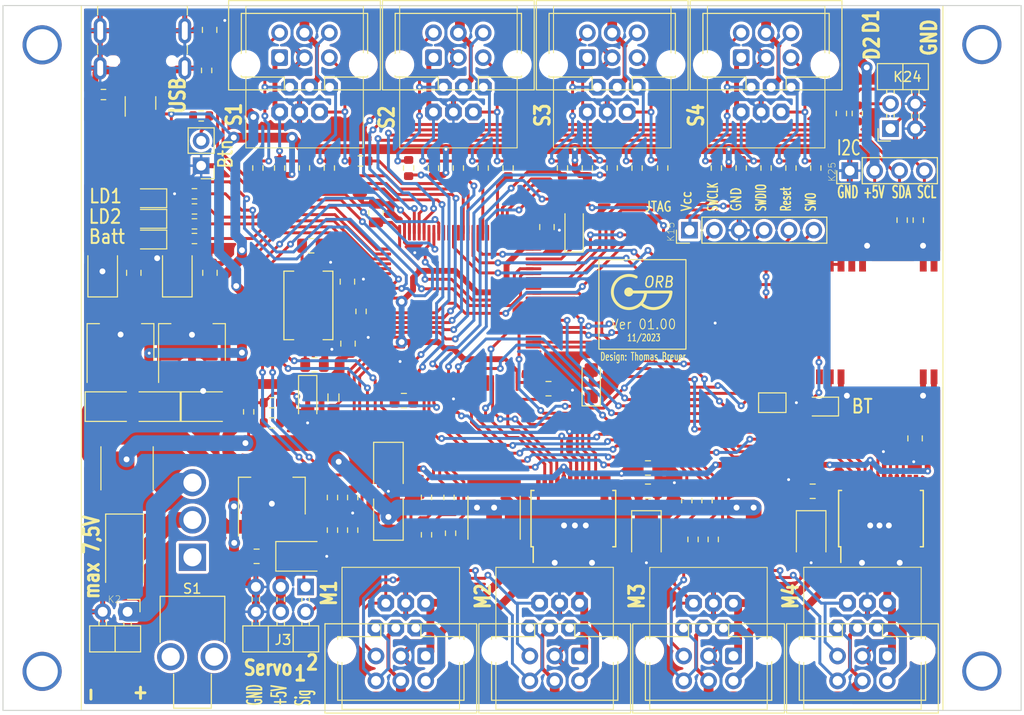
<source format=kicad_pcb>
(kicad_pcb (version 20211014) (generator pcbnew)
  (title_block (title "Open Robotic Board (ORB)") (date "2023-11-10") (rev "01.00-99") (company "Thomas Breuer (Hochschule Bonn-Rhein-Sieg)") (comment 1 "Layout"))
  (layers (0 "F.Cu" signal) (31 "B.Cu" signal) (34 "B.Paste" user) (35 "F.Paste" user) (36 "B.SilkS" user "B.Silkscreen") (37 "F.SilkS" user "F.Silkscreen") (38 "B.Mask" user) (39 "F.Mask" user) (44 "Edge.Cuts" user))
  (net 0 "")
  (net 1 "GND")
  (net 2 "+5V_Sensor")
  (net 3 "+5V_Servo")
  (net 4 "Net-(D3-Pad1)")
  (net 5 "Net-(D4-Pad1)")
  (net 6 "Net-(C22-Pad1)")
  (net 7 "Net-(C23-Pad1)")
  (net 8 "Net-(FILTER2-Pad1)")
  (net 9 "/Motor-Ports/MOTORP-1")
  (net 10 "/Motor-Ports/MOTORM-1")
  (net 11 "ENCA-1-IO")
  (net 12 "ENCB-1-IO")
  (net 13 "ENCA-2-IO")
  (net 14 "ENCB-2-IO")
  (net 15 "ENCA-3-IO")
  (net 16 "ENCB-3-IO")
  (net 17 "PWM-M-1")
  (net 18 "PWM-M-2")
  (net 19 "PWM-M-3")
  (net 20 "/Motor-Ports/MOTORP-2")
  (net 21 "/Motor-Ports/MOTORM-2")
  (net 22 "ANALOG-1-IO")
  (net 23 "DIGITAL-A-1-IO")
  (net 24 "DIGITAL-B-1-IO")
  (net 25 "DETECT-1-IO")
  (net 26 "DIGITAL-B-2-IO")
  (net 27 "DIGITAL-A-2-IO")
  (net 28 "DIGITAL-B-3-IO")
  (net 29 "DIGITAL-A-3-IO")
  (net 30 "DIGITAL-B-4-IO")
  (net 31 "DIGITAL-A-4-IO")
  (net 32 "ANALOG-2-IO")
  (net 33 "ANALOG-3-IO")
  (net 34 "ANALOG-4-IO")
  (net 35 "/Motor-Ports/MOTORP-3")
  (net 36 "/Motor-Ports/MOTORM-3")
  (net 37 "/Motor-Ports/MOTORP-4")
  (net 38 "/Motor-Ports/MOTORM-4")
  (net 39 "Net-(J1-Pad1)")
  (net 40 "Net-(K7-Pad5)")
  (net 41 "DETECT-4-IO")
  (net 42 "DETECT-3-IO")
  (net 43 "DETECT-2-IO")
  (net 44 "POWER_MESS")
  (net 45 "Net-(K7-Pad6)")
  (net 46 "Net-(D2-Pad1)")
  (net 47 "Net-(D5-Pad1)")
  (net 48 "Net-(D5-Pad2)")
  (net 49 "Net-(K11-Pad6)")
  (net 50 "ENCA-4-IO")
  (net 51 "ENCB-4-IO")
  (net 52 "PWM-M-4")
  (net 53 "Net-(K16-Pad5)")
  (net 54 "Net-(K16-Pad6)")
  (net 55 "USBDM")
  (net 56 "USBDP")
  (net 57 "M_ENABLE")
  (net 58 "M1-IN1")
  (net 59 "M1-IN2")
  (net 60 "M2-IN1")
  (net 61 "M2-IN2")
  (net 62 "M3-IN1")
  (net 63 "M3-IN2")
  (net 64 "M4-IN1")
  (net 65 "M4-IN2")
  (net 66 "I2C_SCL")
  (net 67 "I2C_SDA")
  (net 68 "Net-(K10-Pad1)")
  (net 69 "/Controller, Bluetooth/JTAG_TCLK_SWCLK")
  (net 70 "/Controller, Bluetooth/JTAG_TMS_SWDIO")
  (net 71 "/Controller, Bluetooth/RESET")
  (net 72 "/Controller, Bluetooth/JTAG_TDO_SWO")
  (net 73 "Net-(K20-Pad5)")
  (net 74 "BUTTON_EXT_1")
  (net 75 "BUTTON_EXT_2")
  (net 76 "SERVO_PWM_EXT_1")
  (net 77 "SERVO_PWM_EXT_2")
  (net 78 "Net-(K20-Pad6)")
  (net 79 "LED3")
  (net 80 "BUTTON1")
  (net 81 "Net-(K10-Pad2)")
  (net 82 "Net-(K10-Pad5)")
  (net 83 "Net-(K10-Pad6)")
  (net 84 "Net-(K2-Pad1)")
  (net 85 "BUTTON2")
  (net 87 "/Controller, Bluetooth/BT_WAKEUP")
  (net 90 "/Controller, Bluetooth/BT_STATUS")
  (net 93 "/Controller, Bluetooth/UART1_RTS")
  (net 95 "/Controller, Bluetooth/UART1_CTS")
  (net 98 "/Controller, Bluetooth/BT_RST_N")
  (net 99 "/Controller, Bluetooth/UART1_TX")
  (net 100 "/Controller, Bluetooth/UART1_RX")
  (net 125 "+Vin")
  (net 126 "+3V3")
  (net 127 "Net-(R38-Pad2)")
  (net 128 "/Power, LED,Tasten, IO/Vfuse")
  (net 129 "Net-(C24-Pad1)")
  (net 130 "Net-(C27-Pad1)")
  (net 131 "Net-(D1-Pad2)")
  (net 132 "Net-(K11-Pad5)")
  (net 133 "Net-(K4-Pad1)")
  (net 134 "Net-(K4-Pad2)")
  (net 135 "Net-(K4-Pad5)")
  (net 136 "Net-(K4-Pad6)")
  (net 137 "Net-(K13-Pad1)")
  (net 138 "Net-(K13-Pad2)")
  (net 139 "Net-(K13-Pad5)")
  (net 140 "Net-(K13-Pad6)")
  (net 141 "Net-(K18-Pad1)")
  (net 142 "Net-(K18-Pad2)")
  (net 143 "Net-(K18-Pad5)")
  (net 144 "Net-(K18-Pad6)")
  (net 145 "Net-(C10-Pad2)")
  (net 146 "Net-(C11-Pad2)")
  (net 147 "Net-(C7-Pad2)")
  (net 148 "Net-(J2-PadA5)")
  (net 150 "Net-(J2-PadB5)")
  (net 153 "Net-(K26-Pad2)")
  (net 154 "Net-(J3-Pad1)")
  (net 155 "Net-(J3-Pad2)")
  (net 156 "Net-(K24-Pad1)")
  (net 157 "Net-(K24-Pad2)")
  (net 158 "LED1")
  (net 159 "LED2")
  (footprint "Resistor_SMD:R_0603_1608Metric" (layer "F.Cu") (at 161.76625 67.313175 90)
    (fp_text reference "R45")
    (fp_text value "330" hide)
  )
  (footprint "MountingHole:MountingHole_4mm" (layer "F.Cu") (at 178.7276 54.70155)
    (fp_text reference "REF**" hide)
    (fp_text value "MountingHole_4mm" hide)
  )
  (footprint "Resistor_SMD:R_0603_1608Metric" (layer "F.Cu") (at 98.298 69.94155 180)
    (fp_text reference "R5")
    (fp_text value "10k" hide)
  )
  (footprint "MountingHole:MountingHole_4mm" (layer "F.Cu") (at 178.7276 118.70155)
    (fp_text reference "REF**" hide)
    (fp_text value "MountingHole_4mm" hide)
  )
  (footprint "Capacitor_SMD:C_0805_2012Metric" (layer "F.Cu") (at 134.3025 73.3425 90)
    (fp_text reference "C20")
    (fp_text value "100nF" hide)
  )
  (footprint "Resistor_SMD:R_0603_1608Metric" (layer "F.Cu") (at 138.43 67.31 90)
    (fp_text reference "R31")
    (fp_text value "6,8K" hide)
  )
  (footprint "Resistor_SMD:R_0603_1608Metric" (layer "F.Cu") (at 115.2525 66.595625 180)
    (fp_text reference "R20")
    (fp_text value "330" hide)
  )
  (footprint "MountingHole:MountingHole_4mm" (layer "F.Cu") (at 178.7276 86.70155)
    (fp_text reference "REF**" hide)
    (fp_text value "MountingHole_4mm" hide)
  )
  (footprint "Resistor_SMD:R_0603_1608Metric" (layer "F.Cu") (at 124.46 104.61625 -90)
    (fp_text reference "R26")
    (fp_text value "330" hide)
  )
  (footprint "ORB:Logo" (layer "F.Cu") (at 149.657245 80.711038)
    (fp_text reference "REF**" hide)
    (fp_text value "Logo" hide)
  )
  (footprint "ORB:PinHeader_2x03_P2.54mm_Horizontal" (layer "F.Cu") (at 109.6518 110.09895 -90)
    (fp_text reference "J3")
    (fp_text value "Conn_02x03_Odd_Even" hide)
  )
  (footprint "ORB:IDC-Header_2x03_P2.54mm_Vertical" (layer "F.Cu") (at 122.71375 56.03875 90)
    (fp_text reference "K9" hide)
    (fp_text value "Wannenstecker" hide)
  )
  (footprint "MountingHole:MountingHole_4mm" (layer "F.Cu") (at 82.74 102.72695)
    (fp_text reference "REF**" hide)
    (fp_text value "MountingHole_4mm" hide)
  )
  (footprint "Capacitor_Tantalum_SMD:CP_EIA-3528-12_Kemet-T" (layer "F.Cu") (at 118.11 97.79 -90)
    (fp_text reference "C17")
    (fp_text value "10uF" hide)
  )
  (footprint "Resistor_SMD:R_0603_1608Metric" (layer "F.Cu") (at 151.28875 105.25125 -90)
    (fp_text reference "R40")
    (fp_text value "330" hide)
  )
  (footprint "Resistor_SMD:R_0603_1608Metric" (layer "F.Cu") (at 104.775002 67.310004 90)
    (fp_text reference "R9")
    (fp_text value "330" hide)
  )
  (footprint "Resistor_SMD:R_0603_1608Metric" (layer "F.Cu") (at 106.997502 67.310004 90)
    (fp_text reference "R12")
    (fp_text value "6,8K" hide)
  )
  (footprint "Resistor_SMD:R_0603_1608Metric" (layer "F.Cu") (at 166.005 61.73735 -90)
    (fp_text reference "R48")
    (fp_text value "330" hide)
  )
  (footprint "ORB:IDC-Header_2x03_P2.54mm_Vertical" (layer "F.Cu") (at 153.3525 117.1575 -90)
    (fp_text reference "K17" hide)
    (fp_text value "Wannenstecker" hide)
  )
  (footprint "Resistor_SMD:R_0603_1608Metric" (layer "F.Cu") (at 112.395 100.965 90)
    (fp_text reference "R15")
    (fp_text value "330" hide)
  )
  (footprint "Resistor_SMD:R_0603_1608Metric" (layer "F.Cu") (at 103.8352 92.21735 90)
    (fp_text reference "R8")
    (fp_text value "10K" hide)
  )
  (footprint "MountingHole:MountingHole_4mm" (layer "F.Cu") (at 178.7276 94.70155)
    (fp_text reference "REF**" hide)
    (fp_text value "MountingHole_4mm" hide)
  )
  (footprint "ORB:IDC-Header_2x03_P2.54mm_Vertical" (layer "F.Cu") (at 137.63625 117.1575 -90)
    (fp_text reference "K12" hide)
    (fp_text value "Wannenstecker" hide)
  )
  (footprint "ORB:NXT-SOCKET" (layer "F.Cu") (at 109.539968 56.828292)
    (fp_text reference "K6" hide)
    (fp_text value "NXT-Socket" hide)
  )
  (footprint "Capacitor_SMD:C_0805_2012Metric" (layer "F.Cu") (at 110.561472 87.411696 180)
    (fp_text reference "C10")
    (fp_text value "27pF" hide)
  )
  (footprint "ORB:NXT-SOCKET" (layer "F.Cu") (at 156.684732 56.828292)
    (fp_text reference "K19" hide)
    (fp_text value "NXT-Socket" hide)
  )
  (footprint "Resistor_SMD:R_0603_1608Metric" (layer "F.Cu") (at 99.5426 57.34315 90)
    (fp_text reference "R1")
    (fp_text value "5K1" hide)
  )
  (footprint "Resistor_SMD:R_0603_1608Metric" (layer "F.Cu") (at 140.97 67.31 90)
    (fp_text reference "R32")
    (fp_text value "330" hide)
  )
  (footprint "MountingHole:MountingHole_4mm" (layer "F.Cu") (at 178.7276 78.70155)
    (fp_text reference "REF**" hide)
    (fp_text value "MountingHole_4mm" hide)
  )
  (footprint "Capacitor_Tantalum_SMD:CP_EIA-3528-12_Kemet-T" (layer "F.Cu") (at 94.3864 91.68395 180)
    (fp_text reference "C4")
    (fp_text value "10uF" hide)
  )
  (footprint "Resistor_SMD:R_0603_1608Metric" (layer "F.Cu") (at 98.9838 61.99135 180)
    (fp_text reference "R7")
    (fp_text value "330" hide)
  )
  (footprint "Resistor_SMD:R_0603_1608Metric" (layer "F.Cu") (at 154.14625 67.31 90)
    (fp_text reference "R42")
    (fp_text value "6,8K" hide)
  )
  (footprint "Capacitor_Tantalum_SMD:CP_EIA-3528-12_Kemet-T" (layer "F.Cu") (at 109.0676 106.97475)
    (fp_text reference "C12")
    (fp_text value "10uF" hide)
  )
  (footprint "MountingHole:MountingHole_4mm" (layer "F.Cu") (at 82.74 70.72695)
    (fp_text reference "REF**" hide)
    (fp_text value "MountingHole_4mm" hide)
  )
  (footprint "Resistor_SMD:R_0603_1608Metric" (layer "F.Cu") (at 124.30125 100.965 -90)
    (fp_text reference "R25")
    (fp_text value "330" hide)
  )
  (footprint "Package_TO_SOT_SMD:SOT-223-3_TabPin2" (layer "F.Cu") (at 106.20375 100.80625 90)
    (fp_text reference "IC3")
    (fp_text value "LM340-5.0" hide)
  )
  (footprint "Capacitor_SMD:C_0805_2012Metric" (layer "F.Cu") (at 161.44875 100.33)
    (fp_text reference "C28")
    (fp_text value "100nF" hide)
  )
  (footprint "Resistor_SMD:R_0603_1608Metric" (layer "F.Cu") (at 170.5864 72.63395 90)
    (fp_text reference "R47")
    (fp_text value "10K" hide)
  )
  (footprint "MountingHole:MountingHole_4mm" (layer "F.Cu") (at 82.74 94.72695)
    (fp_text reference "REF**" hide)
    (fp_text value "MountingHole_4mm" hide)
  )
  (footprint "Resistor_SMD:R_0603_1608Metric" (layer "F.Cu") (at 114.45875 104.29875 90)
    (fp_text reference "R19")
    (fp_text value "10K" hide)
  )
  (footprint "Capacitor_SMD:C_0805_2012Metric" (layer "F.Cu") (at 113.9825 85.24875 -90)
    (fp_text reference "C15")
    (fp_text value "100nF" hide)
  )
  (footprint "Package_QFP:LQFP-100_14x14mm_P0.5mm" (layer "F.Cu") (at 125.25375 81.5975)
    (fp_text reference "X1")
    (fp_text value "STM32F405VGT" hide)
  )
  (footprint "ORB:IDC-Header_2x03_P2.54mm_Vertical" (layer "F.Cu") (at 154.14625 56.03875 90)
    (fp_text reference "K18" hide)
    (fp_text value "Wannenstecker" hide)
  )
  (footprint "LED_SMD:LED_0805_2012Metric" (layer "F.Cu") (at 162.401252 91.678129 180)
    (fp_text reference "D5")
    (fp_text value "LED RED" hide)
  )
  (footprint "MountingHole:MountingHole_4mm" (layer "F.Cu") (at 82.74 54.72695)
    (fp_text reference "REF**" hide)
    (fp_text value "MountingHole_4mm" hide)
  )
  (footprint "Resistor_SMD:R_0603_1608Metric" (layer "F.Cu") (at 172.2374 72.63395 90)
    (fp_text reference "R49")
    (fp_text value "10K" hide)
  )
  (footprint "Capacitor_Tantalum_SMD:CP_EIA-3216-10_Kemet-I" (layer "F.Cu") (at 138.826875 89.296875 90)
    (fp_text reference "C23")
    (fp_text value "2,2uF" hide)
  )
  (footprint "Resistor_SMD:R_0603_1608Metric" (layer "F.Cu") (at 130.33375 67.313175 90)
    (fp_text reference "R29")
    (fp_text value "330" hide)
  )
  (footprint "ORB:IDC-Header_2x03_P2.54mm_Vertical" (layer "F.Cu") (at 106.9975 56.03875 90)
    (fp_text reference "K4" hide)
    (fp_text value "Wannenstecker" hide)
  )
  (footprint "Resistor_SMD:R_0603_1608Metric" (layer "F.Cu") (at 150.65375 101.2825 -90)
    (fp_text reference "R39")
    (fp_text value "330" hide)
  )
  (footprint "Capacitor_Tantalum_SMD:CP_EIA-3528-12_Kemet-T" (layer "F.Cu") (at 166.37 72.86255)
    (fp_text reference "C29")
    (fp_text value "10uF" hide)
  )
  (footprint "Capacitor_SMD:C_0805_2012Metric" (layer "F.Cu") (at 113.922964 78.920864 -90)
    (fp_text reference "C14")
    (fp_text value "100nF" hide)
  )
  (footprint "ORB:MODULE_RN4678-V_RM100" (layer "F.Cu") (at 163.6417 82.88685 -90)
    (fp_text reference "U1")
    (fp_text value "RN4678" hide)
  )
  (footprint "Resistor_SMD:R_0603_1608Metric" (layer "F.Cu") (at 135.89 67.31 90)
    (fp_text reference "R30")
    (fp_text value "330" hide)
  )
  (footprint "Fuse:Fuse_2920_7451Metric" (layer "F.Cu") (at 128.905 103.02875 90)
    (fp_text reference "F2")
    (fp_text value "2920L125" hide)
  )
  (footprint "MountingHole:MountingHole_4mm" (layer "F.Cu") (at 178.7276 62.70155)
    (fp_text reference "REF**" hide)
    (fp_text value "MountingHole_4mm" hide)
  )
  (footprint "ORB:NXT-SOCKET" (layer "F.Cu") (at 140.963296 56.834744)
    (fp_text reference "K14" hide)
    (fp_text value "NXT-Socket" hide)
  )
  (footprint "Fuse:Fuse_2920_7451Metric" (layer "F.Cu") (at 155.41625 102.71125 90)
    (fp_text reference "F3")
    (fp_text value "2920L125" hide)
  )
  (footprint "Resistor_SMD:R_0603_1608Metric" (layer "F.Cu") (at 146.129375 67.31 90)
    (fp_text reference "R35")
    (fp_text value "330" hide)
  )
  (footprint "Capacitor_Tantalum_SMD:CP_EIA-3528-12_Kemet-T" (layer "F.Cu") (at 144.4625 104.775 -90)
    (fp_text reference "C24")
    (fp_text value "10uF" hide)
  )
  (footprint "Resistor_SMD:R_0603_1608Metric" (layer "F.Cu") (at 156.68625 67.31 90)
    (fp_text reference "R43")
    (fp_text value "330" hide)
  )
  (footprint "MountingHole:MountingHole_4mm" (layer "F.Cu") (at 178.7276 70.70155)
    (fp_text reference "REF**" hide)
    (fp_text value "MountingHole_4mm" hide)
  )
  (footprint "ORB:IDC-Header_2x03_P2.54mm_Vertical" (layer "F.Cu") (at 138.43 56.03875 90)
    (fp_text reference "K13" hide)
    (fp_text value "Wannenstecker" hide)
  )
  (footprint "Jumper:SolderJumper-2_P1.3mm_Open_Pad1.0x1.5mm" (layer "F.Cu") (at 157.32125 91.28125)
    (fp_text reference "J1")
    (fp_text value "LOETJUMPER" hide)
  )
  (footprint "MountingHole:MountingHole_4mm" (layer "F.Cu") (at 82.74 78.72695)
    (fp_text reference "REF**" hide)
    (fp_text value "MountingHole_4mm" hide)
  )
  (footprint "Connector_PinHeader_2.54mm:PinHeader_1x06_P2.54mm_Vertical" (layer "F.Cu") (at 148.8629 73.66 90)
    (fp_text reference "K15")
    (fp_text value "Stiftleiste_1x06" hide)
  )
  (footprint "Package_TO_SOT_SMD:SOT-143" (layer "F.Cu") (at 92.7862 60.67055 90)
    (fp_text reference "FILTER1")
    (fp_text value "CD143A-SR05" hide)
  )
  (footprint "Capacitor_Tantalum_SMD:CP_EIA-3528-12_Kemet-T" (layer "F.Cu") (at 96.5454 78.01875 90)
    (fp_text reference "C5")
    (fp_text value "10uF" hide)
  )
  (footprint "Resistor_SMD:R_0603_1608Metric" (layer "F.Cu") (at 106.20375 93.345 180)
    (fp_text reference "R11")
    (fp_text value "6,8K" hide)
  )
  (footprint "Package_SO:SSOP-24_5.3x8.2mm_P0.65mm" (layer "F.Cu") (at 168.420898 103.122146 90)
    (fp_text reference "IC5")
    (fp_text value "TB6612FNG" hide)
  )
  (footprint "LED_SMD:LED_0805_2012Metric" (layer "F.Cu") (at 93.7768 70.39875 180)
    (fp_text reference "D2")
    (fp_text value "LED GREEN" hide)
  )
  (footprint "LED_SMD:LED_0805_2012Metric" (layer "F.Cu") (at 93.7791 74.61515 180)
    (fp_text reference "D4")
    (fp_text value "LED RED" hide)
  )
  (footprint "Capacitor_Tantalum_SMD:CP_EIA-3216-10_Kemet-I" (layer "F.Cu") (at 137.080625 73.580625 90)
    (fp_text reference "C22")
    (fp_text value "2,2uF" hide)
  )
  (footprint "Capacitor_SMD:C_0805_2012Metric" (layer "F.Cu") (at 171.907088 94.928276 90)
    (fp_text reference "C30")
    (fp_text value "100nF" hide)
  )
  (footprint "Capacitor_SMD:C_0805_2012Metric" (layer "F.Cu") (at 104.648 106.97475)
    (fp_text reference "C9")
    (fp_text value "100nF" hide)
  )
  (footprint "ORB:XTAL_ECS-80-20-20A-TR" (layer "F.Cu") (at 109.935628 81.346816 -90)
    (fp_text reference "Y1")
    (fp_text value "Crystal" hide)
  )
  (footprint "Resistor_SMD:R_0603_1608Metric" (layer "F.Cu") (at 149.225 105.25125 -90)
    (fp_text reference "R37")
    (fp_text value "330" hide)
  )
  (footprint "Capacitor_SMD:C_0805_2012Metric" (layer "F.Cu") (at 134.46125 89.8525 180)
    (fp_text reference "C21")
    (fp_text value "100nF" hide)
  )
  (footprint "ORB:NXT-SOCKET" (layer "F.Cu") (at 150.812888 116.527808 180)
    (fp_text reference "K16" hide)
    (fp_text value "NXT-Socket" hide)
  )
  (footprint "Button_Switch_SMD:SW_Push_1P1T_NO_6x6mm_H9.5mm" (layer "F.Cu") (at 91.948 65.72515)
    (fp_text reference "BUTTON1")
    (fp_text value "Taster_SMD" hide)
  )
  (footprint "Capacitor_SMD:C_0805_2012Metric" (layer "F.Cu") (at 144.62125 97.94875 180)
    (fp_text reference "C25")
    (fp_text value "100nF" hide)
  )
  (footprint "MountingHole:MountingHole_4mm" (layer "F.Cu") (at 178.7276 110.70155)
    (fp_text reference "REF**" hide)
    (fp_text value "MountingHole_4mm" hide)
  )
  (footprint "Connector_USB:USB_C_Receptacle_JAE_DX07S016JA1R1500" (layer "F.Cu") (at 92.9894 54.43415 180)
    (fp_text reference "J2")
    (fp_text value "USB_C_Receptacle_USB2.0" hide)
  )
  (footprint "Package_TO_SOT_SMD:SOT-223-3_TabPin2" (layer "F.Cu") (at 98.044 85.119295 90)
    (fp_text reference "IC2")
    (fp_text value "LM340-5.0" hide)
  )
  (footprint "ORB:PinHeader_1x02_P2.54mm_Horizontal" (layer "F.Cu") (at 91.4654 112.63895 -90)
    (fp_text reference "K2")
    (fp_text value "Anschlussklemme" hide)
  )
  (footprint "Diode_SMD:D_2512_6332Metric" (layer "F.Cu") (at 91.1606 106.49215 -90)
    (fp_text reference "D1")
    (fp_text value "SK54" hide)
  )
  (footprint "Resistor_SMD:R_0603_1608Metric" (layer "F.Cu") (at 127.79375 67.313175 90)
    (fp_text reference "R28")
    (fp_text value "330" hide)
  )
  (footprint "Capacitor_SMD:C_0805_2012Metric" (layer "F.Cu") (at 144.62125 100.33 180)
    (fp_text reference "C26")
    (fp_text value "100nF" hide)
  )
  (footprint "Resistor_SMD:R_0603_1608Metric" (layer "F.Cu") (at 109.5375 67.31 90)
    (fp_text reference "R13")
    (fp_text value "330" hide)
  )
  (footprint "Capacitor_SMD:C_0805_2012Metric" (layer "F.Cu") (at 110.238872 75.249676 180)
    (fp_text reference "C11")
    (fp_text value "27pF" hide)
  )
  (footprint "Resistor_SMD:R_0603_1608Metric" (layer "F.Cu") (at 148.59 101.2825 -90)
    (fp_text reference "R36")
    (fp_text value "330" hide)
  )
  (footprint "Resistor_SMD:R_0603_1608Metric" (layer "F.Cu") (at 120.17375 67.313175 90)
    (fp_text reference "R21")
    (fp_text value "330" hide)
  )
  (footprint "Resistor_SMD:R_0603_1608Metric" (layer "F.Cu") (at 115.316 81.95575 -90)
    (fp_text reference "R17")
    (fp_text value "1M" hide)
  )
  (footprint "Resistor_SMD:R_0603_1608Metric" (layer "F.Cu") (at 125.25375 67.313175 90)
    (fp_text reference "R27")
    (fp_text value "330" hide)
  )
  (footprint "MountingHole:MountingHole_4mm" (layer "F.Cu") (at 82.74 110.72695)
    (fp_text reference "REF**" hide)
    (fp_text value "MountingHole_4mm" hide)
  )
  (footprint "Resistor_SMD:R_0603_1608Metric" (layer "F.Cu") (at 112.395 104.29875 -90)
    (fp_text reference "R16")
    (fp_text value "330" hide)
  )
  (footprint "Capacitor_Tantalum_SMD:CP_EIA-3528-12_Kemet-T" (layer "F.Cu") (at 88.9254 78.01875 90)
    (fp_text reference "C2")
    (fp_text value "10uF" hide)
  )
  (footprint "MountingHole:MountingHole_4mm" (layer "F.Cu") (at 82.74 62.72695)
    (fp_text reference "REF**" hide)
    (fp_text value "MountingHole_4mm" hide)
  )
  (footprint "ORB:SW_500SSP1S1M7QEA" (layer "F.Cu") (at 98.0948 110.27675 90)
    (fp_text reference "S1")
    (fp_text value "SCHALTER" hide)
  )
  (footprint "Resistor_SMD:R_0603_1608Metric" (layer "F.Cu") (at 112.0775 67.31 90)
    (fp_text reference "R14")
    (fp_text value "330" hide)
  )
  (footprint "Resistor_SMD:R_0603_1608Metric" (layer "F.Cu") (at 143.51 67.313175 90)
    (fp_text reference "R33")
    (fp_text value "330" hide)
  )
  (footprint "LED_SMD:LED_0805_2012Metric" (layer "F.Cu") (at 93.7768 72.50695 180)
    (fp_text reference "D3")
    (fp_text value "LED YELLOW" hide)
  )
  (footprint "Resistor_SMD:R_0603_1608Metric" (layer "F.Cu") (at 114.45875 100.965 -90)
    (fp_text reference "R18")
    (fp_text value "10K" hide)
  )
  (footprint "Capacitor_SMD:C_0805_2012Metric" (layer "F.Cu") (at 99.87915 78.01875 -90)
    (fp_text reference "C8")
    (fp_text value "100nF" hide)
  )
  (footprint "Package_TO_SOT_SMD:SOT-223-3_TabPin2" (layer "F.Cu") (at 90.7415 85.119295 90)
    (fp_text reference "IC1")
    (fp_text value "LM3940-3.3" hide)
  )
  (footprint "Resistor_SMD:R_0603_1608Metric" (layer "F.Cu") (at 159.22625 67.313175 90)
    (fp_text reference "R44")
    (fp_text value "330" hide)
  )
  (footprint "Resistor_SMD:R_0603_1608Metric" (layer "F.Cu") (at 106.20375 91.28125 180)
    (fp_text reference "R10")
    (fp_text value "6,8K" hide)
  )
  (footprint "ORB:NXT-SOCKET" (layer "F.Cu") (at 125.250588 56.828292)
    (fp_text reference "K10" hide)
    (fp_text value "NXT-Socket" hide)
  )
  (footprint "Capacitor_Tantalum_SMD:CP_EIA-3528-12_Kemet-T" (layer "F.Cu") (at 161.29 104.775 -90)
    (fp_text reference "C27")
    (fp_text value "10uF" hide)
  )
  (footprint "Connector_PinHeader_2.54mm:PinHeader_1x02_P2.54mm_Vertical" (layer "F.Cu") (at 98.9838 67.07635 180)
    (fp_text reference "K26" hide)
    (fp_text value "Stiftleiste_1x02_G_2,54" hide)
  )
  (footprint "Capacitor_SMD:C_0805_2012Metric" (layer "F.Cu") (at 99.8474 53.20295 -90)
    (fp_text reference "C7")
    (fp_text value "100nF" hide)
  )
  (footprint "Capacitor_SMD:C_0805_2012Metric" (layer "F.Cu") (at 92.1004 78.01875 -90)
    (fp_text reference "C3")
    (fp_text value "100nF" hide)
  )
  (footprint "Capacitor_Tantalum_SMD:CP_EIA-3528-12_Kemet-T" (layer "F.Cu") (at 99.4021 91.68395)
    (fp_text reference "C6")
    (fp_text value "10uF" hide)
  )
  (footprint "Connector_PinHeader_2.54mm:PinHeader_1x04_P2.54mm_Vertical" (layer "F.Cu") (at 165.237 67.57935 90)
    (fp_text reference "K25")
    (fp_text value "Stiftleiste_1x04" hide)
  )
  (footprint "Capacitor_SMD:C_0805_2012Metric" (layer "F.Cu") (at 119.691052 91.06998)
    (fp_text reference "C19")
    (fp_text value "100nF" hide)
  )
  (footprint "ORB:NXT-SOCKET" (layer "F.Cu") (at 135.09625 116.5225 180)
    (fp_text reference "K11" hide)
    (fp_text value "NXT-Socket" hide)
  )
  (footprint "MountingHole:MountingHole_4mm" (layer "F.Cu") (at 82.74 86.72695)
    (fp_text reference "REF**" hide)
    (fp_text value "MountingHole_4mm" hide)
  )
  (footprint "ORB:NXT-SOCKET" (layer "F.Cu") (at 166.543448 116.517592 180)
    (fp_text reference "K20" hide)
    (fp_text value "NXT-Socket" hide)
  )
  (footprint "Capacitor_Tantalum_SMD:CP_EIA-3528-12_Kemet-T" (layer "F.Cu") (at 89.598368 91.68395)
    (fp_text reference "C1")
    (fp_text value "10uF" hide)
  )
  (footprint "Package_SO:SSOP-24_5.3x8.2mm_P0.65mm" (layer "F.Cu") (at 137.00125 103.12215 90)
    (fp_text reference "IC4")
    (fp_text value "TB6612FNG" hide)
  )
  (footprint "Capacitor_SMD:C_0805_2012Metric" (layer "F.Cu") (at 116.84 71.91375 -90)
    (fp_text reference "C16")
    (fp_text value "100nF" hide)
  )
  (footprint "Inductor_SMD:L_0805_2012Metric" (layer "F.Cu") (at 112.497072 90.77964 90)
    (fp_text reference "FILTER2")
    (fp_text value "BLM21AF121SN1D" hide)
  )
  (footprint "Capacitor_Tantalum_SMD:CP_EIA-3528-12_Kemet-T" (layer "F.Cu") (at 118.11 102.87 90)
    (fp_text reference "C18")
    (fp_text value "10uF" hide)
  )
  (footprint "MountingHole:MountingHole_4mm" (layer "F.Cu") (at 178.7276 102.70155)
    (fp_text reference "REF**" hide)
    (fp_text value "MountingHole_4mm" hide)
  )
  (footprint "Resistor_SMD:R_0603_1608Metric" (layer "F.Cu") (at 121.999375 100.965 -90)
    (fp_text reference "R22")
    (fp_text value "330" hide)
  )
  (footprint "ORB:NXT-SOCKET" (layer "F.Cu") (at 119.38 116.5225 180)
    (fp_text reference "K7" hide)
    (fp_text value "NXT-Socket" hide)
  )
  (footprint "Resistor_SMD:R_0603_1608Metric" (layer "F.Cu") (at 122.71375 67.313175 90)
    (fp_text reference "R24")
    (fp_text value "6,8K" hide)
  )
  (footprint "ORB:IDC-Header_2x03_P2.54mm_Vertical" (layer "F.Cu") (at 121.92 117.1575 -90)
    (fp_text reference "K8" hide)
    (fp_text value "Wannenstecker" hide)
  )
  (footprint "MountingHole:MountingHole_4mm" (layer "F.Cu") (at 82.74 118.72695)
    (fp_text reference "REF**" hide)
    (fp_text value "MountingHole_4mm" hide)
  )
  (footprint "ORB:PinHeader_2x02_P2.54mm_Horizontal" (layer "F.Cu") (at 169.3926 63.28675 90)
    (fp_text reference "K24")
    (fp_text value "Stiftleiste_2x02" hide)
  )
  (footprint "Fuse:Fuse_2920_7451Metric" (layer "F.Cu") (at 91.4146 97.98315 90)
    (fp_text reference "F1")
    (fp_text value "2920L125" hide)
  )
  (footprint "Resistor_SMD:R_0603_1608Metric" (layer "F.Cu") (at 98.298 73.01495)
    (fp_text reference "R6")
    (fp_text value "75" hide)
  )
  (footprint "Resistor_SMD:R_0603_1608Metric" (layer "F.Cu") (at 150.2918 84.29255 -90)
    (fp_text reference "R38")
    (fp_text value "6,8K" hide)
  )
  (footprint "ORB:IDC-Header_2x03_P2.54mm_Vertical" (layer "F.Cu") (at 169.06875 117.1575 -90)
    (fp_text reference "K21" hide)
    (fp_text value "Wannenstecker" hide)
  )
  (footprint "Resistor_SMD:R_0603_1608Metric" (layer "F.Cu") (at 121.999375 104.775 -90)
    (fp_text reference "R23")
    (fp_text value "330" hide)
  )
  (footprint "Capacitor_Tantalum_SMD:CP_EIA-3216-10_Kemet-I" (layer "F.Cu") (at 109.864656 90.8119 -90)
    (fp_text reference "C13")
    (fp_text value "2,2uF" hide)
  )
  (footprint "Resistor_SMD:R_0603_1608Metric" (layer "F.Cu") (at 98.298 74.51355)
    (fp_text reference "R2")
    (fp_text value "75" hide)
  )
  (footprint "Resistor_SMD:R_0603_1608Metric" (layer "F.Cu") (at 151.60625 67.313175 90)
    (fp_text reference "R41")
    (fp_text value "330" hide)
  )
  (footprint "Resistor_SMD:R_0603_1608Metric" (layer "F.Cu") (at 164.3794 61.73735 -90)
    (fp_text reference "R46")
    (fp_text value "330" hide)
  )
  (footprint "Resistor_SMD:R_0603_1608Metric" (layer "F.Cu") (at 98.298 71.49095)
    (fp_text reference "R4")
    (fp_text value "75" hide)
  )
  (footprint "Resistor_SMD:R_0603_1608Metric" (layer "F.Cu") (at 89.0016 59.80695 180)
    (fp_text reference "R3")
    (fp_text value "5K1" hide)
  )
  (gr_line (start 86.74 122.72275) (end 86.74 50.71375) (layer "F.SilkS") (width 0.11))
  (gr_line (start 174.753 50.71375) (end 174.753 122.71375) (layer "F.SilkS") (width 0.11))
  (gr_line (start 78.74 122.71375) (end 182.74 122.71375) (layer "Edge.Cuts") (width 0.11))
  (gr_line (start 78.74 50.71375) (end 78.74 122.71375) (layer "Edge.Cuts") (width 0.11))
  (gr_line (start 182.74 122.71375) (end 182.74 50.71375) (layer "Edge.Cuts") (width 0.11))
  (gr_line (start 78.74 50.71375) (end 182.74 50.71375) (layer "Edge.Cuts") (width 0.11))
  (gr_text "JTAG" (at 144.2212 71.84655) (layer "F.SilkS") (effects (font (size 1 0.8)) (justify left bottom)))
  (gr_text "-" (at 88.4936 122.03817 90) (layer "F.SilkS") (effects (font (size 1.5 1.2) (thickness 0.5)) (justify left bottom)))
  (gr_text "GND" (at 174.2186 51.959574 90) (layer "F.SilkS") (effects (font (size 1.5 1.2) (thickness 0.3)) (justify right bottom)))
  (gr_text "GND" (at 166.2176 70.47617) (layer "F.SilkS") (effects (font (size 1.2 0.7) (thickness 1)) (justify right bottom)))
  (gr_text "I2C\n" (at 163.8046 66.132774) (layer "F.SilkS") (effects (font (size 1.5 1) (thickness 0.175)) (justify left bottom)))
  (gr_text "Vcc" (at 149.13798 71.823664 90) (layer "F.SilkS") (effects (font (size 1 0.8)) (justify left bottom)))
  (gr_text "SWCLK" (at 151.83673 71.823664 90) (layer "F.SilkS") (effects (font (size 1 0.6)) (justify left bottom)))
  (gr_text "M3" (at 144.35455 112.513174 90) (layer "F.SilkS") (effects (font (size 1.5 1.2) (thickness 0.5)) (justify left bottom)))
  (gr_text "BT" (at 167.6908 92.47135) (layer "F.SilkS") (effects (font (size 1.4 1.2) (thickness 0.2)) (justify right bottom)))
  (gr_text "GND" (at 154.21798 71.823664 90) (layer "F.SilkS") (effects (font (size 1 0.8)) (justify left bottom)))
  (gr_text "SWO" (at 161.83798 71.823664 90) (layer "F.SilkS") (effects (font (size 1 0.6)) (justify left bottom)))
  (gr_text "LD1" (at 91.0082 71.00835) (layer "F.SilkS") (effects (font (size 1.4 1.2) (thickness 0.2)) (justify right bottom)))
  (gr_text "Design: Thomas Breuer" (at 144.1196 86.57855) (layer "F.SilkS") (effects (font (size 0.8 0.5) (thickness 0.1))))
  (gr_text "M1" (at 112.92205 112.195674 90) (layer "F.SilkS") (effects (font (size 1.5 1.2) (thickness 0.5)) (justify left bottom)))
  (gr_text "1" (at 109.8804 119.82837) (layer "F.SilkS") (effects (font (size 1.5 1.2) (thickness 0.5)) (justify right bottom)))
  (gr_text "D2" (at 168.3766 53.712174 90) (layer "F.SilkS") (effects (font (size 1.5 1.2) (thickness 0.5)) (justify right bottom)))
  (gr_text "S4" (at 150.4188 63.26135 90) (layer "F.SilkS") (effects (font (size 1.5 1.2) (thickness 0.5)) (justify left bottom)))
  (gr_text "LD2" (at 90.9574 73.09115) (layer "F.SilkS") (effects (font (size 1.4 1.2) (thickness 0.2)) (justify right bottom)))
  (gr_text "+5V" (at 166.5224 70.47617) (layer "F.SilkS") (effects (font (size 1.2 0.7) (thickness 1)) (justify left bottom)))
  (gr_text "Servo" (at 103.1748 119.24417) (layer "F.SilkS") (effects (font (size 1.5 1.2) (thickness 0.5)) (justify left bottom)))
  (gr_text "USB" (at 97.4598 57.903174 90) (layer "F.SilkS") (effects (font (size 1.5 1.2) (thickness 0.5)) (justify right bottom)))
  (gr_text "M2" (at 128.6383 112.513174 90) (layer "F.SilkS") (effects (font (size 1.5 1.2) (thickness 0.5)) (justify left bottom)))
  (gr_text "SWDIO" (at 156.75798 71.823664 90) (layer "F.SilkS") (effects (font (size 1 0.6)) (justify left bottom)))
  (gr_text "2" (at 111.0996 118.71077) (layer "F.SilkS") (effects (font (size 1.5 1.2) (thickness 0.5)) (justify right bottom)))
  (gr_text "Sig" (at 110.2614 120.488774 90) (layer "F.SilkS") (effects (font (size 1.5 0.7) (thickness 0.7)) (justify right bottom)))
  (gr_text "SCL" (at 172.0088 70.47617) (layer "F.SilkS") (effects (font (size 1.2 0.7) (thickness 1)) (justify left bottom)))
  (gr_text "+" (at 93.726 121.68257) (layer "F.SilkS") (effects (font (size 1.5 1.2) (thickness 0.5)) (justify right bottom)))
  (gr_text "S1" (at 103.209516 63.183926 90) (layer "F.SilkS") (effects (font (size 1.5 1.2) (thickness 0.5)) (justify left bottom)))
  (gr_text "S3" (at 134.727536 63.26135 90) (layer "F.SilkS") (effects (font (size 1.5 1.2) (thickness 0.5)) (justify left bottom)))
  (gr_text "Reset" (at 159.29798 71.823664 90) (layer "F.SilkS") (effects (font (size 1 0.6)) (justify left bottom)))
  (gr_text "max 7,5V" (at 88.6714 102.632574 90) (layer "F.SilkS") (effects (font (size 1.5 1.2) (thickness 0.3)) (justify right bottom)))
  (gr_text "+5V" (at 107.823 120.031574 90) (layer "F.SilkS") (effects (font (size 1.5 0.7) (thickness 0.7)) (justify right bottom)))
  (gr_text "M4" (at 160.0708 112.513174 90) (layer "F.SilkS") (effects (font (size 1.5 1.2) (thickness 0.5)) (justify left bottom)))
  (gr_text "SDA" (at 169.418 70.47617) (layer "F.SilkS") (effects (font (size 1.2 0.7) (thickness 1)) (justify left bottom)))
  (gr_text "Batt" (at 91.313 75.14855) (layer "F.SilkS") (effects (font (size 1.4 1.2) (thickness 0.2)) (justify right bottom)))
  (gr_text "GND" (at 105.3338 122.317574 90) (layer "F.SilkS") (effects (font (size 1.5 0.7) (thickness 0.7)) (justify left bottom)))
  (gr_text "D1" (at 168.3004 50.994374 90) (layer "F.SilkS") (effects (font (size 1.5 1.2) (thickness 0.5)) (justify right bottom)))
  (gr_text "Btn" (at 102.2858 64.25195 90) (layer "F.SilkS") (effects (font (size 1.4 1.2) (thickness 0.2)) (justify right bottom)))
  (gr_text "S2" (at 118.816904 63.480718 90) (layer "F.SilkS") (effects (font (size 1.5 1.2) (thickness 0.5)) (justify left bottom)))
  (segment (start 137.16 103.8225) (end 136.04875 103.8225) (width 0.8) (layer "F.Cu") (net 1))
  (segment (start 103.6574 107.01535) (end 103.6574 109.54015) (width 0.8) (layer "F.Cu") (net 1))
  (segment (start 171.907088 97.174162) (end 171.907088 95.878276) (width 0.3) (layer "F.Cu") (net 1))
  (segment (start 88.1766 57.60195) (end 88.6694 57.10915) (width 0.6) (layer "F.Cu") (net 1))
  (segment (start 169.38625 103.8225) (end 170.33875 104.775) (width 0.8) (layer "F.Cu") (net 1))
  (segment (start 167.3225 103.8225) (end 168.275 103.8225) (width 0.8) (layer "F.Cu") (net 1))
  (segment (start 160.17875 100.33) (end 158.988125 99.139375) (width 0.8) (layer "F.Cu") (net 1))
  (segment (start 98.044 84.34335) (end 98.044 81.969295) (width 1.2) (layer "F.Cu") (net 1))
  (segment (start 89.8894 57.48415) (end 89.0444 57.48415) (width 0.3) (layer "F.Cu") (net 1))
  (segment (start 172.72 77.14125) (end 172.73125 77.1525) (width 0.3) (layer "F.Cu") (net 1))
  (segment (start 113.922964 77.970864) (end 113.236114 77.970864) (width 0.3) (layer "F.Cu") (net 1))
  (segment (start 135.6868 90.01125) (end 135.52805 89.8525) (width 0.6) (layer "F.Cu") (net 1))
  (segment (start 168.75125 96.36125) (end 168.671875 96.281875) (width 0.3) (layer "F.Cu") (net 1))
  (segment (start 99.187 90.08375) (end 98.044 88.94075) (width 0.8) (layer "F.Cu") (net 1))
  (segment (start 173.83125 75.8825) (end 173.19625 75.2475) (width 0.6) (layer "F.Cu") (net 1))
  (segment (start 167.005 75.2475) (end 166.53125 75.72125) (width 0.6) (layer "F.Cu") (net 1))
  (segment (start 138.90625 105.97) (end 138.90625 104.4575) (width 0.8) (layer "F.Cu") (net 1))
  (segment (start 89.0444 57.48415) (end 88.6694 57.10915) (width 0.3) (layer "F.Cu") (net 1))
  (segment (start 106.20375 103.90625) (end 106.20375 101.6) (width 1) (layer "F.Cu") (net 1))
  (segment (start 94.5269 76.48125) (end 94.488 76.52015) (width 0.3) (layer "F.Cu") (net 1))
  (segment (start 98.9516 57.10915) (end 99.5426 56.51815) (width 0.3) (layer "F.Cu") (net 1))
  (segment (start 104.5718 110.09895) (end 104.5718 112.63895) (width 0.8) (layer "F.Cu") (net 1))
  (segment (start 99.187 90.08375) (end 99.2124 90.08375) (width 0.8) (layer "F.Cu") (net 1))
  (segment (start 119.000688 91.06998) (end 118.624252 91.06998) (width 0.3) (layer "F.Cu") (net 1))
  (segment (start 88.9 77.86635) (end 88.9254 77.84095) (width 0.3) (layer "F.Cu") (net 1))
  (segment (start 90.7415 86.56585) (end 90.7415 88.269295) (width 1.2) (layer "F.Cu") (net 1))
  (segment (start 173.83125 75.8825) (end 173.83125 77.1525) (width 0.6) (layer "F.Cu") (net 1))
  (segment (start 103.6574 109.54015) (end 104.2162 110.09895) (width 0.8) (layer "F.Cu") (net 1))
  (segment (start 166.53125 75.72125) (end 166.53125 77.1525) (width 0.6) (layer "F.Cu") (net 1))
  (segment (start 119.75375 73.015462) (end 117.585238 70.84695) (width 0.3) (layer "F.Cu") (net 1))
  (segment (start 134.3025 74.4093) (end 134.80195 74.4093) (width 0.3) (layer "F.Cu") (net 1))
  (segment (start 88.9254 77.48535) (end 88.9254 76.48125) (width 1) (layer "F.Cu") (net 1))
  (segment (start 104.2162 110.09895) (end 104.5718 110.09895) (width 0.8) (layer "F.Cu") (net 1))
  (segment (start 98.044 84.34335) (end 98.044 88.269295) (width 0.8) (layer "F.Cu") (net 1))
  (segment (start 138.452915 87.846875) (end 138.826875 87.846875) (width 0.6) (layer "F.Cu") (net 1))
  (segment (start 117.63375 85.0975) (end 116.53 85.0975) (width 0.3) (layer "F.Cu") (net 1))
  (segment (start 134.72625 105.97) (end 135.09625 105.97) (width 0.3) (layer "F.Cu") (net 1))
  (segment (start 166.52875 104.61625) (end 166.52875 107.6325) (width 0.8) (layer "F.Cu") (net 1))
  (segment (start 136.604375 96.386125) (end 137.31875 97.1005) (width 0.3) (layer "F.Cu") (net 1))
  (segment (start 136.345 90.01125) (end 136.91125 90.000625) (width 0.6) (layer "F.Cu") (net 1))
  (segment (start 135.09625 105.97) (end 135.37625 105.97) (width 0.3) (layer "F.Cu") (net 1))
  (segment (start 98.994 52.25295) (end 99.8474 52.25295) (width 0.3) (layer "F.Cu") (net 1))
  (segment (start 161.29 106.275) (end 161.29 107.6325) (width 0.8) (layer "F.Cu") (net 1))
  (segment (start 88.1766 59.80695) (end 88.1766 60.81075) (width 0.6) (layer "F.Cu") (net 1))
  (segment (start 135.5725 73.66) (end 135.561875 73.649375) (width 0.3) (layer "F.Cu") (net 1))
  (segment (start 118.11 100.33) (end 118.11 99.29) (width 0.8) (layer "F.Cu") (net 1))
  (segment (start 91.237176 91.68395) (end 92.8489 91.68395) (width 1.2) (layer "F.Cu") (net 1))
  (segment (start 173.19625 75.2475) (end 172.72 75.2475) (width 0.6) (layer "F.Cu") (net 1))
  (segment (start 111.814716 87.4246) (end 111.814716 86.349734) (width 0.3) (layer "F.Cu") (net 1))
  (segment (start 124.75375 90.893654) (end 124.75375 89.2175) (width 0.3) (layer "F.Cu") (net 1))
  (segment (start 136.91125 90.000625) (end 136.91125 89.38854) (width 0.6) (layer "F.Cu") (net 1))
  (segment (start 99.2124 90.08375) (end 100.7872 91.65855) (width 0.8) (layer "F.Cu") (net 1))
  (segment (start 137.31875 97.1005) (end 137.31875 99.7625) (width 0.3) (layer "F.Cu") (net 1))
  (segment (start 88.9254 76.48125) (end 91.6297 76.48125) (width 1) (layer "F.Cu") (net 1))
  (segment (start 164.33125 89.956875) (end 164.33125 88.6525) (width 0.6) (layer "F.Cu") (net 1))
  (segment (start 96.9344 57.48415) (end 97.3094 57.10915) (width 0.3) (layer "F.Cu") (net 1))
  (segment (start 119.75375 88.3725) (end 119.75375 90.316918) (width 0.3) (layer "F.Cu") (net 1))
  (segment (start 119.75375 90.316918) (end 119.000688 91.06998) (width 0.3) (layer "F.Cu") (net 1))
  (segment (start 106.20375 104.0474) (end 106.20375 104.3776) (width 1) (layer "F.Cu") (net 1))
  (segment (start 138.90625 107.6325) (end 138.90625 105.97) (width 0.8) (layer "F.Cu") (net 1))
  (segment (start 172.72 88.66375) (end 172.73125 88.6525) (width 0.3) (layer "F.Cu") (net 1))
  (segment (start 115.55532 78.991836) (end 116.660984 80.0975) (width 0.3) (layer "F.Cu") (net 1))
  (segment (start 150.6098 83.14955) (end 150.2918 83.46755) (width 0.3) (layer "F.Cu") (net 1))
  (segment (start 90.7542 84.31795) (end 90.7542 86.55315) (width 1.2) (layer "F.Cu") (net 1))
  (segment (start 172.72 75.2475) (end 168.43375 75.2475) (width 0.6) (layer "F.Cu") (net 1))
  (segment (start 109.855 91.9375) (end 109.855 93.345) (width 0.8) (layer "F.Cu") (net 1))
  (segment (start 90.7415 84.30525) (end 90.7415 81.969295) (width 1.2) (layer "F.Cu") (net 1))
  (segment (start 96.266 69.94155) (end 97.473 69.94155) (width 0.3) (layer "F.Cu") (net 1))
  (segment (start 88.1766 60.81075) (end 89.0364 61.67055) (width 0.6) (layer "F.Cu") (net 1))
  (segment (start 111.318576 76.053326) (end 111.318576 75.249676) (width 0.3) (layer "F.Cu") (net 1))
  (segment (start 135.561875 73.649375) (end 137.080625 72.130625) (width 0.3) (layer "F.Cu") (net 1))
  (segment (start 116.04625 84.61375) (end 115.61445 84.18195) (width 0.3) (layer "F.Cu") (net 1))
  (segment (start 112.2045 76.93925) (end 111.318576 76.053326) (width 0.3) (layer "F.Cu") (net 1))
  (segment (start 144.4625 106.275) (end 144.4625 107.6325) (width 0.8) (layer "F.Cu") (net 1))
  (segment (start 168.7459 96.3559) (end 168.671875 96.281875) (width 0.3) (layer "F.Cu") (net 1))
  (segment (start 133.9151 76.0975) (end 134.3025 75.7101) (width 0.3) (layer "F.Cu") (net 1))
  (segment (start 168.275 103.8225) (end 169.38625 103.8225) (width 0.8) (layer "F.Cu") (net 1))
  (segment (start 170.33875 104.775) (end 170.33875 107.6325) (width 0.8) (layer "F.Cu") (net 1))
  (segment (start 134.3025 75.7101) (end 134.3025 74.4093) (width 0.3) (layer "F.Cu") (net 1))
  (segment (start 119.300625 87.919375) (end 119.75375 88.3725) (width 0.3) (layer "F.Cu") (net 1))
  (segment (start 101.3968 52.23775) (end 101.3816 52.25295) (width 0.3) (layer "F.Cu") (net 1))
  (segment (start 171.7675 97.31375) (end 171.907088 97.174162) (width 0.3) (layer "F.Cu") (net 1))
  (segment (start 106.20375 103.95625) (end 106.20375 104.0474) (width 0.3) (layer "F.Cu") (net 1))
  (segment (start 136.604375 94.218125) (end 136.604375 96.386125) (width 0.3) (layer "F.Cu") (net 1))
  (segment (start 132.87375 76.0975) (end 133.9151 76.0975) (width 0.3) (layer "F.Cu") (net 1))
  (segment (start 167.628028 72.462412) (end 167.628028 74.441778) (width 0.6) (layer "F.Cu") (net 1))
  (segment (start 167.628028 74.441778) (end 168.43375 75.2475) (width 0.6) (layer "F.Cu") (net 1))
  (segment (start 88.1766 59.80695) (end 88.1766 57.60195) (width 0.6) (layer "F.Cu") (net 1))
  (segment (start 97.9628 53.28415) (end 98.994 52.25295) (width 0.3) (layer "F.Cu") (net 1))
  (segment (start 173.83125 88.6525) (end 173.83125 89.773125) (width 0.6) (layer "F.Cu") (net 1))
  (segment (start 147.081875 99.21875) (end 147.32 99.456875) (width 0.3) (layer "F.Cu") (net 1))
  (segment (start 169.2275 103.8225) (end 169.38625 103.8225) (width 0.7) (layer "F.Cu") (net 1))
  (segment (start 90.7542 86.55315) (end 90.7415 86.56585) (width 1.2) (layer "F.Cu") (net 1))
  (segment (start 103.698 106.97475) (end 103.6574 107.01535) (width 0.8) (layer "F.Cu") (net 1))
  (segment (start 113.922964 77.970864) (end 114.8634 77.970864) (width 0.3) (layer "F.Cu") (net 1))
  (segment (start 119.300625 87.074375) (end 119.300625 87.919375) (width 0.3) (layer "F.Cu") (net 1))
  (segment (start 101.3816 52.25295) (end 99.8474 52.25295) (width 0.3) (layer "F.Cu") (net 1))
  (segment (start 160.38195 100.33) (end 160.17875 100.33) (width 0.8) (layer "F.Cu") (net 1))
  (segment (start 136.91125 89.38854) (end 138.452915 87.846875) (width 0.6) (layer "F.Cu") (net 1))
  (segment (start 173.0375 90.566875) (end 172.72 90.566875) (width 0.6) (layer "F.Cu") (net 1))
  (segment (start 97.3094 57.10915) (end 98.9516 57.10915) (width 0.3) (layer "F.Cu") (net 1))
  (segment (start 118.11 100.33) (end 118.11 101.37) (width 0.8) (layer "F.Cu") (net 1))
  (segment (start 145.68805 97.94875) (end 145.68805 99.21875) (width 0.8) (layer "F.Cu") (net 1))
  (segment (start 151.4856 83.14955) (end 150.6098 83.14955) (width 0.3) (layer "F.Cu") (net 1))
  (segment (start 120.8024 75.954548) (end 119.75375 74.905898) (width 0.3) (layer "F.Cu") (net 1))
  (segment (start 114.45875 102.5525) (end 114.45875 103.58755) (width 0.3) (layer "F.Cu") (net 1))
  (segment (start 88.9254 77.84095) (end 88.9254 77.48535) (width 0.3) (layer "F.Cu") (net 1))
  (segment (start 164.94125 90.566875) (end 164.33125 89.956875) (width 0.6) (layer "F.Cu") (net 1))
  (segment (start 106.91495 91.28125) (end 106.91495 93.345) (width 0.3) (layer "F.Cu") (net 1))
  (segment (start 99.87915 77.06875) (end 97.1329 77.06875) (width 1) (layer "F.Cu") (net 1))
  (segment (start 106.91495 93.345) (end 109.855 93.345) (width 0.3) (layer "F.Cu") (net 1))
  (segment (start 90.7415 88.269295) (end 90.7415 91.188274) (width 1.2) (layer "F.Cu") (net 1))
  (segment (start 145.68805 99.21875) (end 145.68805 100.33) (width 0.8) (layer "F.Cu") (net 1))
  (segment (start 97.3094 53.28415) (end 97.9628 53.28415) (width 0.3) (layer "F.Cu") (net 1))
  (segment (start 106.20375 97.70625) (end 106.20375 101.6) (width 1) (layer "F.Cu") (net 1))
  (segment (start 168.43375 75.2475) (end 167.005 75.2475) (width 0.6) (layer "F.Cu") (net 1))
  (segment (start 159.781875 91.28125) (end 158.115 91.28125) (width 0.3) (layer "F.Cu") (net 1))
  (segment (start 136.04875 103.8225) (end 135.73125 103.8225) (width 0.8) (layer "F.Cu") (net 1))
  (segment (start 124.755872 90.895776) (end 124.75375 90.893654) (width 0.3) (layer "F.Cu") (net 1))
  (segment (start 91.6297 76.48125) (end 92.1004 76.95195) (width 1) (layer "F.Cu") (net 1))
  (segment (start 138.27125 103.8225) (end 138.90625 104.4575) (width 0.8) (layer "F.Cu") (net 1))
  (segment (start 138.27125 103.8225) (end 137.16 103.8225) (width 0.8) (layer "F.Cu") (net 1))
  (segment (start 145.68805 99.21875) (end 147.081875 99.21875) (width 0.8) (layer "F.Cu") (net 1))
  (segment (start 113.236114 77.970864) (end 112.2045 76.93925) (width 0.3) (layer "F.Cu") (net 1))
  (segment (start 172.72 75.2475) (end 172.72 77.14125) (width 0.6) (layer "F.Cu") (net 1))
  (segment (start 172.72 90.566875) (end 172.72 88.66375) (width 0.6) (layer "F.Cu") (net 1))
  (segment (start 90.7542 84.31795) (end 90.7415 84.30525) (width 1.2) (layer "F.Cu") (net 1))
  (segment (start 110.6051 106.97475) (end 111.8108 106.97475) (width 1) (layer "F.Cu") (net 1))
  (segment (start 97.1329 77.06875) (end 96.5454 76.48125) (width 1) (layer "F.Cu") (net 1))
  (segment (start 114.45875 101.6762) (end 114.45875 102.5525) (width 0.3) (layer "F.Cu") (net 1))
  (segment (start 106.20375 104.3776) (end 103.698 106.88335) (width 0.8) (layer "F.Cu") (net 1))
  (segment (start 116.53 85.0975) (end 116.04625 84.61375) (width 0.3) (layer "F.Cu") (net 1))
  (segment (start 100.965 91.65855) (end 100.9396 91.68395) (width 0.3) (layer "F.Cu") (net 1))
  (segment (start 96.0894 57.48415) (end 96.9344 57.48415) (width 0.3) (layer "F.Cu") (net 1))
  (segment (start 173.83125 89.773125) (end 173.0375 90.566875) (width 0.6) (layer "F.Cu") (net 1))
  (segment (start 114.8634 77.970864) (end 115.55532 78.662784) (width 0.3) (layer "F.Cu") (net 1))
  (segment (start 112.33335 85.8311) (end 113.9825 84.18195) (width 0.3) (layer "F.Cu") (net 1))
  (segment (start 134.80195 74.4093) (end 135.561875 73.649375) (width 0.3) (layer "F.Cu") (net 1))
  (segment (start 120.8024 75.96135) (end 120.8024 75.954548) (width 0.3) (layer "F.Cu") (net 1))
  (segment (start 117.585238 70.84695) (end 116.84 70.84695) (width 0.3) (layer "F.Cu") (net 1))
  (segment (start 116.660984 80.0975) (end 117.63375 80.0975) (width 0.3) (layer "F.Cu") (net 1))
  (segment (start 167.3225 103.8225) (end 166.52875 104.61625) (width 0.8) (layer "F.Cu") (net 1))
  (segment (start 100.7872 91.65855) (end 100.965 91.65855) (width 0.8) (layer "F.Cu") (net 1))
  (segment (start 135.09625 105.97) (end 135.09625 104.4575) (width 0.8) (layer "F.Cu") (net 1))
  (segment (start 98.044 88.94075) (end 98.044 88.269295) (width 0.8) (layer "F.Cu") (net 1))
  (segment (start 96.5454 76.48125) (end 94.5269 76.48125) (width 1) (layer "F.Cu") (net 1))
  (segment (start 111.814716 86.349734) (end 112.33335 85.8311) (width 0.3) (layer "F.Cu") (net 1))
  (segment (start 168.7459 99.52215) (end 168.7459 96.3559) (width 0.45) (layer "F.Cu") (net 1))
  (segment (start 115.61445 84.18195) (end 113.9825 84.18195) (width 0.3) (layer "F.Cu") (net 1))
  (segment (start 89.0364 61.67055) (end 92.0362 61.67055) (width 0.6) (layer "F.Cu") (net 1))
  (segment (start 167.628028 71.275778) (end 165.237 68.88475) (width 0.6) (layer "F.Cu") (net 1))
  (segment (start 135.73125 103.8225) (end 135.09625 104.4575) (width 0.8) (layer "F.Cu") (net 1))
  (segment (start 115.55532 78.662784) (end 115.55532 78.991836) (width 0.3) (layer "F.Cu") (net 1))
  (segment (start 165.237 68.88475) (end 165.237 67.57935) (width 0.6) (layer "F.Cu") (net 1))
  (segment (start 167.628028 72.462412) (end 167.628028 71.275778) (width 0.6) (layer "F.Cu") (net 1))
  (segment (start 103.698 106.88335) (end 103.698 106.97475) (width 0.8) (layer "F.Cu") (net 1))
  (segment (start 135.6868 90.01125) (end 136.345 90.01125) (width 0.6) (layer "F.Cu") (net 1))
  (segment (start 90.7415 91.188274) (end 91.237176 91.68395) (width 1.2) (layer "F.Cu") (net 1))
  (segment (start 135.09625 107.6325) (end 135.09625 105.97) (width 0.8) (layer "F.Cu") (net 1))
  (segment (start 119.75375 74.905898) (end 119.75375 73.015462) (width 0.3) (layer "F.Cu") (net 1))
  (via (at 99.187 90.08375) (size 1.2) (drill 0.6) (layers "F.Cu" "B.Cu") (net 1))
  (via (at 98.044 84.34335) (size 1.2) (drill 0.6) (layers "F.Cu" "B.Cu") (net 1))
  (via (at 124.755872 90.895776) (size 0.7) (drill 0.3) (layers "F.Cu" "B.Cu") (net 1))
  (via (at 168.275 103.8225) (size 1.2) (drill 0.6) (layers "F.Cu" "B.Cu") (net 1))
  (via (at 94.488 76.52015) (size 1.2) (drill 0.6) (layers "F.Cu" "B.Cu") (net 1))
  (via (at 112.33335 85.8311) (size 0.7) (drill 0.3) (layers "F.Cu" "B.Cu") (net 1))
  (via (at 106.20375 101.6) (size 1.2) (drill 0.6) (layers "F.Cu" "B.Cu") (net 1))
  (via (at 137.16 103.8225) (size 1) (drill 0.6) (layers "F.Cu" "B.Cu") (net 1))
  (via (at 136.604375 94.218125) (size 0.7) (drill 0.3) (layers "F.Cu" "B.Cu") (net 1))
  (via (at 138.90625 107.6325) (size 1) (drill 0.6) (layers "F.Cu" "B.Cu") (net 1))
  (via (at 135.5725 73.66) (size 0.7) (drill 0.3) (layers "F.Cu" "B.Cu") (net 1))
  (via (at 158.988125 99.139375) (size 0.7) (drill 0.3) (layers "F.Cu" "B.Cu") (net 1))
  (via (at 151.4856 83.14955) (size 0.7) (drill 0.3) (layers "F.Cu" "B.Cu") (net 1))
  (via (at 112.2045 76.93925) (size 0.7) (drill 0.3) (layers "F.Cu" "B.Cu") (net 1))
  (via (at 172.72 90.566875) (size 1.2) (drill 0.6) (layers "F.Cu" "B.Cu") (net 1))
  (via (at 159.781875 91.28125) (size 0.7) (drill 0.3) (layers "F.Cu" "B.Cu") (net 1))
  (via (at 119.300625 87.074375) (size 0.7) (drill 0.3) (layers "F.Cu" "B.Cu") (net 1))
  (via (at 138.27125 103.8225) (size 1) (drill 0.6) (layers "F.Cu" "B.Cu") (net 1))
  (via (at 90.7542 84.31795) (size 1.2) (drill 0.6) (layers "F.Cu" "B.Cu") (net 1))
  (via (at 115.55532 78.662784) (size 0.7) (drill 0.3) (layers "F.Cu" "B.Cu") (net 1))
  (via (at 147.32 99.456875) (size 0.7) (drill 0.3) (layers "F.Cu" "B.Cu") (net 1))
  (via (at 118.11 100.33) (size 0.7) (drill 0.3) (layers "F.Cu" "B.Cu") (net 1))
  (via (at 114.45875 102.5525) (size 0.7) (drill 0.3) (layers "F.Cu" "B.Cu") (net 1))
  (via (at 88.9 77.86635) (size 1.2) (drill 0.6) (layers "F.Cu" "B.Cu") (net 1))
  (via (at 167.3225 103.8225) (size 1.2) (drill 0.6) (layers "F.Cu" "B.Cu") (net 1))
  (via (at 135.09625 107.6325) (size 1) (drill 0.6) (layers "F.Cu" "B.Cu") (net 1))
  (via (at 101.3968 52.23775) (size 0.7) (drill 0.3) (layers "F.Cu" "B.Cu") (net 1))
  (via (at 144.4625 107.6325) (size 0.7) (drill 0.3) (layers "F.Cu" "B.Cu") (net 1))
  (via (at 116.04625 84.61375) (size 0.7) (drill 0.3) (layers "F.Cu" "B.Cu") (net 1))
  (via (at 136.04875 103.8225) (size 1) (drill 0.6) (layers "F.Cu" "B.Cu") (net 1))
  (via (at 172.72 75.2475) (size 1.2) (drill 0.6) (layers "F.Cu" "B.Cu") (net 1))
  (via (at 96.266 69.94155) (size 0.7) (drill 0.3) (layers "F.Cu" "B.Cu") (net 1))
  (via (at 171.7675 97.31375) (size 0.7) (drill 0.3) (layers "F.Cu" "B.Cu") (net 1))
  (via (at 169.2275 103.8225) (size 1.2) (drill 0.6) (layers "F.Cu" "B.Cu") (net 1))
  (via (at 161.29 107.6325) (size 0.7) (drill 0.3) (layers "F.Cu" "B.Cu") (net 1))
  (via (at 168.671875 96.281875) (size 0.7) (drill 0.3) (layers "F.Cu" "B.Cu") (net 1))
  (via (at 170.33875 107.6325) (size 1) (drill 0.6) (layers "F.Cu" "B.Cu") (net 1))
  (via (at 109.855 93.345) (size 0.7) (drill 0.3) (layers "F.Cu" "B.Cu") (net 1))
  (via (at 166.482364 107.635426) (size 1) (drill 0.6) (layers "F.Cu" "B.Cu") (net 1))
  (via (at 120.8024 75.96135) (size 0.7) (drill 0.3) (layers "F.Cu" "B.Cu") (net 1))
  (via (at 111.8108 106.97475) (size 0.7) (drill 0.3) (layers "F.Cu" "B.Cu") (net 1))
  (via (at 164.94125 90.566875) (size 1.2) (drill 0.6) (layers "F.Cu" "B.Cu") (net 1))
  (via (at 136.91125 90.000625) (size 0.7) (drill 0.3) (layers "F.Cu" "B.Cu") (net 1))
  (via (at 167.005 75.2475) (size 1.2) (drill 0.6) (layers "F.Cu" "B.Cu") (net 1))
  (segment (start 119.300625 88.820625) (end 119.300625 87.074375) (width 0.3) (layer "B.Cu") (net 1))
  (segment (start 96.266 69.94155) (end 98.9838 67.22375) (width 0.3) (layer "B.Cu") (net 1))
  (segment (start 170.735625 96.281875) (end 171.7675 97.31375) (width 0.3) (layer "B.Cu") (net 1))
  (segment (start 167.005 107.6325) (end 166.52875 107.6325) (width 0.3) (layer "B.Cu") (net 1))
  (segment (start 105.25125 58.023125) (end 105.25125 51.7525) (width 0.3) (layer "B.Cu") (net 1))
  (segment (start 171.9326 60.74675) (end 171.9326 55.79375) (width 0.3) (layer "B.Cu") (net 1))
  (segment (start 167.79875 118.26875) (end 167.79875 121.285) (width 0.3) (layer "B.Cu") (net 1))
  (segment (start 94.488 76.77415) (end 94.488 76.52015) (width 0.3) (layer "B.Cu") (net 1))
  (segment (start 167.3225 103.8225) (end 168.275 103.8225) (width 0.3) (layer "B.Cu") (net 1))
  (segment (start 111.125 93.345) (end 109.855 93.345) (width 0.3) (layer "B.Cu") (net 1))
  (segment (start 96.266 69.94155) (end 96.2406 69.96695) (width 0.3) (layer "B.Cu") (net 1))
  (segment (start 153.9875 69.85) (end 163.195 69.85) (width 0.3) (layer "B.Cu") (net 1))
  (segment (start 157.00375 107.6325) (end 151.28875 107.6325) (width 0.3) (layer "B.Cu") (net 1))
  (segment (start 115.5446 84.1121) (end 116.04625 84.61375) (width 0.3) (layer "B.Cu") (net 1))
  (segment (start 136.91125 90.000625) (end 136.91125 93.91125) (width 0.3) (layer "B.Cu") (net 1))
  (segment (start 135.5725 111.73625) (end 135.59625 111.76) (width 0.3) (layer "B.Cu") (net 1))
  (segment (start 155.41625 54.76875) (end 155.41625 51.7525) (width 0.3) (layer "B.Cu") (net 1))
  (segment (start 154.91625 60.325) (end 149.328125 60.325) (width 0.3) (layer "B.Cu") (net 1))
  (segment (start 123.110625 79.930625) (end 122.39625 80.645) (width 0.3) (layer "B.Cu") (net 1))
  (segment (start 114.45875 102.5525) (end 115.09375 103.1875) (width 0.3) (layer "B.Cu") (net 1))
  (segment (start 106.20375 101.6) (end 106.20375 95.6527) (width 0.3) (layer "B.Cu") (net 1))
  (segment (start 115.55532 78.662784) (end 115.5446 78.673504) (width 0.3) (layer "B.Cu") (net 1))
  (segment (start 164.226875 91.28125) (end 164.94125 90.566875) (width 0.3) (layer "B.Cu") (net 1))
  (segment (start 122.1486 75.96135) (end 123.110625 76.923375) (width 0.3) (layer "B.Cu") (net 1))
  (segment (start 158.988125 99.139375) (end 158.988125 107.6325) (width 0.3) (layer "B.Cu") (net 1))
  (segment (start 115.09375 107.6325) (end 119.85625 107.6325) (width 0.3) (layer "B.Cu") (net 1))
  (segment (start 89.1794 77.58695) (end 93.6752 77.58695) (width 0.3) (layer "B.Cu") (net 1))
  (segment (start 158.988125 98.1075) (end 158.988125 99.139375) (width 0.3) (layer "B.Cu") (net 1))
  (segment (start 139.3825 69.85) (end 153.9875 69.85) (width 0.3) (layer "B.Cu") (net 1))
  (segment (start 118.11 100.33) (end 111.125 93.345) (width 0.3) (layer "B.Cu") (net 1))
  (segment (start 119.300625 87.074375) (end 118.506875 87.074375) (width 0.3) (layer "B.Cu") (net 1))
  (segment (start 119.300625 87.064325) (end 119.300625 87.074375) (width 0.3) (layer "B.Cu") (net 1))
  (segment (start 104.4575 58.816875) (end 105.25125 58.023125) (width 0.3) (layer "B.Cu") (net 1))
  (segment (start 159.781875 83.185) (end 159.781875 91.28125) (width 0.3) (layer "B.Cu") (net 1))
  (segment (start 167.005 107.6325) (end 170.33875 107.6325) (width 0.3) (layer "B.Cu") (net 1))
  (segment (start 106.20375 101.6) (end 106.20375 104.5808) (width 0.3) (layer "B.Cu") (net 1))
  (segment (start 171.9326 63.28675) (end 171.9326 60.74675) (width 0.3) (layer "B.Cu") (net 1))
  (segment (start 139.3825 69.85) (end 135.5725 73.66) (width 0.3) (layer "B.Cu") (net 1))
  (segment (start 140.97 56.03875) (end 139.7 54.76875) (width 0.3) (layer "B.Cu") (net 1))
  (segment (start 151.52105 83.185) (end 159.781875 83.185) (width 0.3) (layer "B.Cu") (net 1))
  (segment (start 156.68625 56.03875) (end 155.41625 54.76875) (width 0.3) (layer "B.Cu") (net 1))
  (segment (start 117.475 51.7525) (end 117.475 59.825) (width 0.3) (layer "B.Cu") (net 1))
  (segment (start 151.28875 107.6325) (end 157.00375 107.6325) (width 0.3) (layer "B.Cu") (net 1))
  (segment (start 120.8024 75.96135) (end 122.1486 75.96135) (width 0.3) (layer "B.Cu") (net 1))
  (segment (start 133.111875 59.825) (end 133.111875 51.764675) (width 0.3) (layer "B.Cu") (net 1))
  (segment (start 135.5725 107.6325) (end 137.167402 107.6325) (width 0.3) (layer "B.Cu") (net 1))
  (segment (start 88.6694 53.28415) (end 88.6694 57.10915) (width 0.3) (layer "B.Cu") (net 1))
  (segment (start 114.45875 102.5525) (end 113.50625 101.6) (width 0.3) (layer "B.Cu") (net 1))
  (segment (start 163.195 69.85) (end 163.67125 69.37375) (width 0.3) (layer "B.Cu") (net 1))
  (segment (start 134.064375 93.98) (end 133.746875 94.2975) (width 0.3) (layer "B.Cu") (net 1))
  (segment (start 136.36625 121.285) (end 121.15 121.285) (width 0.3) (layer "B.Cu") (net 1))
  (segment (start 135.09625 107.6325) (end 135.5725 107.6325) (width 0.3) (layer "B.Cu") (net 1))
  (segment (start 122.39625 80.645) (end 122.39625 83.9687) (width 0.3) (layer "B.Cu") (net 1))
  (segment (start 151.28875 107.6325) (end 158.988125 107.6325) (width 0.3) (layer "B.Cu") (net 1))
  (segment (start 152.0825 118.4275) (end 150.8125 117.1575) (width 0.3) (layer "B.Cu") (net 1))
  (segment (start 165.7604 90.56635) (end 168.671875 93.477825) (width 0.3) (layer "B.Cu") (net 1))
  (segment (start 137.16 107.625098) (end 137.167402 107.6325) (width 0.8) (layer "B.Cu") (net 1))
  (segment (start 170.96105 54.8222) (end 165.25875 54.8222) (width 0.3) (layer "B.Cu") (net 1))
  (segment (start 137.167402 107.6325) (end 138.90625 107.6325) (width 0.3) (layer "B.Cu") (net 1))
  (segment (start 118.506875 87.074375) (end 116.04625 84.61375) (width 0.3) (layer "B.Cu") (net 1))
  (segment (start 152.0825 121.285) (end 136.36625 121.285) (width 0.3) (layer "B.Cu") (net 1))
  (segment (start 124.7775 93.6625) (end 122.634375 93.6625) (width 0.3) (layer "B.Cu") (net 1))
  (segment (start 126.285625 93.6625) (end 124.7775 93.6625) (width 0.3) (layer "B.Cu") (net 1))
  (segment (start 110.8075 101.6) (end 110.8075 94.2975) (width 0.3) (layer "B.Cu") (net 1))
  (segment (start 167.005 111.73625) (end 167.005 109.855) (width 0.3) (layer "B.Cu") (net 1))
  (segment (start 163.67125 67.5984) (end 163.6903 67.57935) (width 0.3) (layer "B.Cu") (net 1))
  (segment (start 168.671875 96.281875) (end 160.81375 96.281875) (width 0.3) (layer "B.Cu") (net 1))
  (segment (start 160.281875 75.2475) (end 159.781875 75.7475) (width 0.3) (layer "B.Cu") (net 1))
  (segment (start 163.67125 67.5984) (end 163.67125 59.055) (width 0.3) (layer "B.Cu") (net 1))
  (segment (start 110.8075 101.6) (end 106.20375 101.6) (width 0.3) (layer "B.Cu") (net 1))
  (segment (start 109.5375 56.03875) (end 108.2675 54.76875) (width 0.3) (layer "B.Cu") (net 1))
  (segment (start 151.3125 111.76) (end 151.28875 111.73625) (width 0.3) (layer "B.Cu") (net 1))
  (segment (start 98.9838 67.22375) (end 98.9838 67.07635) (width 0.3) (layer "B.Cu") (net 1))
  (segment (start 111.8108 106.97475) (end 115.0112 106.97475) (width 0.3) (layer "B.Cu") (net 1))
  (segment (start 108.2675 51.7525) (end 105.25125 51.7525) (width 0.3) (layer "B.Cu") (net 1))
  (segment (start 140.47 61.595) (end 139.2 60.325) (width 0.3) (layer "B.Cu") (net 1))
  (segment (start 124.109471 90.249375) (end 120.729375 90.249375) (width 0.3) (layer "B.Cu") (net 1))
  (segment (start 163.6903 67.57935) (end 165.237 67.57935) (width 0.3) (layer "B.Cu") (net 1))
  (segment (start 136.91125 93.91125) (end 136.604375 94.218125) (width 0.3) (layer "B.Cu") (net 1))
  (segment (start 155.41625 51.7525) (end 139.7 51.7525) (width 0.3) (layer "B.Cu") (net 1))
  (segment (start 164.94125 90.566875) (end 164.941775 90.56635) (width 0.3) (layer "B.Cu") (net 1))
  (segment (start 115.5446 78.673504) (end 115.5446 84.1121) (width 0.3) (layer "B.Cu") (net 1))
  (segment (start 164.94125 90.566875) (end 172.72 90.566875) (width 0.3) (layer "B.Cu") (net 1))
  (segment (start 109.855 93.345) (end 110.8075 94.2975) (width 0.3) (layer "B.Cu") (net 1))
  (segment (start 148.828125 51.7525) (end 148.828125 59.825) (width 0.3) (layer "B.Cu") (net 1))
  (segment (start 157.00375 107.6325) (end 157.00375 99.956875) (width 0.3) (layer "B.Cu") (net 1))
  (segment (start 166.6875 117.1575) (end 167.79875 118.26875) (width 0.3) (layer "B.Cu") (net 1))
  (segment (start 172.72 75.2475) (end 167.005 75.2475) (width 0.3) (layer "B.Cu") (net 1))
  (segment (start 87.5792 79.18715) (end 87.5792 82.89555) (width 0.3) (layer "B.Cu") (net 1))
  (segment (start 147.32 99.456875) (end 156.50375 99.456875) (width 0.3) (layer "B.Cu") (net 1))
  (segment (start 139.7 51.7525) (end 133.12405 51.7525) (width 0.3) (layer "B.Cu") (net 1))
  (segment (start 89.0016 84.31795) (end 90.7542 84.31795) (width 0.3) (layer "B.Cu") (net 1))
  (segment (start 93.6752 77.58695) (end 94.488 76.77415) (width 0.3) (layer "B.Cu") (net 1))
  (segment (start 104.9575 60.325) (end 104.4575 59.825) (width 0.3) (layer "B.Cu") (net 1))
  (segment (start 90.4494 114.16295) (end 88.9254 112.63895) (width 0.3) (layer "B.Cu") (net 1))
  (segment (start 136.04875 103.8225) (end 138.27125 103.8225) (width 0.8) (layer "B.Cu") (net 1))
  (segment (start 167.02875 111.76) (end 167.005 111.73625) (width 0.3) (layer "B.Cu") (net 1))
  (segment (start 115.09375 107.6325) (end 115.09375 107.0573) (width 0.3) (layer "B.Cu") (net 1))
  (segment (start 136.604375 94.218125) (end 136.604375 94.13875) (width 0.3) (layer "B.Cu") (net 1))
  (segment (start 124.755872 90.895776) (end 124.109471 90.249375) (width 0.3) (layer "B.Cu") (net 1))
  (segment (start 115.0112 106.97475) (end 115.09375 107.0573) (width 0.3) (layer "B.Cu") (net 1))
  (segment (start 97.3094 53.28415) (end 97.3094 57.10915) (width 0.3) (layer "B.Cu") (net 1))
  (segment (start 151.28875 107.6325) (end 144.4625 107.6325) (width 0.3) (layer "B.Cu") (net 1))
  (segment (start 167.005 107.6325) (end 167.005 109.855) (width 0.3) (layer "B.Cu") (net 1))
  (segment (start 126.920625 94.2975) (end 133.746875 94.2975) (width 0.3) (layer "B.Cu") (net 1))
  (segment (start 133.12405 51.7525) (end 123.98375 51.7525) (width 0.3) (layer "B.Cu") (net 1))
  (segment (start 107.7675 60.325) (end 104.9575 60.325) (width 0.3) (layer "B.Cu") (net 1))
  (segment (start 168.671875 93.477825) (end 168.671875 96.281875) (width 0.3) (layer "B.Cu") (net 1))
  (segment (start 165.25875 54.8222) (end 162.18905 51.7525) (width 0.3) (layer "B.Cu") (net 1))
  (segment (start 121.15 121.285) (end 120.65 120.785) (width 0.3) (layer "B.Cu") (net 1))
  (segment (start 156.18625 61.595) (end 154.91625 60.325) (width 0.3) (layer "B.Cu") (net 1))
  (segment (start 123.110625 76.923375) (end 123.110625 79.930625) (width 0.3) (layer "B.Cu") (net 1))
  (segment (start 123.48375 60.325) (end 117.975 60.325) (width 0.3) (layer "B.Cu") (net 1))
  (segment (start 117.975 60.325) (end 117.475 59.825) (width 0.3) (layer "B.Cu") (net 1))
  (segment (start 106.20375 104.5808) (end 96.6216 114.16295) (width 0.3) (layer "B.Cu") (net 1))
  (segment (start 119.85625 107.6325) (end 135.09625 107.6325) (width 0.3) (layer "B.Cu") (net 1))
  (segment (start 120.65 118.4275) (end 120.65 120.785) (width 0.3) (layer "B.Cu") (net 1))
  (segment (start 138.90625 107.6325) (end 144.4625 107.6325) (width 0.3) (layer "B.Cu") (net 1))
  (segment (start 137.16 103.8225) (end 137.16 107.625098) (width 0.8) (layer "B.Cu") (net 1))
  (segment (start 162.18905 51.7525) (end 155.41625 51.7525) (width 0.3) (layer "B.Cu") (net 1))
  (segment (start 163.67125 69.37375) (end 163.67125 67.5984) (width 0.3) (layer "B.Cu") (net 1))
  (segment (start 171.9326 55.79375) (end 170.96105 54.8222) (width 0.3) (layer "B.Cu") (net 1))
  (segment (start 161.29 107.6325) (end 166.52875 107.6325) (width 0.3) (layer "B.Cu") (net 1))
  (segment (start 101.3968 52.23775) (end 101.88205 51.7525) (width 0.3) (layer "B.Cu") (net 1))
  (segment (start 170.31705 109.855) (end 174.14875 113.6867) (width 0.3) (layer "B.Cu") (net 1))
  (segment (start 101.88205 51.7525) (end 105.25125 51.7525) (width 0.3) (layer "B.Cu") (net 1))
  (segment (start 124.755872 90.895776) (end 124.7775 90.917404) (width 0.3) (layer "B.Cu") (net 1))
  (segment (start 100.6348 90.08375) (end 99.187 90.08375) (width 0.3) (layer "B.Cu") (net 1))
  (segment (start 120.729375 90.249375) (end 119.300625 88.820625) (width 0.3) (layer "B.Cu") (net 1))
  (segment (start 165.25875 57.4675) (end 165.25875 54.8222) (width 0.3) (layer "B.Cu") (net 1))
  (segment (start 167.79875 121.285) (end 152.0825 121.285) (width 0.3) (layer "B.Cu") (net 1))
  (segment (start 88.6694 53.28415) (end 97.3094 53.28415) (width 0.3) (layer "B.Cu") (net 1))
  (segment (start 119.85625 111.73625) (end 119.85625 107.6325) (width 0.3) (layer "B.Cu") (net 1))
  (segment (start 152.0825 121.285) (end 152.0825 118.4275) (width 0.3) (layer "B.Cu") (net 1))
  (segment (start 88.9 77.86635) (end 87.5792 79.18715) (width 0.3) (layer "B.Cu") (net 1))
  (segment (start 96.6216 114.16295) (end 90.4494 114.16295) (width 0.3) (layer "B.Cu") (net 1))
  (segment (start 164.941775 90.56635) (end 165.7604 90.56635) (width 0.3) (layer "B.Cu") (net 1))
  (segment (start 136.36625 118.4275) (end 135.09625 117.1575) (width 0.3) (layer "B.Cu") (net 1))
  (segment (start 151.28875 107.6325) (end 151.28875 111.73625) (width 0.3) (layer "B.Cu") (net 1))
  (segment (start 172.04955 121.285) (end 167.79875 121.285) (width 0.3) (layer "B.Cu") (net 1))
  (segment (start 106.20375 95.6527) (end 100.6348 90.08375) (width 0.3) (layer "B.Cu") (net 1))
  (segment (start 133.611875 60.325) (end 133.111875 59.825) (width 0.3) (layer "B.Cu") (net 1))
  (segment (start 88.9 77.86635) (end 89.1794 77.58695) (width 0.3) (layer "B.Cu") (net 1))
  (segment (start 115.09375 107.0573) (end 115.09375 103.1875) (width 0.3) (layer "B.Cu") (net 1))
  (segment (start 163.67125 59.055) (end 165.25875 57.4675) (width 0.3) (layer "B.Cu") (net 1))
  (segment (start 120.65 118.4275) (end 119.38 117.1575) (width 0.3) (layer "B.Cu") (net 1))
  (segment (start 153.9875 69.85) (end 153.9875 73.66) (width 0.3) (layer "B.Cu") (net 1))
  (segment (start 158.988125 107.6325) (end 161.29 107.6325) (width 0.3) (layer "B.Cu") (net 1))
  (segment (start 118.11 98.186875) (end 118.11 100.33) (width 0.3) (layer "B.Cu") (net 1))
  (segment (start 117.475 51.7525) (end 123.98375 51.7525) (width 0.3) (layer "B.Cu") (net 1))
  (segment (start 117.475 51.7525) (end 108.2675 51.7525) (width 0.3) (layer "B.Cu") (net 1))
  (segment (start 113.50625 101.6) (end 110.8075 101.6) (width 0.3) (layer "B.Cu") (net 1))
  (segment (start 119.88 111.76) (end 119.85625 111.73625) (width 0.3) (layer "B.Cu") (net 1))
  (segment (start 108.2675 54.76875) (end 108.2675 51.7525) (width 0.3) (layer "B.Cu") (net 1))
  (segment (start 160.81375 96.281875) (end 158.988125 98.1075) (width 0.3) (layer "B.Cu") (net 1))
  (segment (start 136.36625 93.98) (end 134.064375 93.98) (width 0.3) (layer "B.Cu") (net 1))
  (segment (start 126.920625 94.2975) (end 126.285625 93.6625) (width 0.3) (layer "B.Cu") (net 1))
  (segment (start 159.781875 83.185) (end 159.781875 75.7475) (width 0.3) (layer "B.Cu") (net 1))
  (segment (start 104.4575 58.816875) (end 104.4575 59.825) (width 0.3) (layer "B.Cu") (net 1))
  (segment (start 167.005 75.2475) (end 160.281875 75.2475) (width 0.3) (layer "B.Cu") (net 1))
  (segment (start 135.5725 111.73625) (end 135.5725 107.6325) (width 0.3) (layer "B.Cu") (net 1))
  (segment (start 122.39625 83.9687) (end 119.300625 87.064325) (width 0.3) (layer "B.Cu") (net 1))
  (segment (start 157.00375 99.956875) (end 156.50375 99.456875) (width 0.3) (layer "B.Cu") (net 1))
  (segment (start 139.2 60.325) (end 133.611875 60.325) (width 0.3) (layer "B.Cu") (net 1))
  (segment (start 151.4856 83.14955) (end 151.52105 83.185) (width 0.3) (layer "B.Cu") (net 1))
  (segment (start 136.36625 93.98) (end 136.604375 94.218125) (width 0.3) (layer "B.Cu") (net 1))
  (segment (start 139.7 54.76875) (end 139.7 51.7525) (width 0.3) (layer "B.Cu") (net 1))
  (segment (start 109.0375 61.595) (end 107.7675 60.325) (width 0.3) (layer "B.Cu") (net 1))
  (segment (start 168.275 103.8225) (end 169.2275 103.8225) (width 0.3) (layer "B.Cu") (net 1))
  (segment (start 122.634375 93.6625) (end 118.11 98.186875) (width 0.3) (layer "B.Cu") (net 1))
  (segment (start 124.7775 90.917404) (end 124.7775 93.6625) (width 0.3) (layer "B.Cu") (net 1))
  (segment (start 123.98375 54.76875) (end 125.25375 56.03875) (width 0.3) (layer "B.Cu") (net 1))
  (segment (start 136.36625 121.285) (end 136.36625 118.4275) (width 0.3) (layer "B.Cu") (net 1))
  (segment (start 96.2406 69.96695) (end 96.2406 74.76755) (width 0.3) (layer "B.Cu") (net 1))
  (segment (start 167.005 109.855) (end 170.31705 109.855) (width 0.3) (layer "B.Cu") (net 1))
  (segment (start 174.14875 119.1858) (end 172.04955 121.285) (width 0.3) (layer "B.Cu") (net 1))
  (segment (start 133.111875 51.764675) (end 133.12405 51.7525) (width 0.3) (layer "B.Cu") (net 1))
  (segment (start 96.2406 74.76755) (end 94.488 76.52015) (width 0.3) (layer "B.Cu") (net 1))
  (segment (start 90.7542 84.31795) (end 98.0186 84.31795) (width 0.3) (layer "B.Cu") (net 1))
  (segment (start 123.98375 54.76875) (end 123.98375 51.7525) (width 0.3) (layer "B.Cu") (net 1))
  (segment (start 168.671875 96.281875) (end 170.735625 96.281875) (width 0.3) (layer "B.Cu") (net 1))
  (segment (start 166.6875 117.1575) (end 166.52875 117.1575) (width 0.3) (layer "B.Cu") (net 1))
  (segment (start 124.75375 61.595) (end 123.48375 60.325) (width 0.3) (layer "B.Cu") (net 1))
  (segment (start 87.5792 82.89555) (end 89.0016 84.31795) (width 0.3) (layer "B.Cu") (net 1))
  (segment (start 98.0186 84.31795) (end 98.044 84.34335) (width 0.3) (layer "B.Cu") (net 1))
  (segment (start 149.328125 60.325) (end 148.828125 59.825) (width 0.3) (layer "B.Cu") (net 1))
  (segment (start 174.14875 113.6867) (end 174.14875 119.1858) (width 0.3) (layer "B.Cu") (net 1))
  (segment (start 159.781875 91.28125) (end 164.226875 91.28125) (width 0.3) (layer "B.Cu") (net 1))
  (segment (start 165.25875 118.4275) (end 166.52875 119.6975) (width 0.4) (layer "F.Cu") (net 2))
  (segment (start 156.68625 53.49875) (end 157.95625 54.76875) (width 0.6) (layer "F.Cu") (net 2))
  (segment (start 135.09625 121.285) (end 135.09625 119.6975) (width 1) (layer "F.Cu") (net 2))
  (segment (start 102.3366 113.90895) (end 105.7148 117.28715) (width 1) (layer "F.Cu") (net 2))
  (segment (start 97.1329 78.96875) (end 96.5454 79.55625) (width 1) (layer "F.Cu") (net 2))
  (segment (start 100.355055 88.28035) (end 101.473 88.28035) (width 1) (layer "F.Cu") (net 2))
  (segment (start 118.86 114.3) (end 118.11 115.05) (width 0.4) (layer "F.Cu") (net 2))
  (segment (start 109.5375 53.49875) (end 109.5375 51.7525) (width 1) (layer "F.Cu") (net 2))
  (segment (start 161.686875 51.7525) (end 166.965313 57.030938) (width 1) (layer "F.Cu") (net 2))
  (segment (start 169.2656 70.32255) (end 167.777 68.83395) (width 0.3) (layer "F.Cu") (net 2))
  (segment (start 100.344 88.269295) (end 100.355055 88.28035) (width 1) (layer "F.Cu") (net 2))
  (segment (start 101.6508 96.28135) (end 101.6508 94.63035) (width 1) (layer "F.Cu") (net 2))
  (segment (start 150.8125 121.285) (end 150.8125 119.6975) (width 1) (layer "F.Cu") (net 2))
  (segment (start 172.2374 73.45895) (end 170.6118 73.45895) (width 0.3) (layer "F.Cu") (net 2))
  (segment (start 102.3366 101.86935) (end 102.3366 96.96715) (width 1) (layer "F.Cu") (net 2))
  (segment (start 140.97 53.49875) (end 140.97 51.7525) (width 1) (layer "F.Cu") (net 2))
  (segment (start 166.44885 119.6975) (end 166.52875 119.6975) (width 1) (layer "F.Cu") (net 2))
  (segment (start 149.5425 115.05) (end 149.5425 118.4275) (width 0.4) (layer "F.Cu") (net 2))
  (segment (start 142.240792 58.304208) (end 141.49 59.055) (width 0.6) (layer "F.Cu") (net 2))
  (segment (start 118.11 115.05) (end 118.11 118.4275) (width 0.4) (layer "F.Cu") (net 2))
  (segment (start 102.362 105.60315) (end 102.3366 105.62855) (width 1) (layer "F.Cu") (net 2))
  (segment (start 104.14 51.7525) (end 109.5375 51.7525) (width 1) (layer "F.Cu") (net 2))
  (segment (start 164.86135 121.285) (end 166.44885 119.6975) (width 1) (layer "F.Cu") (net 2))
  (segment (start 170.6118 73.45895) (end 170.5864 73.48435) (width 0.3) (layer "F.Cu") (net 2))
  (segment (start 100.6754 78.96875) (end 99.87915 78.96875) (width 1) (layer "F.Cu") (net 2))
  (segment (start 166.00875 114.3) (end 165.25875 115.05) (width 0.4) (layer "F.Cu") (net 2))
  (segment (start 110.8075 54.76875) (end 109.5375 53.49875) (width 0.6) (layer "F.Cu") (net 2))
  (segment (start 156.68625 51.7525) (end 140.97 51.7525) (width 1) (layer "F.Cu") (net 2))
  (segment (start 149.5425 118.4275) (end 150.8125 119.6975) (width 0.4) (layer "F.Cu") (net 2))
  (segment (start 119.36465 121.30035) (end 119.38 121.285) (width 1) (layer "F.Cu") (net 2))
  (segment (start 102.3366 96.96715) (end 101.6508 96.28135) (width 1) (layer "F.Cu") (net 2))
  (segment (start 101.44125 59.2164) (end 101.44125 54.45125) (width 1) (layer "F.Cu") (net 2))
  (segment (start 102.5398 89.55035) (end 101.258745 88.269295) (width 1) (layer "F.Cu") (net 2))
  (segment (start 101.258745 88.269295) (end 100.344 88.269295) (width 1) (layer "F.Cu") (net 2))
  (segment (start 150.2925 114.3) (end 149.5425 115.05) (width 0.4) (layer "F.Cu") (net 2))
  (segment (start 156.68625 51.7525) (end 161.686875 51.7525) (width 1) (layer "F.Cu") (net 2))
  (segment (start 157.95625 58.305) (end 157.20625 59.055) (width 0.6) (layer "F.Cu") (net 2))
  (segment (start 101.44125 54.45125) (end 104.14 51.7525) (width 1) (layer "F.Cu") (net 2))
  (segment (start 101.473 80.5626) (end 99.87915 78.96875) (width 1) (layer "F.Cu") (net 2))
  (segment (start 104.3178 62.09295) (end 101.44125 59.2164) (width 1) (layer "F.Cu") (net 2))
  (segment (start 165.25875 115.05) (end 165.25875 118.4275) (width 0.4) (layer "F.Cu") (net 2))
  (segment (start 125.4125 53.34) (end 125.25375 53.49875) (width 1) (layer "F.Cu") (net 2))
  (segment (start 142.240792 54.769542) (end 142.23434 54.775994) (width 0.48) (layer "F.Cu") (net 2))
  (segment (start 133.82625 115.05) (end 134.57625 114.3) (width 0.4) (layer "F.Cu") (net 2))
  (segment (start 170.5864 73.45895) (end 169.2656 72.13815) (width 0.3) (layer "F.Cu") (net 2))
  (segment (start 102.3366 105.62855) (end 102.3366 113.90895) (width 1) (layer "F.Cu") (net 2))
  (segment (start 109.7534 121.30035) (end 119.36465 121.30035) (width 1) (layer "F.Cu") (net 2))
  (segment (start 101.473 88.28035) (end 101.473 80.5626) (width 1) (layer "F.Cu") (net 2))
  (segment (start 157.95625 54.76875) (end 157.95625 58.305) (width 0.4) (layer "F.Cu") (net 2))
  (segment (start 109.5375 51.7525) (end 125.4125 51.7525) (width 1) (layer "F.Cu") (net 2))
  (segment (start 140.97 53.49875) (end 142.240792 54.769542) (width 0.6) (layer "F.Cu") (net 2))
  (segment (start 99.87915 78.96875) (end 97.1329 78.96875) (width 1) (layer "F.Cu") (net 2))
  (segment (start 150.8125 121.285) (end 164.86135 121.285) (width 1) (layer "F.Cu") (net 2))
  (segment (start 156.68625 51.7525) (end 156.68625 53.49875) (width 1) (layer "F.Cu") (net 2))
  (segment (start 118.11 118.4275) (end 119.38 119.6975) (width 0.4) (layer "F.Cu") (net 2))
  (segment (start 110.8075 58.305) (end 110.0575 59.055) (width 0.6) (layer "F.Cu") (net 2))
  (segment (start 167.777 68.83395) (end 167.777 67.57935) (width 0.3) (layer "F.Cu") (net 2))
  (segment (start 126.52375 54.76875) (end 126.52375 58.305) (width 0.4) (layer "F.Cu") (net 2))
  (segment (start 125.4125 53.34) (end 125.4125 51.7525) (width 1) (layer "F.Cu") (net 2))
  (segment (start 135.09625 119.6975) (end 133.82625 118.4275) (width 0.4) (layer "F.Cu") (net 2))
  (segment (start 101.6508 94.63035) (end 102.5398 93.74135) (width 1) (layer "F.Cu") (net 2))
  (segment (start 125.25375 53.49875) (end 126.52375 54.76875) (width 0.6) (layer "F.Cu") (net 2))
  (segment (start 125.4125 51.7525) (end 140.97 51.7525) (width 1) (layer "F.Cu") (net 2))
  (segment (start 103.1494 76.49475) (end 100.6754 78.96875) (width 1) (layer "F.Cu") (net 2))
  (segment (start 169.2656 72.13815) (end 169.2656 70.32255) (width 0.3) (layer "F.Cu") (net 2))
  (segment (start 103.1494 75.70735) (end 103.1494 76.49475) (width 1) (layer "F.Cu") (net 2))
  (segment (start 105.7402 117.28715) (end 109.7534 121.30035) (width 1) (layer "F.Cu") (net 2))
  (segment (start 135.09625 121.285) (end 150.8125 121.285) (width 1) (layer "F.Cu") (net 2))
  (segment (start 119.38 121.285) (end 135.09625 121.285) (width 1) (layer "F.Cu") (net 2))
  (segment (start 142.23434 54.775994) (end 142.23434 58.297756) (width 0.4) (layer "F.Cu") (net 2))
  (segment (start 142.23434 58.297756) (end 142.240792 58.304208) (width 0.48) (layer "F.Cu") (net 2))
  (segment (start 119.38 119.6975) (end 119.38 121.285) (width 1) (layer "F.Cu") (net 2))
  (segment (start 110.8075 54.76875) (end 110.8075 58.305) (width 0.4) (layer "F.Cu") (net 2))
  (segment (start 105.7148 117.28715) (end 105.7402 117.28715) (width 1) (layer "F.Cu") (net 2))
  (segment (start 126.52375 58.305) (end 125.77375 59.055) (width 0.6) (layer "F.Cu") (net 2))
  (segment (start 102.5398 93.74135) (end 102.5398 89.55035) (width 1) (layer "F.Cu") (net 2))
  (segment (start 133.82625 118.4275) (end 133.82625 115.05) (width 0.4) (layer "F.Cu") (net 2))
  (via (at 102.3366 101.86935) (size 1.2) (drill 0.6) (layers "F.Cu" "B.Cu") (net 2))
  (via (at 104.3178 62.09295) (size 1.2) (drill 0.6) (layers "F.Cu" "B.Cu") (net 2))
  (via (at 166.965313 57.030938) (size 1.2) (drill 0.6) (layers "F.Cu" "B.Cu") (net 2))
  (via (at 103.1494 75.70735) (size 1) (drill 0.6) (layers "F.Cu" "B.Cu") (net 2))
  (via (at 102.362 105.60315) (size 1.2) (drill 0.6) (layers "F.Cu" "B.Cu") (net 2))
  (segment (start 166.965313 57.030938) (end 166.965313 64.796463) (width 1) (layer "B.Cu") (net 2))
  (segment (start 102.473125 66.477625) (end 104.3178 64.63295) (width 1) (layer "B.Cu") (net 2))
  (segment (start 102.473125 74.13625) (end 102.473125 66.477625) (width 1) (layer "B.Cu") (net 2))
  (segment (start 103.1494 75.70735) (end 103.1494 74.812525) (width 1) (layer "B.Cu") (net 2))
  (segment (start 167.777 65.60815) (end 167.777 67.57935) (width 1) (layer "B.Cu") (net 2))
  (segment (start 166.965313 64.796463) (end 167.777 65.60815) (width 1) (layer "B.Cu") (net 2))
  (segment (start 104.3178 64.63295) (end 104.3178 62.09295) (width 1) (layer "B.Cu") (net 2))
  (segment (start 102.3366 105.57775) (end 102.3366 101.86935) (width 1) (layer "B.Cu") (net 2))
  (segment (start 102.362 105.60315) (end 102.3366 105.57775) (width 1) (layer "B.Cu") (net 2))
  (segment (start 103.1494 74.812525) (end 102.473125 74.13625) (width 1) (layer "B.Cu") (net 2))
  (segment (start 108.0262 104.4338) (end 108.50375 103.95625) (width 1) (layer "F.Cu") (net 3))
  (segment (start 107.1118 110.09895) (end 107.1118 112.63895) (width 1) (layer "F.Cu") (net 3))
  (segment (start 107.5301 106.97475) (end 108.0262 106.47865) (width 1) (layer "F.Cu") (net 3))
  (segment (start 107.1118 107.39305) (end 107.5301 106.97475) (width 1) (layer "F.Cu") (net 3))
  (segment (start 107.1118 110.09895) (end 107.1118 107.39305) (width 1) (layer "F.Cu") (net 3))
  (segment (start 105.598 106.97475) (end 107.5301 106.97475) (width 1) (layer "F.Cu") (net 3))
  (segment (start 108.0262 106.47865) (end 108.0262 104.4338) (width 1) (layer "F.Cu") (net 3))
  (segment (start 94.6889 72.55775) (end 95.2246 72.55775) (width 0.3) (layer "F.Cu") (net 4))
  (segment (start 95.6818 73.01495) (end 97.473 73.01495) (width 0.3) (layer "F.Cu") (net 4))
  (segment (start 95.2246 72.55775) (end 95.6818 73.01495) (width 0.3) (layer "F.Cu") (net 4))
  (segment (start 94.7529 74.51355) (end 97.3846 74.51355) (width 0.3) (layer "F.Cu") (net 5))
  (segment (start 94.6259 74.64055) (end 94.7529 74.51355) (width 0.3) (layer "F.Cu") (net 5))
  (segment (start 135.755222 76.5975) (end 136.68375 75.668972) (width 0.3) (layer "F.Cu") (net 6))
  (segment (start 137.080625 75.272097) (end 137.080625 75.030625) (width 0.3) (layer "F.Cu") (net 6))
  (segment (start 132.87375 76.5975) (end 135.755222 76.5975) (width 0.3) (layer "F.Cu") (net 6))
  (segment (start 137.080625 75.272097) (end 136.68375 75.668972) (width 0.3) (layer "F.Cu") (net 6))
  (segment (start 131.504664 90.94094) (end 130.75375 90.190026) (width 0.3) (layer "F.Cu") (net 7))
  (segment (start 137.9325 90.746875) (end 137.738435 90.94094) (width 0.3) (layer "F.Cu") (net 7))
  (segment (start 130.75375 90.190026) (end 130.75375 89.2175) (width 0.3) (layer "F.Cu") (net 7))
  (segment (start 138.826875 90.746875) (end 137.9325 90.746875) (width 0.3) (layer "F.Cu") (net 7))
  (segment (start 137.738435 90.94094) (end 131.504664 90.94094) (width 0.3) (layer "F.Cu") (net 7))
  (segment (start 114.061875 90.277337) (end 114.061875 88.092189) (width 0.3) (layer "F.Cu") (net 8))
  (segment (start 114.061875 88.092189) (end 116.056564 86.0975) (width 0.3) (layer "F.Cu") (net 8))
  (segment (start 116.056564 86.0975) (end 117.63375 86.0975) (width 0.3) (layer "F.Cu") (net 8))
  (segment (start 112.497072 91.84214) (end 114.061875 90.277337) (width 0.3) (layer "F.Cu") (net 8))
  (segment (start 133.6675 106.222438) (end 133.6675 108.2675) (width 0.8) (layer "F.Cu") (net 9))
  (segment (start 133.6675 108.2675) (end 133.0325 108.9025) (width 0.8) (layer "F.Cu") (net 9))
  (segment (start 121.95545 111.72455) (end 121.92 111.76) (width 0.8) (layer "F.Cu") (net 9))
  (segment (start 127.1942 111.72455) (end 121.95545 111.72455) (width 0.8) (layer "F.Cu") (net 9))
  (segment (start 122.39625 112.23625) (end 122.39625 116.68125) (width 0.8) (layer "F.Cu") (net 9))
  (segment (start 130.01625 108.9025) (end 127.1942 111.72455) (width 0.8) (layer "F.Cu") (net 9))
  (segment (start 133.0325 108.9025) (end 130.01625 108.9025) (width 0.8) (layer "F.Cu") (net 9))
  (segment (start 122.39625 112.23625) (end 121.92 111.76) (width 0.8) (layer "F.Cu") (net 9))
  (segment (start 122.39625 116.68125) (end 121.92 117.1575) (width 0.8) (layer "F.Cu") (net 9))
  (segment (start 123.5075 118.11) (end 123.5075 114.68365) (width 0.8) (layer "F.Cu") (net 10))
  (segment (start 123.5075 114.68365) (end 124.7648 113.42635) (width 0.8) (layer "F.Cu") (net 10))
  (segment (start 128.1176 113.42635) (end 131.37145 110.1725) (width 0.8) (layer "F.Cu") (net 10))
  (segment (start 121.92 119.6975) (end 123.5075 118.11) (width 0.8) (layer "F.Cu") (net 10))
  (segment (start 131.37145 110.1725) (end 134.9 110.1725) (width 0.8) (layer "F.Cu") (net 10))
  (segment (start 136.36625 108.70625) (end 136.36625 106.252876) (width 0.8) (layer "F.Cu") (net 10))
  (segment (start 124.7648 113.42635) (end 128.1176 113.42635) (width 0.8) (layer "F.Cu") (net 10))
  (segment (start 134.9 110.1725) (end 136.36625 108.70625) (width 0.8) (layer "F.Cu") (net 10))
  (segment (start 123.5075 115.09375) (end 123.5075 118.11) (width 0.8) (layer "B.Cu") (net 10))
  (segment (start 123.5075 118.11) (end 121.92 119.6975) (width 0.8) (layer "B.Cu") (net 10))
  (segment (start 122.71375 114.3) (end 120.9 114.3) (width 0.8) (layer "B.Cu") (net 10))
  (segment (start 122.71375 114.3) (end 123.5075 115.09375) (width 0.8) (layer "B.Cu") (net 10))
  (segment (start 121.9962 100.136825) (end 121.9962 99.221925) (width 0.3) (layer "F.Cu") (net 11))
  (segment (start 121.999375 100.14) (end 121.9962 100.136825) (width 0.3) (layer "F.Cu") (net 11))
  (segment (start 122.71375 98.504375) (end 122.71375 97.94875) (width 0.3) (layer "F.Cu") (net 11))
  (segment (start 114.6175 88.323708) (end 116.343708 86.5975) (width 0.3) (layer "F.Cu") (net 11))
  (segment (start 122.71375 97.94875) (end 119.67475 94.90975) (width 0.3) (layer "F.Cu") (net 11))
  (segment (start 114.6175 92.313125) (end 114.6175 88.323708) (width 0.3) (layer "F.Cu") (net 11))
  (segment (start 116.343708 86.5975) (end 117.63375 86.5975) (width 0.3) (layer "F.Cu") (net 11))
  (segment (start 117.214125 94.90975) (end 114.6175 92.313125) (width 0.3) (layer "F.Cu") (net 11))
  (segment (start 121.9962 99.221925) (end 122.71375 98.504375) (width 0.3) (layer "F.Cu") (net 11))
  (segment (start 119.67475 94.90975) (end 117.214125 94.90975) (width 0.3) (layer "F.Cu") (net 11))
  (segment (start 115.173125 88.593939) (end 116.669564 87.0975) (width 0.3) (layer "F.Cu") (net 12))
  (segment (start 124.30125 100.14) (end 123.34875 99.1875) (width 0.3) (layer "F.Cu") (net 12))
  (segment (start 117.347475 94.24935) (end 115.173125 92.075) (width 0.3) (layer "F.Cu") (net 12))
  (segment (start 123.34875 97.76) (end 119.8381 94.24935) (width 0.3) (layer "F.Cu") (net 12))
  (segment (start 116.669564 87.0975) (end 117.63375 87.0975) (width 0.3) (layer "F.Cu") (net 12))
  (segment (start 123.34875 99.1875) (end 123.34875 97.76) (width 0.3) (layer "F.Cu") (net 12))
  (segment (start 119.8381 94.24935) (end 117.347475 94.24935) (width 0.3) (layer "F.Cu") (net 12))
  (segment (start 115.173125 92.075) (end 115.173125 88.593939) (width 0.3) (layer "F.Cu") (net 12))
  (segment (start 122.271925 103.95) (end 121.999375 103.95) (width 0.3) (layer "F.Cu") (net 13))
  (segment (start 123.98375 97.60125) (end 123.98375 98.345625) (width 0.3) (layer "F.Cu") (net 13))
  (segment (start 107.870625 87.78875) (end 105.386968 85.305093) (width 0.3) (layer "F.Cu") (net 13))
  (segment (start 125.25375 99.615625) (end 125.25375 102.39375) (width 0.3) (layer "F.Cu") (net 13))
  (segment (start 123.25375 72.947506) (end 123.25375 73.9775) (width 0.3) (layer "F.Cu") (net 13))
  (segment (start 115.966875 92.075) (end 117.607825 93.71595) (width 0.3) (layer "F.Cu") (net 13))
  (segment (start 115.966875 89.773125) (end 115.966875 92.075) (width 0.3) (layer "F.Cu") (net 13))
  (segment (start 122.871888 72.565644) (end 123.25375 72.947506) (width 0.3) (layer "F.Cu") (net 13))
  (segment (start 105.386968 85.305093) (end 105.386968 76.699282) (width 0.3) (layer "F.Cu") (net 13))
  (segment (start 120.09845 93.71595) (end 123.98375 97.60125) (width 0.3) (layer "F.Cu") (net 13))
  (segment (start 117.607825 93.71595) (end 120.09845 93.71595) (width 0.3) (layer "F.Cu") (net 13))
  (segment (start 123.98375 98.345625) (end 125.25375 99.615625) (width 0.3) (layer "F.Cu") (net 13))
  (segment (start 125.25375 102.39375) (end 124.93625 102.71125) (width 0.3) (layer "F.Cu") (net 13))
  (segment (start 105.386968 76.699282) (end 106.9975 75.08875) (width 0.3) (layer "F.Cu") (net 13))
  (segment (start 124.93625 102.71125) (end 123.510675 102.71125) (width 0.3) (layer "F.Cu") (net 13))
  (segment (start 123.510675 102.71125) (end 122.271925 103.95) (width 0.3) (layer "F.Cu") (net 13))
  (via (at 107.870625 87.78875) (size 0.7) (drill 0.3) (layers "F.Cu" "B.Cu") (net 13))
  (via (at 122.871888 72.565644) (size 0.7) (drill 0.3) (layers "F.Cu" "B.Cu") (net 13))
  (via (at 106.9975 75.08875) (size 0.7) (drill 0.3) (layers "F.Cu" "B.Cu") (net 13))
  (via (at 115.966875 89.773125) (size 0.7) (drill 0.3) (layers "F.Cu" "B.Cu") (net 13))
  (segment (start 122.650657 72.786875) (end 118.90375 72.786875) (width 0.3) (layer "B.Cu") (net 13))
  (segment (start 113.9825 87.78875) (end 107.870625 87.78875) (width 0.3) (layer "B.Cu") (net 13))
  (segment (start 116.515625 70.39875) (end 111.6875 70.39875) (width 0.3) (layer "B.Cu") (net 13))
  (segment (start 111.6875 70.39875) (end 106.9975 75.08875) (width 0.3) (layer "B.Cu") (net 13))
  (segment (start 122.871888 72.565644) (end 122.650657 72.786875) (width 0.3) (layer "B.Cu") (net 13))
  (segment (start 115.966875 89.773125) (end 113.9825 87.78875) (width 0.3) (layer "B.Cu") (net 13))
  (segment (start 118.90375 72.786875) (end 116.515625 70.39875) (width 0.3) (layer "B.Cu") (net 13))
  (segment (start 125.809375 102.790625) (end 124.80875 103.79125) (width 0.3) (layer "F.Cu") (net 14))
  (segment (start 125.809375 99.3775) (end 125.809375 102.790625) (width 0.3) (layer "F.Cu") (net 14))
  (segment (start 117.817375 93.13175) (end 120.43675 93.13175) (width 0.3) (layer "F.Cu") (net 14))
  (segment (start 120.43675 93.13175) (end 124.539375 97.234375) (width 0.3) (layer "F.Cu") (net 14))
  (segment (start 124.80875 103.79125) (end 124.46 103.79125) (width 0.3) (layer "F.Cu") (net 14))
  (segment (start 116.760625 92.075) (end 117.817375 93.13175) (width 0.3) (layer "F.Cu") (net 14))
  (segment (start 108.26456 86.998768) (end 105.9741 84.708308) (width 0.3) (layer "F.Cu") (net 14))
  (segment (start 105.9741 84.708308) (end 105.9741 77.2234) (width 0.3) (layer "F.Cu") (net 14))
  (segment (start 116.760625 88.979375) (end 116.760625 92.075) (width 0.3) (layer "F.Cu") (net 14))
  (segment (start 124.539375 97.234375) (end 124.539375 98.1075) (width 0.3) (layer "F.Cu") (net 14))
  (segment (start 108.496832 86.998768) (end 108.26456 86.998768) (width 0.3) (layer "F.Cu") (net 14))
  (segment (start 122.8598 75.60575) (end 122.75375 75.4997) (width 0.3) (layer "F.Cu") (net 14))
  (segment (start 122.75375 75.4997) (end 122.75375 73.9775) (width 0.3) (layer "F.Cu") (net 14))
  (segment (start 124.539375 98.1075) (end 125.809375 99.3775) (width 0.3) (layer "F.Cu") (net 14))
  (segment (start 105.9741 77.2234) (end 108.10875 75.08875) (width 0.3) (layer "F.Cu") (net 14))
  (segment (start 116.5225 88.74125) (end 116.760625 88.979375) (width 0.3) (layer "F.Cu") (net 14))
  (via (at 108.10875 75.08875) (size 0.7) (drill 0.3) (layers "F.Cu" "B.Cu") (net 14))
  (via (at 122.8598 75.60575) (size 0.7) (drill 0.3) (layers "F.Cu" "B.Cu") (net 14))
  (via (at 116.5225 88.74125) (size 0.7) (drill 0.3) (layers "F.Cu" "B.Cu") (net 14))
  (via (at 108.496832 86.998768) (size 0.7) (drill 0.3) (layers "F.Cu" "B.Cu") (net 14))
  (segment (start 112.0775 71.12) (end 108.10875 75.08875) (width 0.3) (layer "B.Cu") (net 14))
  (segment (start 108.5006 86.995) (end 114.77625 86.995) (width 0.3) (layer "B.Cu") (net 14))
  (segment (start 122.2248 74.97075) (end 120.05575 74.97075) (width 0.3) (layer "B.Cu") (net 14))
  (segment (start 116.205 71.12) (end 112.0775 71.12) (width 0.3) (layer "B.Cu") (net 14))
  (segment (start 114.77625 86.995) (end 116.5225 88.74125) (width 0.3) (layer "B.Cu") (net 14))
  (segment (start 108.496832 86.998768) (end 108.5006 86.995) (width 0.3) (layer "B.Cu") (net 14))
  (segment (start 120.05575 74.97075) (end 116.205 71.12) (width 0.3) (layer "B.Cu") (net 14))
  (segment (start 122.8598 75.60575) (end 122.2248 74.97075) (width 0.3) (layer "B.Cu") (net 14))
  (segment (start 140.096875 97.63125) (end 141.605 97.63125) (width 0.3) (layer "F.Cu") (net 15))
  (segment (start 121.75375 89.2175) (end 121.75375 92.385) (width 0.3) (layer "F.Cu") (net 15))
  (segment (start 122.5767 93.20795) (end 122.9868 93.20795) (width 0.3) (layer "F.Cu") (net 15))
  (segment (start 146.899836 96.734836) (end 148.59 98.425) (width 0.3) (layer "F.Cu") (net 15))
  (segment (start 141.605 97.63125) (end 142.501414 96.734836) (width 0.3) (layer "F.Cu") (net 15))
  (segment (start 142.501414 96.734836) (end 146.899836 96.734836) (width 0.3) (layer "F.Cu") (net 15))
  (segment (start 127.648225 97.869375) (end 133.111875 97.869375) (width 0.3) (layer "F.Cu") (net 15))
  (segment (start 121.75375 92.385) (end 122.5767 93.20795) (width 0.3) (layer "F.Cu") (net 15))
  (segment (start 122.9868 93.20795) (end 127.648225 97.869375) (width 0.3) (layer "F.Cu") (net 15))
  (segment (start 148.59 98.425) (end 148.59 100.5713) (width 0.3) (layer "F.Cu") (net 15))
  (via (at 140.096875 97.63125) (size 0.7) (drill 0.3) (layers "F.Cu" "B.Cu") (net 15))
  (via (at 133.111875 97.869375) (size 0.7) (drill 0.3) (layers "F.Cu" "B.Cu") (net 15))
  (segment (start 139.620625 97.155) (end 140.096875 97.63125) (width 0.3) (layer "B.Cu") (net 15))
  (segment (start 139.620625 97.155) (end 133.82625 97.155) (width 0.3) (layer "B.Cu") (net 15))
  (segment (start 133.82625 97.155) (end 133.111875 97.869375) (width 0.3) (layer "B.Cu") (net 15))
  (segment (start 122.25375 92.09125) (end 122.25375 89.2175) (width 0.3) (layer "F.Cu") (net 16))
  (segment (start 132.318125 97.075625) (end 132.159375 97.234375) (width 0.3) (layer "F.Cu") (net 16))
  (segment (start 123.2408 92.54755) (end 122.71005 92.54755) (width 0.3) (layer "F.Cu") (net 16))
  (segment (start 127.927625 97.234375) (end 123.2408 92.54755) (width 0.3) (layer "F.Cu") (net 16))
  (segment (start 147.170974 96.212224) (end 150.65375 99.695) (width 0.3) (layer "F.Cu") (net 16))
  (segment (start 141.366875 96.8375) (end 141.992151 96.212224) (width 0.3) (layer "F.Cu") (net 16))
  (segment (start 140.573125 96.8375) (end 141.366875 96.8375) (width 0.3) (layer "F.Cu") (net 16))
  (segment (start 132.159375 97.234375) (end 127.927625 97.234375) (width 0.3) (layer "F.Cu") (net 16))
  (segment (start 141.992151 96.212224) (end 147.170974 96.212224) (width 0.3) (layer "F.Cu") (net 16))
  (segment (start 122.71005 92.54755) (end 122.25375 92.09125) (width 0.3) (layer "F.Cu") (net 16))
  (segment (start 150.65375 99.695) (end 150.65375 100.5713) (width 0.3) (layer "F.Cu") (net 16))
  (via (at 140.573125 96.8375) (size 0.7) (drill 0.3) (layers "F.Cu" "B.Cu") (net 16))
  (via (at 132.318125 97.075625) (size 0.7) (drill 0.3) (layers "F.Cu" "B.Cu") (net 16))
  (segment (start 132.794375 96.599375) (end 132.318125 97.075625) (width 0.3) (layer "B.Cu") (net 16))
  (segment (start 140.335 96.599375) (end 132.794375 96.599375) (width 0.3) (layer "B.Cu") (net 16))
  (segment (start 140.573125 96.8375) (end 140.335 96.599375) (width 0.3) (layer "B.Cu") (net 16))
  (segment (start 130.942292 83.433708) (end 130.942292 81.782708) (width 0.3) (layer "F.Cu") (net 17))
  (segment (start 128.5875 85.7885) (end 128.5875 85.804375) (width 0.3) (layer "F.Cu") (net 17))
  (segment (start 130.942292 83.433708) (end 128.5875 85.7885) (width 0.3) (layer "F.Cu") (net 17))
  (segment (start 134.07625 97.541) (end 134.07625 99.77) (width 0.3) (layer "F.Cu") (net 17))
  (segment (start 131.3688 94.83355) (end 134.07625 97.541) (width 0.3) (layer "F.Cu") (net 17))
  (segment (start 131.6275 81.0975) (end 132.87375 81.0975) (width 0.3) (layer "F.Cu") (net 17))
  (segment (start 128.031875 92.5275) (end 130.337925 94.83355) (width 0.3) (layer "F.Cu") (net 17))
  (segment (start 128.031875 91.836875) (end 128.031875 92.5275) (width 0.3) (layer "F.Cu") (net 17))
  (segment (start 131.6275 81.0975) (end 130.942292 81.782708) (width 0.3) (layer "F.Cu") (net 17))
  (segment (start 130.337925 94.83355) (end 131.3688 94.83355) (width 0.3) (layer "F.Cu") (net 17))
  (via (at 128.5875 85.804375) (size 0.7) (drill 0.3) (layers "F.Cu" "B.Cu") (net 17))
  (via (at 128.031875 91.836875) (size 0.7) (drill 0.3) (layers "F.Cu" "B.Cu") (net 17))
  (segment (start 128.5875 91.28125) (end 128.5875 85.804375) (width 0.3) (layer "B.Cu") (net 17))
  (segment (start 128.5875 91.28125) (end 128.031875 91.836875) (width 0.3) (layer "B.Cu") (net 17))
  (segment (start 139.27625 99.77) (end 139.27625 96.493125) (width 0.3) (layer "F.Cu") (net 18))
  (segment (start 131.453048 82.062988) (end 131.918536 81.5975) (width 0.3) (layer "F.Cu") (net 18))
  (segment (start 137.28663 92.36038) (end 133.95288 92.36038) (width 0.3) (layer "F.Cu") (net 18))
  (segment (start 131.918536 81.5975) (end 132.87375 81.5975) (width 0.3) (layer "F.Cu") (net 18))
  (segment (start 138.58875 93.6625) (end 137.28663 92.36038) (width 0.3) (layer "F.Cu") (net 18))
  (segment (start 131.453048 86.84392) (end 131.453048 82.062988) (width 0.3) (layer "F.Cu") (net 18))
  (segment (start 139.27625 96.493125) (end 138.58875 95.805625) (width 0.3) (layer "F.Cu") (net 18))
  (segment (start 138.58875 95.805625) (end 138.58875 93.6625) (width 0.3) (layer "F.Cu") (net 18))
  (segment (start 133.95288 92.36038) (end 133.6675 92.075) (width 0.3) (layer "F.Cu") (net 18))
  (via (at 133.6675 92.075) (size 0.7) (drill 0.3) (layers "F.Cu" "B.Cu") (net 18))
  (via (at 131.453048 86.84392) (size 0.7) (drill 0.3) (layers "F.Cu" "B.Cu") (net 18))
  (segment (start 131.453048 89.860548) (end 133.6675 92.075) (width 0.3) (layer "B.Cu") (net 18))
  (segment (start 131.453048 86.84392) (end 131.453048 89.860548) (width 0.3) (layer "B.Cu") (net 18))
  (segment (start 137.12255 80.5975) (end 132.87375 80.5975) (width 0.3) (layer "F.Cu") (net 19))
  (segment (start 147.20305 88.9) (end 145.288 86.98495) (width 0.3) (layer "F.Cu") (net 19))
  (segment (start 149.38375 88.9) (end 147.20305 88.9) (width 0.3) (layer "F.Cu") (net 19))
  (segment (start 141.7955 86.98495) (end 139.3444 84.53385) (width 0.3) (layer "F.Cu") (net 19))
  (segment (start 145.288 86.98495) (end 141.7955 86.98495) (width 0.3) (layer "F.Cu") (net 19))
  (segment (start 139.3444 84.53385) (end 139.3444 82.81935) (width 0.3) (layer "F.Cu") (net 19))
  (segment (start 153.3525 96.8375) (end 163.958272 96.8375) (width 0.3) (layer "F.Cu") (net 19))
  (segment (start 139.3444 82.81935) (end 137.12255 80.5975) (width 0.3) (layer "F.Cu") (net 19))
  (segment (start 165.4959 98.375128) (end 165.4959 99.52215) (width 0.3) (layer "F.Cu") (net 19))
  (segment (start 163.958272 96.8375) (end 165.4959 98.375128) (width 0.3) (layer "F.Cu") (net 19))
  (segment (start 150.495 93.98) (end 153.3525 96.8375) (width 0.3) (layer "F.Cu") (net 19))
  (segment (start 149.38375 93.98) (end 150.495 93.98) (width 0.3) (layer "F.Cu") (net 19))
  (via (at 149.38375 88.9) (size 0.7) (drill 0.3) (layers "F.Cu" "B.Cu") (net 19))
  (via (at 149.38375 93.98) (size 0.7) (drill 0.3) (layers "F.Cu" "B.Cu") (net 19))
  (segment (start 149.38375 93.98) (end 149.38375 88.9) (width 0.3) (layer "B.Cu") (net 19))
  (segment (start 138.1125 116.68125) (end 137.63625 117.1575) (width 0.3) (layer "F.Cu") (net 20))
  (segment (start 137.63625 111.76) (end 137.63625 106.249024) (width 0.8) (layer "F.Cu") (net 20))
  (segment (start 138.1125 112.23625) (end 138.1125 116.68125) (width 0.8) (layer "F.Cu") (net 20))
  (segment (start 138.1125 112.23625) (end 137.63625 111.76) (width 0.3) (layer "F.Cu") (net 20))
  (segment (start 139.22375 118.11) (end 139.22375 109.37875) (width 0.8) (layer "F.Cu") (net 21))
  (segment (start 140.17625 108.42625) (end 140.17625 106.235342) (width 0.8) (layer "F.Cu") (net 21))
  (segment (start 139.22375 109.37875) (end 140.17625 108.42625) (width 0.8) (layer "F.Cu") (net 21))
  (segment (start 137.63625 119.6975) (end 139.22375 118.11) (width 0.8) (layer "F.Cu") (net 21))
  (segment (start 138.27125 114.3) (end 136.61625 114.3) (width 0.8) (layer "B.Cu") (net 21))
  (segment (start 139.22375 115.2525) (end 138.27125 114.3) (width 0.8) (layer "B.Cu") (net 21))
  (segment (start 139.22375 118.11) (end 137.63625 119.6975) (width 0.8) (layer "B.Cu") (net 21))
  (segment (start 139.22375 115.2525) (end 139.22375 118.11) (width 0.8) (layer "B.Cu") (net 21))
  (segment (start 124.61875 70.00875) (end 125.015625 70.405625) (width 0.3) (layer "F.Cu") (net 22))
  (segment (start 123.7775 82.5975) (end 124.46 81.915) (width 0.3) (layer "F.Cu") (net 22))
  (segment (start 117.871875 68.8975) (end 110.442374 68.8975) (width 0.3) (layer "F.Cu") (net 22))
  (segment (start 118.983125 70.00875) (end 117.871875 68.8975) (width 0.3) (layer "F.Cu") (net 22))
  (segment (start 110.442374 68.8975) (end 109.566074 68.0212) (width 0.3) (layer "F.Cu") (net 22))
  (segment (start 124.61875 70.00875) (end 118.983125 70.00875) (width 0.3) (layer "F.Cu") (net 22))
  (segment (start 117.63375 82.5975) (end 123.7775 82.5975) (width 0.3) (layer "F.Cu") (net 22))
  (via (at 124.46 81.915) (size 0.7) (drill 0.3) (layers "F.Cu" "B.Cu") (net 22))
  (via (at 125.015625 70.405625) (size 0.7) (drill 0.3) (layers "F.Cu" "B.Cu") (net 22))
  (segment (start 125.015625 70.405625) (end 124.93625 70.485) (width 0.3) (layer "B.Cu") (net 22))
  (segment (start 124.93625 70.485) (end 124.93625 81.43875) (width 0.3) (layer "B.Cu") (net 22))
  (segment (start 124.46 81.915) (end 124.93625 81.43875) (width 0.3) (layer "B.Cu") (net 22))
  (segment (start 125.491875 68.8975) (end 119.459375 68.8975) (width 0.3) (layer "F.Cu") (net 23))
  (segment (start 126.25375 69.659375) (end 126.25375 73.9775) (width 0.3) (layer "F.Cu") (net 23))
  (segment (start 119.459375 68.8975) (end 117.1575 66.595625) (width 0.3) (layer "F.Cu") (net 23))
  (segment (start 117.1575 66.595625) (end 115.9637 66.595625) (width 0.3) (layer "F.Cu") (net 23))
  (segment (start 125.491875 68.8975) (end 126.25375 69.659375) (width 0.3) (layer "F.Cu") (net 23))
  (segment (start 117.871875 68.10375) (end 112.16005 68.10375) (width 0.3) (layer "F.Cu") (net 24))
  (segment (start 125.75375 70.111875) (end 125.75375 73.9775) (width 0.3) (layer "F.Cu") (net 24))
  (segment (start 119.22125 69.453125) (end 117.871875 68.10375) (width 0.3) (layer "F.Cu") (net 24))
  (segment (start 125.095 69.453125) (end 119.22125 69.453125) (width 0.3) (layer "F.Cu") (net 24))
  (segment (start 125.095 69.453125) (end 125.75375 70.111875) (width 0.3) (layer "F.Cu") (net 24))
  (segment (start 123.110625 70.564375) (end 123.586875 71.040625) (width 0.3) (layer "F.Cu") (net 25))
  (segment (start 118.745 70.564375) (end 123.110625 70.564375) (width 0.3) (layer "F.Cu") (net 25))
  (segment (start 117.63375 69.453125) (end 106.20375 69.453125) (width 0.3) (layer "F.Cu") (net 25))
  (segment (start 105.648125 68.8975) (end 105.6513 68.8975) (width 0.3) (layer "F.Cu") (net 25))
  (segment (start 120.75375 87.05) (end 120.75375 89.2175) (width 0.3) (layer "F.Cu") (net 25))
  (segment (start 106.20375 69.453125) (end 105.648125 68.8975) (width 0.3) (layer "F.Cu") (net 25))
  (segment (start 121.44375 86.36) (end 120.75375 87.05) (width 0.3) (layer "F.Cu") (net 25))
  (segment (start 118.745 70.564375) (end 117.63375 69.453125) (width 0.3) (layer "F.Cu") (net 25))
  (segment (start 104.775 68.0212) (end 105.6513 68.8975) (width 0.3) (layer "F.Cu") (net 25))
  (via (at 123.586875 71.040625) (size 0.7) (drill 0.3) (layers "F.Cu" "B.Cu") (net 25))
  (via (at 121.44375 86.36) (size 0.7) (drill 0.3) (layers "F.Cu" "B.Cu") (net 25))
  (segment (start 123.586875 71.040625) (end 123.66625 71.12) (width 0.3) (layer "B.Cu") (net 25))
  (segment (start 123.66625 80.48625) (end 123.03125 81.12125) (width 0.3) (layer "B.Cu") (net 25))
  (segment (start 123.03125 84.7725) (end 121.44375 86.36) (width 0.3) (layer "B.Cu") (net 25))
  (segment (start 123.03125 81.12125) (end 123.03125 84.7725) (width 0.3) (layer "B.Cu") (net 25))
  (segment (start 123.66625 71.12) (end 123.66625 80.48625) (width 0.3) (layer "B.Cu") (net 25))
  (segment (start 127.75375 68.178175) (end 127.79375 68.138175) (width 0.3) (layer "F.Cu") (net 26))
  (segment (start 127.75375 73.9775) (end 127.75375 68.178175) (width 0.3) (layer "F.Cu") (net 26))
  (segment (start 129.25375 69.104375) (end 130.33375 68.024375) (width 0.3) (layer "F.Cu") (net 27))
  (segment (start 129.25375 69.104375) (end 129.25375 73.9775) (width 0.3) (layer "F.Cu") (net 27))
  (segment (start 129.75375 73.9775) (end 129.75375 71.3825) (width 0.3) (layer "F.Cu") (net 28))
  (segment (start 143.51 68.42125) (end 143.51 68.024375) (width 0.3) (layer "F.Cu") (net 28))
  (segment (start 129.75375 71.3825) (end 132.715 68.42125) (width 0.3) (layer "F.Cu") (net 28))
  (segment (start 135.089916 68.891166) (end 143.040084 68.891166) (width 0.3) (layer "F.Cu") (net 28))
  (segment (start 134.62 68.42125) (end 135.089916 68.891166) (width 0.3) (layer "F.Cu") (net 28))
  (segment (start 132.715 68.42125) (end 134.62 68.42125) (width 0.3) (layer "F.Cu") (net 28))
  (segment (start 143.040084 68.891166) (end 143.51 68.42125) (width 0.3) (layer "F.Cu") (net 28))
  (segment (start 134.720047 69.394422) (end 144.756153 69.394422) (width 0.3) (layer "F.Cu") (net 29))
  (segment (start 134.381875 69.05625) (end 134.720047 69.394422) (width 0.3) (layer "F.Cu") (net 29))
  (segment (start 130.25375 73.9775) (end 130.25375 71.67625) (width 0.3) (layer "F.Cu") (net 29))
  (segment (start 130.25375 71.67625) (end 132.87375 69.05625) (width 0.3) (layer "F.Cu") (net 29))
  (segment (start 132.87375 69.05625) (end 134.381875 69.05625) (width 0.3) (layer "F.Cu") (net 29))
  (segment (start 144.756153 69.394422) (end 146.129375 68.0212) (width 0.3) (layer "F.Cu") (net 29))
  (segment (start 141.525625 71.040625) (end 150.495 71.040625) (width 0.3) (layer "F.Cu") (net 30))
  (segment (start 139.7 75.455997) (end 136.558497 78.5975) (width 0.3) (layer "F.Cu") (net 30))
  (segment (start 141.525625 71.040625) (end 139.7 72.86625) (width 0.3) (layer "F.Cu") (net 30))
  (segment (start 151.92375 69.611875) (end 157.63875 69.611875) (width 0.3) (layer "F.Cu") (net 30))
  (segment (start 136.558497 78.5975) (end 132.87375 78.5975) (width 0.3) (layer "F.Cu") (net 30))
  (segment (start 157.63875 69.611875) (end 159.22625 68.024375) (width 0.3) (layer "F.Cu") (net 30))
  (segment (start 150.495 71.040625) (end 151.92375 69.611875) (width 0.3) (layer "F.Cu") (net 30))
  (segment (start 139.7 72.86625) (end 139.7 75.455997) (width 0.3) (layer "F.Cu") (net 30))
  (segment (start 136.96125 79.0975) (end 132.87375 79.0975) (width 0.3) (layer "F.Cu") (net 31))
  (segment (start 141.9225 71.59625) (end 150.8125 71.59625) (width 0.3) (layer "F.Cu") (net 31))
  (segment (start 159.623125 70.1675) (end 161.76625 68.024375) (width 0.3) (layer "F.Cu") (net 31))
  (segment (start 140.335 73.18375) (end 140.335 75.72375) (width 0.3) (layer "F.Cu") (net 31))
  (segment (start 140.335 75.72375) (end 136.96125 79.0975) (width 0.3) (layer "F.Cu") (net 31))
  (segment (start 141.9225 71.59625) (end 140.335 73.18375) (width 0.3) (layer "F.Cu") (net 31))
  (segment (start 152.24125 70.1675) (end 159.623125 70.1675) (width 0.3) (layer "F.Cu") (net 31))
  (segment (start 150.8125 71.59625) (end 152.24125 70.1675) (width 0.3) (layer "F.Cu") (net 31))
  (segment (start 125.726825 68.0212) (end 126.84125 69.135625) (width 0.3) (layer "F.Cu") (net 32))
  (segment (start 124.38875 83.0975) (end 124.61875 82.8675) (width 0.3) (layer "F.Cu") (net 32))
  (segment (start 117.63375 83.0975) (end 124.38875 83.0975) (width 0.3) (layer "F.Cu") (net 32))
  (segment (start 125.25375 68.024375) (end 125.726825 68.0212) (width 0.3) (layer "F.Cu") (net 32))
  (via (at 124.61875 82.8675) (size 0.7) (drill 0.3) (layers "F.Cu" "B.Cu") (net 32))
  (via (at 126.84125 69.135625) (size 0.7) (drill 0.3) (layers "F.Cu" "B.Cu") (net 32))
  (segment (start 126.84125 70.088125) (end 125.57125 71.358125) (width 0.3) (layer "B.Cu") (net 32))
  (segment (start 125.57125 71.358125) (end 125.57125 81.915) (width 0.3) (layer "B.Cu") (net 32))
  (segment (start 126.84125 70.088125) (end 126.84125 69.135625) (width 0.3) (layer "B.Cu") (net 32))
  (segment (start 124.61875 82.8675) (end 125.57125 81.915) (width 0.3) (layer "B.Cu") (net 32))
  (segment (start 139.7762 68.0212) (end 139.7 68.024375) (width 0.3) (layer "F.Cu") (net 33))
  (segment (start 117.63375 83.5975) (end 123.6025 83.5975) (width 0.3) (layer "F.Cu") (net 33))
  (segment (start 123.6025 83.5975) (end 123.825 83.82) (width 0.3) (layer "F.Cu") (net 33))
  (segment (start 139.7762 68.0212) (end 140.97 68.0212) (width 0.3) (layer "F.Cu") (net 33))
  (segment (start 123.825 83.82) (end 124.7775 83.82) (width 0.3) (layer "F.Cu") (net 33))
  (via (at 124.7775 83.82) (size 0.7) (drill 0.3) (layers "F.Cu" "B.Cu") (net 33))
  (via (at 139.7 68.024375) (size 0.7) (drill 0.3) (layers "F.Cu" "B.Cu") (net 33))
  (segment (start 129.88125 68.024375) (end 139.7 68.024375) (width 0.3) (layer "B.Cu") (net 33))
  (segment (start 124.7775 83.82) (end 126.20625 82.39125) (width 0.3) (layer "B.Cu") (net 33))
  (segment (start 129.88125 68.024375) (end 126.20625 71.699375) (width 0.3) (layer "B.Cu") (net 33))
  (segment (start 126.20625 71.699375) (end 126.20625 82.39125) (width 0.3) (layer "B.Cu") (net 33))
  (segment (start 117.63375 84.0975) (end 123.30875 84.0975) (width 0.3) (layer "F.Cu") (net 34))
  (segment (start 155.671838 69.035612) (end 156.68625 68.0212) (width 0.3) (layer "F.Cu") (net 34))
  (segment (start 123.30875 84.0975) (end 123.98375 84.7725) (width 0.3) (layer "F.Cu") (net 34))
  (segment (start 133.723125 70.485) (end 133.8025 70.485) (width 0.3) (layer "F.Cu") (net 34))
  (segment (start 123.98375 84.7725) (end 124.93625 84.7725) (width 0.3) (layer "F.Cu") (net 34))
  (segment (start 151.664988 69.035612) (end 150.2156 70.485) (width 0.3) (layer "F.Cu") (net 34))
  (segment (start 151.664988 69.035612) (end 155.671838 69.035612) (width 0.3) (layer "F.Cu") (net 34))
  (segment (start 150.2156 70.485) (end 133.723125 70.485) (width 0.3) (layer "F.Cu") (net 34))
  (via (at 133.8025 70.485) (size 0.7) (drill 0.3) (layers "F.Cu" "B.Cu") (net 34))
  (via (at 124.93625 84.7725) (size 0.7) (drill 0.3) (layers "F.Cu" "B.Cu") (net 34))
  (segment (start 130.175 68.58) (end 126.84125 71.91375) (width 0.3) (layer "B.Cu") (net 34))
  (segment (start 124.93625 84.7725) (end 126.84125 82.8675) (width 0.3) (layer "B.Cu") (net 34))
  (segment (start 131.8975 68.58) (end 133.8025 70.485) (width 0.3) (layer "B.Cu") (net 34))
  (segment (start 130.175 68.58) (end 131.8975 68.58) (width 0.3) (layer "B.Cu") (net 34))
  (segment (start 126.84125 71.91375) (end 126.84125 82.8675) (width 0.3) (layer "B.Cu") (net 34))
  (segment (start 165.25875 108.2675) (end 164.62375 108.9025) (width 0.8) (layer "F.Cu") (net 35))
  (segment (start 161.76625 108.9025) (end 158.9188 111.74995) (width 0.8) (layer "F.Cu") (net 35))
  (segment (start 164.62375 108.9025) (end 161.76625 108.9025) (width 0.8) (layer "F.Cu") (net 35))
  (segment (start 153.82875 116.68125) (end 153.3525 117.1575) (width 0.8) (layer "F.Cu") (net 35))
  (segment (start 153.3525 111.76) (end 153.82875 112.23625) (width 0.8) (layer "F.Cu") (net 35))
  (segment (start 165.25875 106.224704) (end 165.25875 108.2675) (width 0.8) (layer "F.Cu") (net 35))
  (segment (start 158.9188 111.74995) (end 153.36255 111.74995) (width 0.8) (layer "F.Cu") (net 35))
  (segment (start 153.82875 112.23625) (end 153.82875 116.68125) (width 0.8) (layer "F.Cu") (net 35))
  (segment (start 153.36255 111.74995) (end 153.3525 111.76) (width 0.8) (layer "F.Cu") (net 35))
  (segment (start 154.94 118.11) (end 153.3525 119.6975) (width 0.8) (layer "F.Cu") (net 36))
  (segment (start 159.512 113.42635) (end 156.2862 113.42635) (width 0.8) (layer "F.Cu") (net 36))
  (segment (start 167.79875 108.9025) (end 166.52875 110.1725) (width 0.8) (layer "F.Cu") (net 36))
  (segment (start 156.2862 113.42635) (end 154.94 114.77255) (width 0.8) (layer "F.Cu") (net 36))
  (segment (start 162.76585 110.1725) (end 159.512 113.42635) (width 0.8) (layer "F.Cu") (net 36))
  (segment (start 167.79875 106.229068) (end 167.79875 108.9025) (width 0.8) (layer "F.Cu") (net 36))
  (segment (start 154.94 114.77255) (end 154.94 118.11) (width 0.8) (layer "F.Cu") (net 36))
  (segment (start 166.52875 110.1725) (end 162.76585 110.1725) (width 0.8) (layer "F.Cu") (net 36))
  (segment (start 154.94 118.11) (end 153.3525 119.6975) (width 0.8) (layer "B.Cu") (net 36))
  (segment (start 153.9875 114.3) (end 152.3325 114.3) (width 0.8) (layer "B.Cu") (net 36))
  (segment (start 154.94 115.2525) (end 154.94 118.11) (width 0.8) (layer "B.Cu") (net 36))
  (segment (start 153.9875 114.3) (end 154.94 115.2525) (width 0.8) (layer "B.Cu") (net 36))
  (segment (start 169.06875 111.91875) (end 169.545 112.395) (width 0.8) (layer "F.Cu") (net 37))
  (segment (start 169.545 116.68125) (end 169.06875 117.1575) (width 0.8) (layer "F.Cu") (net 37))
  (segment (start 169.06875 111.76) (end 169.06875 111.91875) (width 0.8) (layer "F.Cu") (net 37))
  (segment (start 169.06875 111.76) (end 169.06875 106.208668) (width 0.8) (layer "F.Cu") (net 37))
  (segment (start 169.545 112.395) (end 169.545 116.68125) (width 0.8) (layer "F.Cu") (net 37))
  (segment (start 170.65625 118.11) (end 169.06875 119.6975) (width 0.8) (layer "F.Cu") (net 38))
  (segment (start 170.65625 109.37875) (end 170.65625 118.11) (width 0.8) (layer "F.Cu") (net 38))
  (segment (start 171.60875 108.585) (end 170.65625 109.37875) (width 0.8) (layer "F.Cu") (net 38))
  (segment (start 171.60875 108.585) (end 171.60875 106.225936) (width 0.8) (layer "F.Cu") (net 38))
  (segment (start 170.65625 118.11) (end 169.06875 119.6975) (width 0.8) (layer "B.Cu") (net 38))
  (segment (start 169.70375 114.3) (end 170.65625 115.2525) (width 0.8) (layer "B.Cu") (net 38))
  (segment (start 169.70375 114.3) (end 168.04875 114.3) (width 0.8) (layer "B.Cu") (net 38))
  (segment (start 170.65625 115.2525) (end 170.65625 118.11) (width 0.8) (layer "B.Cu") (net 38))
  (segment (start 156.68625 91.28125) (end 156.68625 88.7075) (width 0.3) (layer "F.Cu") (net 39))
  (segment (start 156.68625 88.7075) (end 156.63125 88.6525) (width 0.3) (layer "F.Cu") (net 39))
  (segment (start 117.84 108.48935) (end 117.84 111.76) (width 0.3) (layer "F.Cu") (net 40))
  (segment (start 120.411875 105.917475) (end 117.84 108.48935) (width 0.3) (layer "F.Cu") (net 40))
  (segment (start 121.999375 101.79) (end 121.095 101.79) (width 0.3) (layer "F.Cu") (net 40))
  (segment (start 121.095 101.79) (end 120.411875 102.473125) (width 0.3) (layer "F.Cu") (net 40))
  (segment (start 115.57 115.8875) (end 115.57 112.395) (width 0.3) (layer "F.Cu") (net 40))
  (segment (start 116.205 111.76) (end 117.84 111.76) (width 0.3) (layer "F.Cu") (net 40))
  (segment (start 120.411875 102.473125) (end 120.411875 105.917475) (width 0.3) (layer "F.Cu") (net 40))
  (segment (start 115.57 115.8875) (end 116.84 117.1575) (width 0.3) (layer "F.Cu") (net 40))
  (segment (start 115.57 112.395) (end 116.205 111.76) (width 0.3) (layer "F.Cu") (net 40))
  (segment (start 124.25375 87.599938) (end 124.25375 89.2175) (width 0.3) (layer "F.Cu") (net 41))
  (segment (start 149.939375 69.929375) (end 151.60625 68.2625) (width 0.3) (layer "F.Cu") (net 41))
  (segment (start 151.60625 68.2625) (end 151.60625 68.024375) (width 0.3) (layer "F.Cu") (net 41))
  (segment (start 149.939375 69.929375) (end 134.540625 69.929375) (width 0.3) (layer "F.Cu") (net 41))
  (segment (start 134.223125 69.611875) (end 133.429375 69.611875) (width 0.3) (layer "F.Cu") (net 41))
  (segment (start 133.429375 69.611875) (end 131.445 71.59625) (width 0.3) (layer "F.Cu") (net 41))
  (segment (start 134.540625 69.929375) (end 134.223125 69.611875) (width 0.3) (layer "F.Cu") (net 41))
  (segment (start 124.252616 87.598804) (end 124.25375 87.599938) (width 0.3) (layer "F.Cu") (net 41))
  (via (at 124.252616 87.598804) (size 0.7) (drill 0.3) (layers "F.Cu" "B.Cu") (net 41))
  (via (at 131.445 71.59625) (size 0.7) (drill 0.3) (layers "F.Cu" "B.Cu") (net 41))
  (segment (start 128.11125 72.7075) (end 129.2225 71.59625) (width 0.3) (layer "B.Cu") (net 41))
  (segment (start 124.252616 87.353628) (end 124.730064 86.87618) (width 0.3) (layer "B.Cu") (net 41))
  (segment (start 124.730064 86.87618) (end 124.73757 86.87618) (width 0.3) (layer "B.Cu") (net 41))
  (segment (start 128.11125 83.5025) (end 128.11125 72.7075) (width 0.3) (layer "B.Cu") (net 41))
  (segment (start 124.252616 87.598804) (end 124.252616 87.353628) (width 0.3) (layer "B.Cu") (net 41))
  (segment (start 129.2225 71.59625) (end 131.445 71.59625) (width 0.3) (layer "B.Cu") (net 41))
  (segment (start 124.73757 86.87618) (end 128.11125 83.5025) (width 0.3) (layer "B.Cu") (net 41))
  (segment (start 123.75375 88.30001) (end 122.76624 87.3125) (width 0.3) (layer "F.Cu") (net 42))
  (segment (start 130.65125 69.37375) (end 132.3213 67.7037) (width 0.3) (layer "F.Cu") (net 42))
  (segment (start 123.75375 89.2175) (end 123.75375 88.30001) (width 0.3) (layer "F.Cu") (net 42))
  (segment (start 135.5725 67.7037) (end 135.89 68.0212) (width 0.3) (layer "F.Cu") (net 42))
  (segment (start 132.3213 67.7037) (end 135.5725 67.7037) (width 0.3) (layer "F.Cu") (net 42))
  (segment (start 122.76624 87.3125) (end 122.634375 87.3125) (width 0.3) (layer "F.Cu") (net 42))
  (via (at 122.634375 87.3125) (size 0.7) (drill 0.3) (layers "F.Cu" "B.Cu") (net 42))
  (via (at 130.65125 69.37375) (size 0.7) (drill 0.3) (layers "F.Cu" "B.Cu") (net 42))
  (segment (start 122.634375 87.233125) (end 122.634375 87.3125) (width 0.3) (layer "B.Cu") (net 42))
  (segment (start 124.221875 85.645625) (end 125.174375 85.645625) (width 0.3) (layer "B.Cu") (net 42))
  (segment (start 127.47625 72.54875) (end 130.65125 69.37375) (width 0.3) (layer "B.Cu") (net 42))
  (segment (start 127.47625 83.34375) (end 127.47625 72.54875) (width 0.3) (layer "B.Cu") (net 42))
  (segment (start 124.221875 85.645625) (end 122.634375 87.233125) (width 0.3) (layer "B.Cu") (net 42))
  (segment (start 125.174375 85.645625) (end 127.47625 83.34375) (width 0.3) (layer "B.Cu") (net 42))
  (segment (start 120.176925 68.0212) (end 120.17375 68.024375) (width 0.3) (layer "F.Cu") (net 43))
  (segment (start 121.25375 89.2175) (end 121.25375 87.97875) (width 0.3) (layer "F.Cu") (net 43))
  (segment (start 121.25375 87.97875) (end 121.6025 87.63) (width 0.3) (layer "F.Cu") (net 43))
  (segment (start 121.36755 68.0212) (end 120.176925 68.0212) (width 0.3) (layer "F.Cu") (net 43))
  (segment (start 121.36755 68.0212) (end 121.44375 68.024375) (width 0.3) (layer "F.Cu") (net 43))
  (via (at 121.6025 87.63) (size 0.7) (drill 0.3) (layers "F.Cu" "B.Cu") (net 43))
  (via (at 121.44375 68.024375) (size 0.7) (drill 0.3) (layers "F.Cu" "B.Cu") (net 43))
  (segment (start 123.66625 85.24875) (end 121.6025 87.3125) (width 0.3) (layer "B.Cu") (net 43))
  (segment (start 121.6025 87.3125) (end 121.6025 87.63) (width 0.3) (layer "B.Cu") (net 43))
  (segment (start 123.66625 85.24875) (end 123.66625 81.43875) (width 0.3) (layer "B.Cu") (net 43))
  (segment (start 121.999375 68.024375) (end 121.44375 68.024375) (width 0.3) (layer "B.Cu") (net 43))
  (segment (start 124.30125 70.32625) (end 124.30125 80.80375) (width 0.3) (layer "B.Cu") (net 43))
  (segment (start 121.999375 68.024375) (end 124.30125 70.32625) (width 0.3) (layer "B.Cu") (net 43))
  (segment (start 124.30125 80.80375) (end 123.66625 81.43875) (width 0.3) (layer "B.Cu") (net 43))
  (segment (start 103.9463 91.28125) (end 103.8352 91.39235) (width 0.3) (layer "F.Cu") (net 44))
  (segment (start 108.42625 90.32875) (end 108.74375 90.64625) (width 0.3) (layer "F.Cu") (net 44))
  (segment (start 106.27995 90.32875) (end 108.42625 90.32875) (width 0.3) (layer "F.Cu") (net 44))
  (segment (start 105.37875 91.28125) (end 103.9463 91.28125) (width 0.3) (layer "F.Cu") (net 44))
  (segment (start 105.37875 91.28125) (end 105.37875 93.345) (width 0.3) (layer "F.Cu") (net 44))
  (segment (start 106.27995 90.32875) (end 106.27995 90.38005) (width 0.3) (layer "F.Cu") (net 44))
  (segment (start 106.27995 90.38005) (end 105.37875 91.28125) (width 0.3) (layer "F.Cu") (net 44))
  (segment (start 122.75375 91.32125) (end 123.03125 91.7575) (width 0.3) (layer "F.Cu") (net 44))
  (segment (start 122.75375 89.2175) (end 122.75375 91.32125) (width 0.3) (layer "F.Cu") (net 44))
  (via (at 108.74375 90.64625) (size 0.7) (drill 0.3) (layers "F.Cu" "B.Cu") (net 44))
  (via (at 123.03125 91.7575) (size 0.7) (drill 0.3) (layers "F.Cu" "B.Cu") (net 44))
  (segment (start 123.03125 91.7575) (end 122.8725 91.59875) (width 0.3) (layer "B.Cu") (net 44))
  (segment (start 122.8725 91.59875) (end 109.06125 91.59875) (width 0.3) (layer "B.Cu") (net 44))
  (segment (start 109.06125 91.59875) (end 108.74375 91.28125) (width 0.3) (layer "B.Cu") (net 44))
  (segment (start 108.74375 91.28125) (end 108.74375 90.64625) (width 0.3) (layer "B.Cu") (net 44))
  (segment (start 121.364375 103.02875) (end 121.046875 103.34625) (width 0.3) (layer "F.Cu") (net 45))
  (segment (start 121.046875 103.34625) (end 121.046875 107.394375) (width 0.3) (layer "F.Cu") (net 45))
  (segment (start 119.0625 109.37875) (end 118.58625 109.37875) (width 0.3) (layer "F.Cu") (net 45))
  (segment (start 123.3175 101.79) (end 122.07875 103.02875) (width 0.3) (layer "F.Cu") (net 45))
  (segment (start 122.07875 103.02875) (end 121.364375 103.02875) (width 0.3) (layer "F.Cu") (net 45))
  (segment (start 124.30125 101.79) (end 123.3175 101.79) (width 0.3) (layer "F.Cu") (net 45))
  (segment (start 121.046875 107.394375) (end 119.0625 109.37875) (width 0.3) (layer "F.Cu") (net 45))
  (via (at 118.58625 109.37875) (size 0.7) (drill 0.3) (layers "F.Cu" "B.Cu") (net 45))
  (segment (start 116.84 119.6975) (end 118.11 118.4275) (width 0.3) (layer "B.Cu") (net 45))
  (segment (start 115.57 111.28375) (end 117.475 109.37875) (width 0.3) (layer "B.Cu") (net 45))
  (segment (start 116.84 114.3) (end 118.11 115.57) (width 0.3) (layer "B.Cu") (net 45))
  (segment (start 115.57 111.28375) (end 115.57 118.4275) (width 0.3) (layer "B.Cu") (net 45))
  (segment (start 116.84 114.3) (end 116.82 114.3) (width 0.3) (layer "B.Cu") (net 45))
  (segment (start 118.11 115.57) (end 118.11 118.4275) (width 0.3) (layer "B.Cu") (net 45))
  (segment (start 115.57 118.4275) (end 116.84 119.6975) (width 0.3) (layer "B.Cu") (net 45))
  (segment (start 118.58625 109.37875) (end 117.475 109.37875) (width 0.3) (layer "B.Cu") (net 45))
  (segment (start 95.1484 70.39875) (end 96.2406 71.49095) (width 0.3) (layer "F.Cu") (net 46))
  (segment (start 96.2406 71.49095) (end 97.3846 71.49095) (width 0.3) (layer "F.Cu") (net 46))
  (segment (start 94.7143 70.39875) (end 95.1484 70.39875) (width 0.3) (layer "F.Cu") (net 46))
  (segment (start 163.2417 88.66295) (end 163.2417 89.978575) (width 0.3) (layer "F.Cu") (net 47))
  (segment (start 163.2417 89.978575) (end 163.46875 90.205625) (width 0.3) (layer "F.Cu") (net 47))
  (segment (start 163.46875 90.205625) (end 163.46875 91.678125) (width 0.3) (layer "F.Cu") (net 47))
  (segment (start 163.23125 88.6525) (end 163.2417 88.66295) (width 0.3) (layer "F.Cu") (net 47))
  (segment (start 161.33375 90.999375) (end 161.33375 91.678125) (width 0.3) (layer "F.Cu") (net 48))
  (segment (start 162.08375 77.2) (end 162.08375 87.15375) (width 0.3) (layer "F.Cu") (net 48))
  (segment (start 163.23125 77.1525) (end 162.13125 77.1525) (width 0.3) (layer "F.Cu") (net 48))
  (segment (start 162.08375 77.2) (end 162.13125 77.1525) (width 0.3) (layer "F.Cu") (net 48))
  (segment (start 162.08375 90.249375) (end 161.33375 90.999375) (width 0.3) (layer "F.Cu") (net 48))
  (segment (start 164.33125 77.1525) (end 163.23125 77.1525) (width 0.3) (layer "F.Cu") (net 48))
  (via (at 162.08375 90.249375) (size 0.7) (drill 0.3) (layers "F.Cu" "B.Cu") (net 48))
  (via (at 162.08375 87.15375) (size 0.7) (drill 0.3) (layers "F.Cu" "B.Cu") (net 48))
  (segment (start 162.08375 87.15375) (end 162.08375 90.249375) (width 0.3) (layer "B.Cu") (net 48))
  (segment (start 127 108.42625) (end 125.88875 108.42625) (width 0.3) (layer "F.Cu") (net 49))
  (segment (start 125.88875 108.42625) (end 124.46 106.9975) (width 0.3) (layer "F.Cu") (net 49))
  (segment (start 124.46 105.32745) (end 124.46 106.9975) (width 0.3) (layer "F.Cu") (net 49))
  (via (at 127 108.42625) (size 0.7) (drill 0.3) (layers "F.Cu" "B.Cu") (net 49))
  (segment (start 132.715 114.3) (end 133.82625 115.41125) (width 0.3) (layer "B.Cu") (net 49))
  (segment (start 132.715 114.3) (end 132.53625 114.3) (width 0.3) (layer "B.Cu") (net 49))
  (segment (start 133.82625 118.4275) (end 132.55625 119.6975) (width 0.3) (layer "B.Cu") (net 49))
  (segment (start 133.82625 115.41125) (end 133.82625 118.4275) (width 0.3) (layer "B.Cu") (net 49))
  (segment (start 130.776996 117.918246) (end 132.55625 119.6975) (width 0.3) (layer "B.Cu") (net 49))
  (segment (start 127 109.22) (end 130.776996 112.996996) (width 0.3) (layer "B.Cu") (net 49))
  (segment (start 127 108.42625) (end 127 109.22) (width 0.3) (layer "B.Cu") (net 49))
  (segment (start 130.776996 112.996996) (end 130.776996 117.918246) (width 0.3) (layer "B.Cu") (net 49))
  (segment (start 141.409965 95.68316) (end 141.049375 96.04375) (width 0.3) (layer "F.Cu") (net 50))
  (segment (start 150.1775 103.34625) (end 150.868125 103.34625) (width 0.3) (layer "F.Cu") (net 50))
  (segment (start 149.225 104.29875) (end 150.1775 103.34625) (width 0.3) (layer "F.Cu") (net 50))
  (segment (start 126.25375 91.94) (end 126.25375 89.2175) (width 0.3) (layer "F.Cu") (net 50))
  (segment (start 151.60625 99.85375) (end 147.43566 95.68316) (width 0.3) (layer "F.Cu") (net 50))
  (segment (start 129.775475 96.440625) (end 126.5936 93.25875) (width 0.3) (layer "F.Cu") (net 50))
  (segment (start 150.868125 103.34625) (end 151.60625 102.608125) (width 0.3) (layer "F.Cu") (net 50))
  (segment (start 147.43566 95.68316) (end 141.409965 95.68316) (width 0.3) (layer "F.Cu") (net 50))
  (segment (start 131.524375 96.440625) (end 129.775475 96.440625) (width 0.3) (layer "F.Cu") (net 50))
  (segment (start 126.5936 92.27985) (end 126.25375 91.94) (width 0.3) (layer "F.Cu") (net 50))
  (segment (start 151.60625 102.608125) (end 151.60625 99.85375) (width 0.3) (layer "F.Cu") (net 50))
  (segment (start 149.225 104.54005) (end 149.225 104.29875) (width 0.3) (layer "F.Cu") (net 50))
  (segment (start 126.5936 93.25875) (end 126.5936 92.27985) (width 0.3) (layer "F.Cu") (net 50))
  (via (at 141.049375 96.04375) (size 0.7) (drill 0.3) (layers "F.Cu" "B.Cu") (net 50))
  (via (at 131.524375 96.440625) (size 0.7) (drill 0.3) (layers "F.Cu" "B.Cu") (net 50))
  (segment (start 141.049375 96.04375) (end 131.92125 96.04375) (width 0.3) (layer "B.Cu") (net 50))
  (segment (start 131.92125 96.04375) (end 131.524375 96.440625) (width 0.3) (layer "B.Cu") (net 50))
  (segment (start 151.28875 104.54005) (end 152.24125 103.58755) (width 0.3) (layer "F.Cu") (net 51))
  (segment (start 152.24125 99.695) (end 147.635826 95.089576) (width 0.3) (layer "F.Cu") (net 51))
  (segment (start 130.81 95.646875) (end 129.946925 95.646875) (width 0.3) (layer "F.Cu") (net 51))
  (segment (start 129.946925 95.646875) (end 127.25375 92.9537) (width 0.3) (layer "F.Cu") (net 51))
  (segment (start 147.635826 95.089576) (end 140.654174 95.089576) (width 0.3) (layer "F.Cu") (net 51))
  (segment (start 152.24125 103.58755) (end 152.24125 99.695) (width 0.3) (layer "F.Cu") (net 51))
  (segment (start 127.25375 92.9537) (end 127.25375 89.2175) (width 0.3) (layer "F.Cu") (net 51))
  (segment (start 140.654174 95.089576) (end 140.49375 95.25) (width 0.3) (layer "F.Cu") (net 51))
  (via (at 140.49375 95.25) (size 0.7) (drill 0.3) (layers "F.Cu" "B.Cu") (net 51))
  (via (at 130.81 95.646875) (size 0.7) (drill 0.3) (layers "F.Cu" "B.Cu") (net 51))
  (segment (start 130.96875 95.488125) (end 140.255625 95.488125) (width 0.3) (layer "B.Cu") (net 51))
  (segment (start 140.255625 95.488125) (end 140.49375 95.25) (width 0.3) (layer "B.Cu") (net 51))
  (segment (start 130.96875 95.488125) (end 130.81 95.646875) (width 0.3) (layer "B.Cu") (net 51))
  (segment (start 147.5269 88.10625) (end 145.7198 86.29915) (width 0.3) (layer "F.Cu") (net 52))
  (segment (start 137.565 80.0975) (end 132.87375 80.0975) (width 0.3) (layer "F.Cu") (net 52))
  (segment (start 170.7069 99.52215) (end 170.7069 95.6676) (width 0.3) (layer "F.Cu") (net 52))
  (segment (start 142.0368 86.29915) (end 139.9032 84.16555) (width 0.3) (layer "F.Cu") (net 52))
  (segment (start 153.9875 93.18625) (end 168.30375 93.18625) (width 0.3) (layer "F.Cu") (net 52))
  (segment (start 145.7198 86.29915) (end 142.0368 86.29915) (width 0.3) (layer "F.Cu") (net 52))
  (segment (start 149.635253 88.10625) (end 147.5269 88.10625) (width 0.3) (layer "F.Cu") (net 52))
  (segment (start 139.9032 82.4357) (end 137.565 80.0975) (width 0.3) (layer "F.Cu") (net 52))
  (segment (start 150.393329 88.864326) (end 149.635253 88.10625) (width 0.3) (layer "F.Cu") (net 52))
  (segment (start 168.30375 93.18625) (end 170.70875 95.59125) (width 0.3) (layer "F.Cu") (net 52))
  (segment (start 139.9032 84.16555) (end 139.9032 82.4357) (width 0.3) (layer "F.Cu") (net 52))
  (segment (start 153.9875 93.18625) (end 151.92375 91.1225) (width 0.3) (layer "F.Cu") (net 52))
  (via (at 150.393329 88.864326) (size 0.7) (drill 0.3) (layers "F.Cu" "B.Cu") (net 52))
  (via (at 151.92375 91.1225) (size 0.7) (drill 0.3) (layers "F.Cu" "B.Cu") (net 52))
  (segment (start 150.393329 89.592079) (end 150.393329 88.864326) (width 0.3) (layer "B.Cu") (net 52))
  (segment (start 151.92375 91.1225) (end 150.393329 89.592079) (width 0.3) (layer "B.Cu") (net 52))
  (segment (start 147.32 109.8075) (end 149.2725 111.76) (width 0.3) (layer "F.Cu") (net 53))
  (segment (start 147.32 103.2637) (end 148.59 101.9937) (width 0.3) (layer "F.Cu") (net 53))
  (segment (start 147.0025 115.72875) (end 148.43125 117.1575) (width 0.3) (layer "F.Cu") (net 53))
  (segment (start 147.0025 112.55375) (end 147.0025 115.72875) (width 0.3) (layer "F.Cu") (net 53))
  (segment (start 147.0025 112.55375) (end 147.79625 111.76) (width 0.3) (layer "F.Cu") (net 53))
  (segment (start 147.79625 111.76) (end 149.2725 111.76) (width 0.3) (layer "F.Cu") (net 53))
  (segment (start 147.32 103.2637) (end 147.32 109.8075) (width 0.3) (layer "F.Cu") (net 53))
  (segment (start 150.01875 102.07625) (end 150.5712 102.07625) (width 0.3) (layer "F.Cu") (net 54))
  (segment (start 150.01875 102.07625) (end 148.2725 103.8225) (width 0.3) (layer "F.Cu") (net 54))
  (segment (start 148.2725 109.37875) (end 148.2725 103.8225) (width 0.3) (layer "F.Cu") (net 54))
  (via (at 148.2725 109.37875) (size 0.7) (drill 0.3) (layers "F.Cu" "B.Cu") (net 54))
  (segment (start 148.2525 114.43875) (end 149.5425 115.72875) (width 0.3) (layer "B.Cu") (net 54))
  (segment (start 149.5425 115.72875) (end 149.5425 118.4275) (width 0.3) (layer "B.Cu") (net 54))
  (segment (start 147.0025 110.64875) (end 147.0025 118.4275) (width 0.3) (layer "B.Cu") (net 54))
  (segment (start 148.2525 114.43875) (end 148.2525 114.3) (width 0.3) (layer "B.Cu") (net 54))
  (segment (start 148.2725 109.37875) (end 147.0025 110.64875) (width 0.3) (layer "B.Cu") (net 54))
  (segment (start 148.2725 119.6975) (end 147.0025 118.4275) (width 0.3) (layer "B.Cu") (net 54))
  (segment (start 149.5425 118.4275) (end 148.2725 119.6975) (width 0.3) (layer "B.Cu") (net 54))
  (segment (start 92.2394 57.48415) (end 92.2394 56.82315) (width 0.3) (layer "F.Cu") (net 55))
  (segment (start 131.85058 78.0975) (end 132.87375 78.0975) (width 0.3) (layer "F.Cu") (net 55))
  (segment (start 113.268125 70.564375) (end 105.042225 70.564375) (width 0.3) (layer "F.Cu") (net 55))
  (segment (start 92.8624 60.11175) (end 92.8624 58.91795) (width 0.3) (layer "F.Cu") (net 55))
  (segment (start 131.60375 80.406875) (end 131.60375 78.34433) (width 0.3) (layer "F.Cu") (net 55))
  (segment (start 131.60375 78.34433) (end 131.85058 78.0975) (width 0.3) (layer "F.Cu") (net 55))
  (segment (start 92.8624 58.91795) (end 92.2394 58.29495) (width 0.3) (layer "F.Cu") (net 55))
  (segment (start 100.6602 66.18235) (end 100.6602 61.50875) (width 0.3) (layer "F.Cu") (net 55))
  (segment (start 126.365 81.359375) (end 130.65125 81.359375) (width 0.3) (layer "F.Cu") (net 55))
  (segment (start 100.076 60.92455) (end 94.4822 60.92455) (width 0.3) (layer "F.Cu") (net 55))
  (segment (start 93.7394 56.82315) (end 93.7394 57.48415) (width 0.3) (layer "F.Cu") (net 55))
  (segment (start 121.4882 79.64435) (end 124.649975 79.64435) (width 0.3) (layer "F.Cu") (net 55))
  (segment (start 92.2394 56.82315) (end 92.4814 56.58115) (width 0.3) (layer "F.Cu") (net 55))
  (segment (start 93.4974 56.58115) (end 93.7394 56.82315) (width 0.3) (layer "F.Cu") (net 55))
  (segment (start 92.4814 56.58115) (end 93.4974 56.58115) (width 0.3) (layer "F.Cu") (net 55))
  (segment (start 115.452088 72.791464) (end 115.452088 72.748338) (width 0.3) (layer "F.Cu") (net 55))
  (segment (start 105.042225 70.564375) (end 100.6602 66.18235) (width 0.3) (layer "F.Cu") (net 55))
  (segment (start 94.4822 60.92455) (end 93.7362 61.67055) (width 0.3) (layer "F.Cu") (net 55))
  (segment (start 92.2394 58.29495) (end 92.2394 57.48415) (width 0.3) (layer "F.Cu") (net 55))
  (segment (start 115.452088 72.748338) (end 113.268125 70.564375) (width 0.3) (layer "F.Cu") (net 55))
  (segment (start 130.65125 81.359375) (end 131.60375 80.406875) (width 0.3) (layer "F.Cu") (net 55))
  (segment (start 100.6602 61.50875) (end 100.076 60.92455) (width 0.3) (layer "F.Cu") (net 55))
  (segment (start 93.7362 61.67055) (end 93.7362 60.98555) (width 0.3) (layer "F.Cu") (net 55))
  (segment (start 124.649975 79.64435) (end 126.365 81.359375) (width 0.3) (layer "F.Cu") (net 55))
  (segment (start 93.7362 60.98555) (end 92.8624 60.11175) (width 0.3) (layer "F.Cu") (net 55))
  (via (at 121.4882 79.64435) (size 0.7) (drill 0.3) (layers "F.Cu" "B.Cu") (net 55))
  (via (at 115.452088 72.791464) (size 0.7) (drill 0.3) (layers "F.Cu" "B.Cu") (net 55))
  (segment (start 120.9548 78.27275) (end 115.473514 72.791464) (width 0.3) (layer "B.Cu") (net 55))
  (segment (start 121.4882 79.64435) (end 121.4882 79.61895) (width 0.3) (layer "B.Cu") (net 55))
  (segment (start 121.4882 79.61895) (end 120.9548 79.08555) (width 0.3) (layer "B.Cu") (net 55))
  (segment (start 115.473514 72.791464) (end 115.452088 72.791464) (width 0.3) (layer "B.Cu") (net 55))
  (segment (start 120.9548 79.08555) (end 120.9548 78.27275) (width 0.3) (layer "B.Cu") (net 55))
  (segment (start 93.7362 58.85195) (end 93.7362 59.67055) (width 0.3) (layer "F.Cu") (net 56))
  (segment (start 121.8438 78.67915) (end 124.5579 78.67915) (width 0.3) (layer "F.Cu") (net 56))
  (segment (start 93.7362 59.67055) (end 93.7362 59.99495) (width 0.3) (layer "F.Cu") (net 56))
  (segment (start 100.203 60.26415) (end 101.219 61.28015) (width 0.3) (layer "F.Cu") (net 56))
  (segment (start 105.3248 70.00875) (end 113.740406 70.00875) (width 0.3) (layer "F.Cu") (net 56))
  (segment (start 126.6825 80.80375) (end 130.254375 80.80375) (width 0.3) (layer "F.Cu") (net 56))
  (segment (start 93.2394 58.35515) (end 93.7362 58.85195) (width 0.3) (layer "F.Cu") (net 56))
  (segment (start 101.219 61.28015) (end 101.219 65.90295) (width 0.3) (layer "F.Cu") (net 56))
  (segment (start 130.96875 80.089375) (end 130.96875 78.185734) (width 0.3) (layer "F.Cu") (net 56))
  (segment (start 92.7394 57.48415) (end 93.2394 57.48415) (width 0.3) (layer "F.Cu") (net 56))
  (segment (start 131.556984 77.5975) (end 132.87375 77.5975) (width 0.3) (layer "F.Cu") (net 56))
  (segment (start 124.5579 78.67915) (end 126.6825 80.80375) (width 0.3) (layer "F.Cu") (net 56))
  (segment (start 130.254375 80.80375) (end 130.96875 80.089375) (width 0.3) (layer "F.Cu") (net 56))
  (segment (start 113.740406 70.00875) (end 115.55532 71.823664) (width 0.3) (layer "F.Cu") (net 56))
  (segment (start 94.0054 60.26415) (end 100.203 60.26415) (width 0.3) (layer "F.Cu") (net 56))
  (segment (start 93.7362 59.99495) (end 94.0054 60.26415) (width 0.3) (layer "F.Cu") (net 56))
  (segment (start 130.96875 78.185734) (end 131.556984 77.5975) (width 0.3) (layer "F.Cu") (net 56))
  (segment (start 101.219 65.90295) (end 105.3248 70.00875) (width 0.3) (layer "F.Cu") (net 56))
  (segment (start 93.2394 57.48415) (end 93.2394 58.35515) (width 0.3) (layer "F.Cu") (net 56))
  (via (at 121.8438 78.67915) (size 0.7) (drill 0.3) (layers "F.Cu" "B.Cu") (net 56))
  (via (at 115.55532 71.823664) (size 0.7) (drill 0.3) (layers "F.Cu" "B.Cu") (net 56))
  (segment (start 115.55532 71.83187) (end 115.55532 71.823664) (width 0.3) (layer "B.Cu") (net 56))
  (segment (start 121.8438 78.67915) (end 121.8438 78.12035) (width 0.3) (layer "B.Cu") (net 56))
  (segment (start 121.8438 78.12035) (end 115.55532 71.83187) (width 0.3) (layer "B.Cu") (net 56))
  (segment (start 139.389008 94.77988) (end 139.659992 94.508896) (width 0.3) (layer "F.Cu") (net 57))
  (segment (start 166.259375 95.011875) (end 168.10875 96.86125) (width 0.3) (layer "F.Cu") (net 57))
  (segment (start 120.795478 92.515228) (end 118.210049 92.515228) (width 0.3) (layer "F.Cu") (net 57))
  (segment (start 117.395625 91.700804) (end 117.395625 89.59115) (width 0.3) (layer "F.Cu") (net 57))
  (segment (start 147.848896 94.508896) (end 149.70125 96.36125) (width 0.3) (layer "F.Cu") (net 57))
  (segment (start 168.10875 98.298639) (end 168.0959 98.311489) (width 0.3) (layer "F.Cu") (net 57))
  (segment (start 117.395625 89.59115) (end 117.849553 89.2175) (width 0.3) (layer "F.Cu") (net 57))
  (segment (start 123.5456 94.93515) (end 123.2154 94.93515) (width 0.3) (layer "F.Cu") (net 57))
  (segment (start 135.810625 96.506775) (end 136.7282 97.42435) (width 0.3) (layer "F.Cu") (net 57))
  (segment (start 117.849553 89.2175) (end 119.25375 89.2175) (width 0.3) (layer "F.Cu") (net 57))
  (segment (start 123.2154 94.93515) (end 120.795478 92.515228) (width 0.3) (layer "F.Cu") (net 57))
  (segment (start 118.210049 92.515228) (end 117.395625 91.700804) (width 0.3) (layer "F.Cu") (net 57))
  (segment (start 168.10875 96.86125) (end 168.10875 98.298639) (width 0.3) (layer "F.Cu") (net 57))
  (segment (start 149.70125 96.36125) (end 151.60625 96.36125) (width 0.3) (layer "F.Cu") (net 57))
  (segment (start 136.7282 99.4702) (end 136.67625 99.52215) (width 0.3) (layer "F.Cu") (net 57))
  (segment (start 135.810625 94.694375) (end 135.810625 96.506775) (width 0.3) (layer "F.Cu") (net 57))
  (segment (start 136.7282 97.42435) (end 136.7282 99.4702) (width 0.3) (layer "F.Cu") (net 57))
  (segment (start 168.0959 98.311489) (end 168.0959 99.52215) (width 0.3) (layer "F.Cu") (net 57))
  (segment (start 139.659992 94.508896) (end 147.848896 94.508896) (width 0.3) (layer "F.Cu") (net 57))
  (segment (start 166.259375 95.011875) (end 155.019375 95.011875) (width 0.3) (layer "F.Cu") (net 57))
  (via (at 155.019375 95.011875) (size 0.7) (drill 0.3) (layers "F.Cu" "B.Cu") (net 57))
  (via (at 123.5456 94.93515) (size 0.7) (drill 0.3) (layers "F.Cu" "B.Cu") (net 57))
  (via (at 151.60625 96.36125) (size 0.7) (drill 0.3) (layers "F.Cu" "B.Cu") (net 57))
  (via (at 135.810625 94.694375) (size 0.7) (drill 0.3) (layers "F.Cu" "B.Cu") (net 57))
  (via (at 139.389008 94.77988) (size 0.7) (drill 0.3) (layers "F.Cu" "B.Cu") (net 57))
  (segment (start 135.5725 94.9325) (end 135.810625 94.694375) (width 0.3) (layer "B.Cu") (net 57))
  (segment (start 123.54825 94.9325) (end 135.5725 94.9325) (width 0.3) (layer "B.Cu") (net 57))
  (segment (start 136.04875 94.9325) (end 135.810625 94.694375) (width 0.3) (layer "B.Cu") (net 57))
  (segment (start 155.019375 95.011875) (end 153.67 96.36125) (width 0.3) (layer "B.Cu") (net 57))
  (segment (start 153.67 96.36125) (end 151.60625 96.36125) (width 0.3) (layer "B.Cu") (net 57))
  (segment (start 123.5456 94.93515) (end 123.54825 94.9325) (width 0.3) (layer "B.Cu") (net 57))
  (segment (start 139.389008 94.77988) (end 139.236388 94.9325) (width 0.3) (layer "B.Cu") (net 57))
  (segment (start 139.236388 94.9325) (end 136.04875 94.9325) (width 0.3) (layer "B.Cu") (net 57))
  (segment (start 131.048125 92.948125) (end 135.3058 97.2058) (width 0.3) (layer "F.Cu") (net 58))
  (segment (start 135.3058 97.2058) (end 135.3058 99.77) (width 0.3) (layer "F.Cu") (net 58))
  (segment (start 128.75375 92.161875) (end 129.54 92.948125) (width 0.3) (layer "F.Cu") (net 58))
  (segment (start 128.75375 89.2175) (end 128.75375 92.161875) (width 0.3) (layer "F.Cu") (net 58))
  (segment (start 135.3058 99.77) (end 135.37625 99.77) (width 0.3) (layer "F.Cu") (net 58))
  (via (at 129.54 92.948125) (size 0.7) (drill 0.3) (layers "F.Cu" "B.Cu") (net 58))
  (via (at 131.048125 92.948125) (size 0.7) (drill 0.3) (layers "F.Cu" "B.Cu") (net 58))
  (segment (start 129.54 92.948125) (end 131.048125 92.948125) (width 0.3) (layer "B.Cu") (net 58))
  (segment (start 129.25375 89.2175) (end 129.25375 91.128882) (width 0.3) (layer "F.Cu") (net 59))
  (segment (start 130.937 94.14775) (end 131.4196 94.14775) (width 0.3) (layer "F.Cu") (net 59))
  (segment (start 131.4196 94.14775) (end 134.72625 97.4544) (width 0.3) (layer "F.Cu") (net 59))
  (segment (start 130.302 92.177132) (end 130.302 93.51275) (width 0.3) (layer "F.Cu") (net 59))
  (segment (start 129.25375 91.128882) (end 130.302 92.177132) (width 0.3) (layer "F.Cu") (net 59))
  (segment (start 134.72625 97.4544) (end 134.72625 99.77) (width 0.3) (layer "F.Cu") (net 59))
  (segment (start 130.302 93.51275) (end 130.937 94.14775) (width 0.3) (layer "F.Cu") (net 59))
  (segment (start 137.97625 99.77) (end 137.95375 99.77) (width 0.3) (layer "F.Cu") (net 60))
  (segment (start 137.95375 96.916875) (end 137.398125 96.36125) (width 0.3) (layer "F.Cu") (net 60))
  (segment (start 132.609322 93.50375) (end 129.75375 90.648178) (width 0.3) (layer "F.Cu") (net 60))
  (segment (start 137.95375 99.77) (end 137.95375 96.916875) (width 0.3) (layer "F.Cu") (net 60))
  (segment (start 137.398125 96.36125) (end 137.398125 94.00375) (width 0.3) (layer "F.Cu") (net 60))
  (segment (start 129.75375 90.648178) (end 129.75375 89.2175) (width 0.3) (layer "F.Cu") (net 60))
  (segment (start 136.898125 93.50375) (end 132.609322 93.50375) (width 0.3) (layer "F.Cu") (net 60))
  (segment (start 137.398125 94.00375) (end 136.898125 93.50375) (width 0.3) (layer "F.Cu") (net 60))
  (segment (start 132.703398 92.86875) (end 137.056875 92.86875) (width 0.3) (layer "F.Cu") (net 61))
  (segment (start 137.95375 93.765625) (end 137.95375 96.04375) (width 0.3) (layer "F.Cu") (net 61))
  (segment (start 130.25375 89.2175) (end 130.25375 90.419102) (width 0.3) (layer "F.Cu") (net 61))
  (segment (start 138.58875 99.77) (end 138.62625 99.77) (width 0.3) (layer "F.Cu") (net 61))
  (segment (start 130.25375 90.419102) (end 132.703398 92.86875) (width 0.3) (layer "F.Cu") (net 61))
  (segment (start 137.056875 92.86875) (end 137.95375 93.765625) (width 0.3) (layer "F.Cu") (net 61))
  (segment (start 137.95375 96.04375) (end 138.58875 96.67875) (width 0.3) (layer "F.Cu") (net 61))
  (segment (start 138.58875 96.67875) (end 138.58875 99.77) (width 0.3) (layer "F.Cu") (net 61))
  (segment (start 140.97 92.3925) (end 140.890625 92.313125) (width 0.3) (layer "F.Cu") (net 62))
  (segment (start 125.25375 87.60633) (end 125.25375 89.2175) (width 0.3) (layer "F.Cu") (net 62))
  (segment (start 125.252676 87.605256) (end 125.25375 87.60633) (width 0.3) (layer "F.Cu") (net 62))
  (segment (start 166.7959 97.8266) (end 166.7959 99.52215) (width 0.3) (layer "F.Cu") (net 62))
  (segment (start 166.80875 97.81375) (end 166.7959 97.8266) (width 0.3) (layer "F.Cu") (net 62))
  (segment (start 150.495 92.3925) (end 140.97 92.3925) (width 0.3) (layer "F.Cu") (net 62))
  (segment (start 164.72125 95.72625) (end 166.80875 97.81375) (width 0.3) (layer "F.Cu") (net 62))
  (segment (start 153.82875 95.72625) (end 164.72125 95.72625) (width 0.3) (layer "F.Cu") (net 62))
  (segment (start 150.495 92.3925) (end 153.82875 95.72625) (width 0.3) (layer "F.Cu") (net 62))
  (via (at 140.890625 92.313125) (size 0.7) (drill 0.3) (layers "F.Cu" "B.Cu") (net 62))
  (via (at 125.252676 87.605256) (size 0.7) (drill 0.3) (layers "F.Cu" "B.Cu") (net 62))
  (segment (start 139.938125 90.805) (end 139.938125 91.360625) (width 0.3) (layer "B.Cu") (net 62))
  (segment (start 128.085432 84.7725) (end 133.905625 84.7725) (width 0.3) (layer "B.Cu") (net 62))
  (segment (start 139.938125 91.360625) (end 140.890625 92.313125) (width 0.3) (layer "B.Cu") (net 62))
  (segment (start 133.905625 84.7725) (end 139.938125 90.805) (width 0.3) (layer "B.Cu") (net 62))
  (segment (start 125.252676 87.605256) (end 128.085432 84.7725) (width 0.3) (layer "B.Cu") (net 62))
  (segment (start 125.75375 88.336514) (end 125.75375 89.2175) (width 0.3) (layer "F.Cu") (net 63))
  (segment (start 140.621354 93.18625) (end 150.495 93.18625) (width 0.3) (layer "F.Cu") (net 63))
  (segment (start 164.361875 96.281875) (end 166.21125 98.13125) (width 0.3) (layer "F.Cu") (net 63))
  (segment (start 129.54 87.78875) (end 126.301514 87.78875) (width 0.3) (layer "F.Cu") (net 63))
  (segment (start 126.301514 87.78875) (end 125.75375 88.336514) (width 0.3) (layer "F.Cu") (net 63))
  (segment (start 166.21125 98.13125) (end 166.1459 98.1966) (width 0.3) (layer "F.Cu") (net 63))
  (segment (start 139.989044 92.55394) (end 140.621354 93.18625) (width 0.3) (layer "F.Cu") (net 63))
  (segment (start 166.1459 98.1966) (end 166.1459 99.52215) (width 0.3) (layer "F.Cu") (net 63))
  (segment (start 150.495 93.18625) (end 153.590625 96.281875) (width 0.3) (layer "F.Cu") (net 63))
  (segment (start 153.590625 96.281875) (end 164.361875 96.281875) (width 0.3) (layer "F.Cu") (net 63))
  (via (at 139.989044 92.55394) (size 0.7) (drill 0.3) (layers "F.Cu" "B.Cu") (net 63))
  (via (at 129.54 87.78875) (size 0.7) (drill 0.3) (layers "F.Cu" "B.Cu") (net 63))
  (segment (start 138.58875 91.153646) (end 138.58875 90.408125) (width 0.3) (layer "B.Cu") (net 63))
  (segment (start 129.54 87.074375) (end 129.54 87.78875) (width 0.3) (layer "B.Cu") (net 63))
  (segment (start 131.206875 85.4075) (end 129.54 87.074375) (width 0.3) (layer "B.Cu") (net 63))
  (segment (start 139.989044 92.55394) (end 138.58875 91.153646) (width 0.3) (layer "B.Cu") (net 63))
  (segment (start 138.58875 90.408125) (end 133.588125 85.4075) (width 0.3) (layer "B.Cu") (net 63))
  (segment (start 133.588125 85.4075) (end 131.206875 85.4075) (width 0.3) (layer "B.Cu") (net 63))
  (segment (start 141.605 91.59875) (end 150.495 91.59875) (width 0.3) (layer "F.Cu") (net 64))
  (segment (start 169.3959 95.9216) (end 169.3959 99.52215) (width 0.3) (layer "F.Cu") (net 64))
  (segment (start 135.5725 82.8675) (end 136.36625 82.8675) (width 0.3) (layer "F.Cu") (net 64))
  (segment (start 150.495 91.59875) (end 153.19375 94.2975) (width 0.3) (layer "F.Cu") (net 64))
  (segment (start 153.19375 94.2975) (end 167.7975 94.2975) (width 0.3) (layer "F.Cu") (net 64))
  (segment (start 135.3425 83.0975) (end 135.5725 82.8675) (width 0.3) (layer "F.Cu") (net 64))
  (segment (start 167.7975 94.2975) (end 169.40875 95.90875) (width 0.3) (layer "F.Cu") (net 64))
  (segment (start 169.40875 95.90875) (end 169.3959 95.9216) (width 0.3) (layer "F.Cu") (net 64))
  (segment (start 132.87375 83.0975) (end 135.3425 83.0975) (width 0.3) (layer "F.Cu") (net 64))
  (via (at 141.605 91.59875) (size 0.7) (drill 0.3) (layers "F.Cu" "B.Cu") (net 64))
  (via (at 136.36625 82.8675) (size 0.7) (drill 0.3) (layers "F.Cu" "B.Cu") (net 64))
  (segment (start 136.36625 86.36) (end 141.605 91.59875) (width 0.3) (layer "B.Cu") (net 64))
  (segment (start 136.36625 86.36) (end 136.36625 82.8675) (width 0.3) (layer "B.Cu") (net 64))
  (segment (start 168.050625 93.741875) (end 170.05875 95.75) (width 0.3) (layer "F.Cu") (net 65))
  (segment (start 135.5725 81.915) (end 136.8425 81.915) (width 0.3) (layer "F.Cu") (net 65))
  (segment (start 170.05875 95.75) (end 170.0459 95.76285) (width 0.3) (layer "F.Cu") (net 65))
  (segment (start 142.24 90.805) (end 142.39875 90.96375) (width 0.3) (layer "F.Cu") (net 65))
  (segment (start 136.8425 81.915) (end 137.795 82.8675) (width 0.3) (layer "F.Cu") (net 65))
  (segment (start 153.3525 93.741875) (end 168.050625 93.741875) (width 0.3) (layer "F.Cu") (net 65))
  (segment (start 170.0459 95.76285) (end 170.0459 99.52215) (width 0.3) (layer "F.Cu") (net 65))
  (segment (start 150.574375 90.96375) (end 153.3525 93.741875) (width 0.3) (layer "F.Cu") (net 65))
  (segment (start 134.89 82.5975) (end 132.87375 82.5975) (width 0.3) (layer "F.Cu") (net 65))
  (segment (start 142.39875 90.96375) (end 150.574375 90.96375) (width 0.3) (layer "F.Cu") (net 65))
  (segment (start 135.5725 81.915) (end 134.89 82.5975) (width 0.3) (layer "F.Cu") (net 65))
  (via (at 142.24 90.805) (size 0.7) (drill 0.3) (layers "F.Cu" "B.Cu") (net 65))
  (via (at 137.795 82.8675) (size 0.7) (drill 0.3) (layers "F.Cu" "B.Cu") (net 65))
  (segment (start 142.24 90.805) (end 137.795 86.36) (width 0.3) (layer "B.Cu") (net 65))
  (segment (start 137.795 86.36) (end 137.795 82.8675) (width 0.3) (layer "B.Cu") (net 65))
  (segment (start 172.857 67.57935) (end 171.5616 66.28395) (width 0.3) (layer "F.Cu") (net 66))
  (segment (start 172.857 71.18935) (end 172.2374 71.80895) (width 0.3) (layer "F.Cu") (net 66))
  (segment (start 172.857 67.57935) (end 172.857 71.18935) (width 0.3) (layer "F.Cu") (net 66))
  (segment (start 121.75375 72.683722) (end 121.75375 73.9775) (width 0.3) (layer "F.Cu") (net 66))
  (segment (start 118.3132 63.94715) (end 118.11 63.74395) (width 0.3) (layer "F.Cu") (net 66))
  (segment (start 169.1132 66.28395) (end 166.7764 63.94715) (width 0.3) (layer "F.Cu") (net 66))
  (segment (start 122.723492 71.71398) (end 121.75375 72.683722) (width 0.3) (layer "F.Cu") (net 66))
  (segment (start 166.7764 63.94715) (end 118.3132 63.94715) (width 0.3) (layer "F.Cu") (net 66))
  (segment (start 122.723492 71.449448) (end 122.723492 71.71398) (width 0.3) (layer "F.Cu") (net 66))
  (segment (start 171.5616 66.28395) (end 169.1132 66.28395) (width 0.3) (layer "F.Cu") (net 66))
  (via (at 118.11 63.74395) (size 0.7) (drill 0.3) (layers "F.Cu" "B.Cu") (net 66))
  (via (at 122.723492 71.449448) (size 0.7) (drill 0.3) (layers "F.Cu" "B.Cu") (net 66))
  (segment (start 122.71375 71.439706) (end 122.723492 71.449448) (width 0.3) (layer "B.Cu") (net 66))
  (segment (start 118.11 67.389375) (end 119.618125 68.8975) (width 0.3) (layer "B.Cu") (net 66))
  (segment (start 120.9675 68.8975) (end 122.71375 70.64375) (width 0.3) (layer "B.Cu") (net 66))
  (segment (start 119.618125 68.8975) (end 120.9675 68.8975) (width 0.3) (layer "B.Cu") (net 66))
  (segment (start 122.71375 70.64375) (end 122.71375 71.439706) (width 0.3) (layer "B.Cu") (net 66))
  (segment (start 118.11 63.74395) (end 118.11 67.389375) (width 0.3) (layer "B.Cu") (net 66))
  (segment (start 169.6466 67.57935) (end 166.5478 64.48055) (width 0.3) (layer "F.Cu") (net 67))
  (segment (start 117.221 64.48055) (end 117.0432 64.30275) (width 0.3) (layer "F.Cu") (net 67))
  (segment (start 170.317 67.57935) (end 170.317 71.56495) (width 0.3) (layer "F.Cu") (net 67))
  (segment (start 121.76125 71.4375) (end 121.25375 71.945) (width 0.3) (layer "F.Cu") (net 67))
  (segment (start 170.317 67.57935) (end 169.6466 67.57935) (width 0.3) (layer "F.Cu") (net 67))
  (segment (start 121.25375 71.945) (end 121.25375 73.9775) (width 0.3) (layer "F.Cu") (net 67))
  (segment (start 166.5478 64.48055) (end 117.221 64.48055) (width 0.3) (layer "F.Cu") (net 67))
  (segment (start 170.317 71.56495) (end 170.5864 71.83435) (width 0.3) (layer "F.Cu") (net 67))
  (via (at 121.76125 71.4375) (size 0.7) (drill 0.3) (layers "F.Cu" "B.Cu") (net 67))
  (via (at 117.0432 64.30275) (size 0.7) (drill 0.3) (layers "F.Cu" "B.Cu") (net 67))
  (segment (start 120.17375 69.85) (end 121.76125 71.4375) (width 0.3) (layer "B.Cu") (net 67))
  (segment (start 117.0432 64.30275) (end 117.0432 67.29995) (width 0.3) (layer "B.Cu") (net 67))
  (segment (start 117.0432 67.29995) (end 119.59325 69.85) (width 0.3) (layer "B.Cu") (net 67))
  (segment (start 119.59325 69.85) (end 120.17375 69.85) (width 0.3) (layer "B.Cu") (net 67))
  (segment (start 122.2375 61.11875) (end 122.2375 56.276876) (width 0.5) (layer "F.Cu") (net 68))
  (segment (start 121.6025 66.595625) (end 122.7074 66.595625) (width 0.3) (layer "F.Cu") (net 68))
  (segment (start 122.7074 66.595625) (end 122.71375 66.601975) (width 0.3) (layer "F.Cu") (net 68))
  (segment (start 122.2375 61.11875) (end 122.71375 61.595) (width 0.5) (layer "F.Cu") (net 68))
  (segment (start 122.71375 66.601975) (end 125.25375 66.601975) (width 0.3) (layer "F.Cu") (net 68))
  (segment (start 122.2375 56.276876) (end 122.71375 56.03875) (width 0.5) (layer "F.Cu") (net 68))
  (via (at 121.6025 66.595625) (size 0.7) (drill 0.3) (layers "F.Cu" "B.Cu") (net 68))
  (segment (start 122.71375 61.595) (end 122.71375 64.214375) (width 0.3) (layer "B.Cu") (net 68))
  (segment (start 121.6025 65.325625) (end 121.6025 66.595625) (width 0.3) (layer "B.Cu") (net 68))
  (segment (start 122.71375 64.214375) (end 121.6025 65.325625) (width 0.3) (layer "B.Cu") (net 68))
  (segment (start 135.686968 71.06549) (end 135.493408 71.25905) (width 0.3) (layer "F.Cu") (net 69))
  (segment (start 132.89345 71.25905) (end 131.25375 72.89875) (width 0.3) (layer "F.Cu") (net 69))
  (segment (start 146.20875 74.052) (end 146.20875 73.18375) (width 0.3) (layer "F.Cu") (net 69))
  (segment (start 138.912968 71.368734) (end 138.609724 71.06549) (width 0.3) (layer "F.Cu") (net 69))
  (segment (start 138.609724 71.06549) (end 135.686968 71.06549) (width 0.3) (layer "F.Cu") (net 69))
  (segment (start 149.95895 75.14855) (end 147.3053 75.14855) (width 0.3) (layer "F.Cu") (net 69))
  (segment (start 131.25375 72.89875) (end 131.25375 73.9775) (width 0.3) (layer "F.Cu") (net 69))
  (segment (start 151.4475 73.66) (end 149.95895 75.14855) (width 0.3) (layer "F.Cu") (net 69))
  (segment (start 135.493408 71.25905) (end 132.89345 71.25905) (width 0.3) (layer "F.Cu") (net 69))
  (segment (start 147.3053 75.14855) (end 146.20875 74.052) (width 0.3) (layer "F.Cu") (net 69))
  (via (at 138.912968 71.368734) (size 0.7) (drill 0.3) (layers "F.Cu" "B.Cu") (net 69))
  (via (at 146.20875 73.18375) (size 0.7) (drill 0.3) (layers "F.Cu" "B.Cu") (net 69))
  (segment (start 138.925872 71.35583) (end 144.38083 71.35583) (width 0.3) (layer "B.Cu") (net 69))
  (segment (start 138.912968 71.368734) (end 138.925872 71.35583) (width 0.3) (layer "B.Cu") (net 69))
  (segment (start 144.38083 71.35583) (end 146.20875 73.18375) (width 0.3) (layer "B.Cu") (net 69))
  (segment (start 152.1649 74.92815) (end 151.4111 75.68195) (width 0.3) (layer "F.Cu") (net 70))
  (segment (start 156.5275 73.66) (end 155.25935 74.92815) (width 0.3) (layer "F.Cu") (net 70))
  (segment (start 155.25935 74.92815) (end 152.1649 74.92815) (width 0.3) (layer "F.Cu") (net 70))
  (segment (start 138.7475 75.565) (end 138.7475 74.137903) (width 0.3) (layer "F.Cu") (net 70))
  (segment (start 146.722575 75.68195) (end 145.178528 74.137903) (width 0.3) (layer "F.Cu") (net 70))
  (segment (start 137.215 77.0975) (end 132.87375 77.0975) (width 0.3) (layer "F.Cu") (net 70))
  (segment (start 151.4111 75.68195) (end 146.722575 75.68195) (width 0.3) (layer "F.Cu") (net 70))
  (segment (start 145.178528 74.137903) (end 141.763767 74.137903) (width 0.3) (layer "F.Cu") (net 70))
  (segment (start 138.7475 75.565) (end 137.215 77.0975) (width 0.3) (layer "F.Cu") (net 70))
  (via (at 141.763767 74.137903) (size 0.7) (drill 0.3) (layers "F.Cu" "B.Cu") (net 70))
  (via (at 138.7475 74.137903) (size 0.7) (drill 0.3) (layers "F.Cu" "B.Cu") (net 70))
  (segment (start 138.7475 74.137903) (end 141.763767 74.137903) (width 0.3) (layer "B.Cu") (net 70))
  (segment (start 125.968125 82.153125) (end 124.93625 81.12125) (width 0.3) (layer "F.Cu") (net 71))
  (segment (start 137.922 79.40675) (end 142.478125 74.850625) (width 0.3) (layer "F.Cu") (net 71))
  (segment (start 159.0675 74.533125) (end 159.0675 73.66) (width 0.3) (layer "F.Cu") (net 71))
  (segment (start 144.859375 74.850625) (end 146.2749 76.26615) (width 0.3) (layer "F.Cu") (net 71))
  (segment (start 130.095625 82.153125) (end 125.968125 82.153125) (width 0.3) (layer "F.Cu") (net 71))
  (segment (start 124.93625 81.12125) (end 123.98375 81.12125) (width 0.3) (layer "F.Cu") (net 71))
  (segment (start 123.0075 82.0975) (end 117.63375 82.0975) (width 0.3) (layer "F.Cu") (net 71))
  (segment (start 151.8429 76.26615) (end 152.6729 75.43615) (width 0.3) (layer "F.Cu") (net 71))
  (segment (start 123.98375 81.12125) (end 123.0075 82.0975) (width 0.3) (layer "F.Cu") (net 71))
  (segment (start 146.2749 76.26615) (end 151.8429 76.26615) (width 0.3) (layer "F.Cu") (net 71))
  (segment (start 137.922 79.41575) (end 137.922 79.40675) (width 0.3) (layer "F.Cu") (net 71))
  (segment (start 142.478125 74.850625) (end 144.859375 74.850625) (width 0.3) (layer "F.Cu") (net 71))
  (segment (start 158.164475 75.43615) (end 159.0675 74.533125) (width 0.3) (layer "F.Cu") (net 71))
  (segment (start 152.6729 75.43615) (end 158.164475 75.43615) (width 0.3) (layer "F.Cu") (net 71))
  (via (at 137.922 79.41575) (size 0.7) (drill 0.3) (layers "F.Cu" "B.Cu") (net 71))
  (via (at 130.095625 82.153125) (size 0.7) (drill 0.3) (layers "F.Cu" "B.Cu") (net 71))
  (segment (start 137.32775 80.01) (end 132.23875 80.01) (width 0.3) (layer "B.Cu") (net 71))
  (segment (start 137.922 79.41575) (end 137.32775 80.01) (width 0.3) (layer "B.Cu") (net 71))
  (segment (start 132.23875 80.01) (end 130.095625 82.153125) (width 0.3) (layer "B.Cu") (net 71))
  (segment (start 127.396875 78.025625) (end 124.75375 75.3825) (width 0.3) (layer "F.Cu") (net 72))
  (segment (start 124.75375 75.3825) (end 124.75375 73.9775) (width 0.3) (layer "F.Cu") (net 72))
  (segment (start 127.396875 78.025625) (end 129.301875 78.025625) (width 0.3) (layer "F.Cu") (net 72))
  (segment (start 153.162381 75.962669) (end 159.304831 75.962669) (width 0.3) (layer "F.Cu") (net 72))
  (segment (start 144.62125 75.72375) (end 145.74785 76.85035) (width 0.3) (layer "F.Cu") (net 72))
  (segment (start 152.2747 76.85035) (end 153.162381 75.962669) (width 0.3) (layer "F.Cu") (net 72))
  (segment (start 145.74785 76.85035) (end 152.2747 76.85035) (width 0.3) (layer "F.Cu") (net 72))
  (segment (start 159.304831 75.962669) (end 161.6075 73.66) (width 0.3) (layer "F.Cu") (net 72))
  (via (at 129.301875 78.025625) (size 0.7) (drill 0.3) (layers "F.Cu" "B.Cu") (net 72))
  (via (at 144.62125 75.72375) (size 0.7) (drill 0.3) (layers "F.Cu" "B.Cu") (net 72))
  (segment (start 139.065 77.31125) (end 138.350625 78.025625) (width 0.3) (layer "B.Cu") (net 72))
  (segment (start 138.350625 78.025625) (end 129.301875 78.025625) (width 0.3) (layer "B.Cu") (net 72))
  (segment (start 139.065 77.31125) (end 143.03375 77.31125) (width 0.3) (layer "B.Cu") (net 72))
  (segment (start 143.03375 77.31125) (end 144.62125 75.72375) (width 0.3) (layer "B.Cu") (net 72))
  (segment (start 152.344375 109.140625) (end 159.22625 109.140625) (width 0.3) (layer "F.Cu") (net 73))
  (segment (start 159.22625 109.140625) (end 159.464375 108.9025) (width 0.3) (layer "F.Cu") (net 73))
  (segment (start 152.344375 109.140625) (end 149.225 106.02125) (width 0.3) (layer "F.Cu") (net 73))
  (via (at 159.464375 108.9025) (size 0.7) (drill 0.3) (layers "F.Cu" "B.Cu") (net 73))
  (segment (start 162.71875 111.76) (end 164.98875 111.76) (width 0.3) (layer "B.Cu") (net 73))
  (segment (start 162.71875 111.76) (end 162.71875 115.72875) (width 0.3) (layer "B.Cu") (net 73))
  (segment (start 162.321875 111.76) (end 162.71875 111.76) (width 0.3) (layer "B.Cu") (net 73))
  (segment (start 164.1475 117.1575) (end 162.71875 115.72875) (width 0.3) (layer "B.Cu") (net 73))
  (segment (start 162.321875 111.76) (end 159.464375 108.9025) (width 0.3) (layer "B.Cu") (net 73))
  (segment (start 162.71875 111.76) (end 164.98875 111.76) (width 0.3) (layer "B.Cu") (net 73))
  (segment (start 117.2464 62.70255) (end 119.6938 62.70255) (width 0.3) (layer "F.Cu") (net 74))
  (segment (start 116.5352 63.41375) (end 117.2464 62.70255) (width 0.3) (layer "F.Cu") (net 74))
  (segment (start 165.146725 63.420625) (end 166.005 62.56235) (width 0.3) (layer "F.Cu") (net 74))
  (segment (start 120.411875 63.420625) (end 165.146725 63.420625) (width 0.3) (layer "F.Cu") (net 74))
  (segment (start 120.755632 71.442996) (end 120.75375 71.444878) (width 0.3) (layer "F.Cu") (net 74))
  (segment (start 119.6938 62.70255) (end 120.411875 63.420625) (width 0.3) (layer "F.Cu") (net 74))
  (segment (start 120.75375 71.444878) (end 120.75375 73.9775) (width 0.3) (layer "F.Cu") (net 74))
  (via (at 120.755632 71.442996) (size 0.7) (drill 0.3) (layers "F.Cu" "B.Cu") (net 74))
  (via (at 116.5352 63.41375) (size 0.7) (drill 0.3) (layers "F.Cu" "B.Cu") (net 74))
  (segment (start 116.205 63.74395) (end 116.205 67.414976) (width 0.3) (layer "B.Cu") (net 74))
  (segment (start 120.23302 71.442996) (end 120.755632 71.442996) (width 0.3) (layer "B.Cu") (net 74))
  (segment (start 116.205 67.414976) (end 120.23302 71.442996) (width 0.3) (layer "B.Cu") (net 74))
  (segment (start 116.5352 63.41375) (end 116.205 63.74395) (width 0.3) (layer "B.Cu") (net 74))
  (segment (start 119.349096 71.604296) (end 120.25375 72.50895) (width 0.3) (layer "F.Cu") (net 75))
  (segment (start 116.205 62.468125) (end 116.919375 61.75375) (width 0.3) (layer "F.Cu") (net 75))
  (segment (start 164.07675 62.865) (end 164.3794 62.56235) (width 0.3) (layer "F.Cu") (net 75))
  (segment (start 120.25375 72.50895) (end 120.25375 73.9775) (width 0.3) (layer "F.Cu") (net 75))
  (segment (start 116.919375 61.75375) (end 119.618125 61.75375) (width 0.3) (layer "F.Cu") (net 75))
  (segment (start 119.618125 61.75375) (end 120.729375 62.865) (width 0.3) (layer "F.Cu") (net 75))
  (segment (start 120.729375 62.865) (end 164.07675 62.865) (width 0.3) (layer "F.Cu") (net 75))
  (via (at 116.205 62.468125) (size 0.7) (drill 0.3) (layers "F.Cu" "B.Cu") (net 75))
  (via (at 119.349096 71.604296) (size 0.7) (drill 0.3) (layers "F.Cu" "B.Cu") (net 75))
  (segment (start 115.57 67.8252) (end 115.57 63.103125) (width 0.3) (layer "B.Cu") (net 75))
  (segment (start 119.349096 71.604296) (end 115.57 67.8252) (width 0.3) (layer "B.Cu") (net 75))
  (segment (start 115.57 63.103125) (end 116.205 62.468125) (width 0.3) (layer "B.Cu") (net 75))
  (segment (start 117.57875 77.5975) (end 115.85995 77.5975) (width 0.3) (layer "F.Cu") (net 76))
  (segment (start 104.8258 85.68955) (end 106.283125 87.146875) (width 0.3) (layer "F.Cu") (net 76))
  (segment (start 115.85995 77.5975) (end 112.1918 73.92935) (width 0.3) (layer "F.Cu") (net 76))
  (segment (start 114.514375 98.663125) (end 115.41125 99.56) (width 0.3) (layer "F.Cu") (net 76))
  (segment (start 112.1918 73.92935) (end 106.7816 73.92935) (width 0.3) (layer "F.Cu") (net 76))
  (segment (start 106.283125 87.146875) (end 106.283125 88.185625) (width 0.3) (layer "F.Cu") (net 76))
  (segment (start 111.839375 98.663125) (end 114.514375 98.663125) (width 0.3) (layer "F.Cu") (net 76))
  (segment (start 106.7816 73.92935) (end 104.8258 75.88515) (width 0.3) (layer "F.Cu") (net 76))
  (segment (start 115.41125 104.775) (end 115.1763 105.00995) (width 0.3) (layer "F.Cu") (net 76))
  (segment (start 111.839375 98.663125) (end 110.01375 96.8375) (width 0.3) (layer "F.Cu") (net 76))
  (segment (start 115.1763 105.00995) (end 112.395 105.00995) (width 0.3) (layer "F.Cu") (net 76))
  (segment (start 104.8258 75.88515) (end 104.8258 85.68955) (width 0.3) (layer "F.Cu") (net 76))
  (segment (start 115.41125 99.56) (end 115.41125 104.775) (width 0.3) (layer "F.Cu") (net 76))
  (via (at 110.01375 96.8375) (size 0.7) (drill 0.3) (layers "F.Cu" "B.Cu") (net 76))
  (via (at 106.283125 88.185625) (size 0.7) (drill 0.3) (layers "F.Cu" "B.Cu") (net 76))
  (segment (start 106.283125 93.106875) (end 110.01375 96.8375) (width 0.3) (layer "B.Cu") (net 76))
  (segment (start 106.283125 88.194625) (end 106.283125 93.106875) (width 0.3) (layer "B.Cu") (net 76))
  (segment (start 111.4425 99.298125) (end 108.981875 96.8375) (width 0.3) (layer "F.Cu") (net 77))
  (segment (start 105.25125 87.0548) (end 105.25125 88.185625) (width 0.3) (layer "F.Cu") (net 77))
  (segment (start 113.50625 100.2538) (end 113.50625 99.798125) (width 0.3) (layer "F.Cu") (net 77))
  (segment (start 104.1654 85.96895) (end 105.25125 87.0548) (width 0.3) (layer "F.Cu") (net 77))
  (segment (start 112.3442 73.31975) (end 106.553 73.31975) (width 0.3) (layer "F.Cu") (net 77))
  (segment (start 111.4425 99.298125) (end 113.00625 99.298125) (width 0.3) (layer "F.Cu") (net 77))
  (segment (start 106.553 73.31975) (end 104.1654 75.70735) (width 0.3) (layer "F.Cu") (net 77))
  (segment (start 104.1654 75.70735) (end 104.1654 85.96895) (width 0.3) (layer "F.Cu") (net 77))
  (segment (start 113.50625 100.2538) (end 114.45875 100.2538) (width 0.3) (layer "F.Cu") (net 77))
  (segment (start 112.395 100.2538) (end 113.50625 100.2538) (width 0.3) (layer "F.Cu") (net 77))
  (segment (start 116.12195 77.0975) (end 112.3442 73.31975) (width 0.3) (layer "F.Cu") (net 77))
  (segment (start 117.57875 77.0975) (end 116.12195 77.0975) (width 0.3) (layer "F.Cu") (net 77))
  (segment (start 113.00625 99.298125) (end 113.50625 99.798125) (width 0.3) (layer "F.Cu") (net 77))
  (via (at 108.981875 96.8375) (size 0.7) (drill 0.3) (layers "F.Cu" "B.Cu") (net 77))
  (via (at 105.25125 88.185625) (size 0.7) (drill 0.3) (layers "F.Cu" "B.Cu") (net 77))
  (segment (start 105.25125 93.106875) (end 108.981875 96.8375) (width 0.3) (layer "B.Cu") (net 77))
  (segment (start 105.25125 88.185625) (end 105.25125 93.106875) (width 0.3) (layer "B.Cu") (net 77))
  (segment (start 152.55875 108.42625) (end 158.115 108.42625) (width 0.3) (layer "F.Cu") (net 78))
  (segment (start 151.28875 107.15625) (end 151.28875 105.96245) (width 0.3) (layer "F.Cu") (net 78))
  (segment (start 152.55875 108.42625) (end 151.28875 107.15625) (width 0.3) (layer "F.Cu") (net 78))
  (via (at 158.115 108.42625) (size 0.7) (drill 0.3) (layers "F.Cu" "B.Cu") (net 78))
  (segment (start 162.17888 117.88763) (end 163.98875 119.6975) (width 0.3) (layer "B.Cu") (net 78))
  (segment (start 165.258356 115.57) (end 163.983448 114.295092) (width 0.3) (layer "B.Cu") (net 78))
  (segment (start 165.25875 118.4275) (end 163.98875 119.6975) (width 0.3) (layer "B.Cu") (net 78))
  (segment (start 158.115 109.06125) (end 162.17888 113.12513) (width 0.3) (layer "B.Cu") (net 78))
  (segment (start 158.115 108.42625) (end 158.115 109.06125) (width 0.3) (layer "B.Cu") (net 78))
  (segment (start 165.25875 115.57) (end 165.258356 115.57) (width 0.3) (layer "B.Cu") (net 78))
  (segment (start 162.17888 113.12513) (end 162.17888 117.88763) (width 0.3) (layer "B.Cu") (net 78))
  (segment (start 165.25875 115.57) (end 165.25875 118.4275) (width 0.3) (layer "B.Cu") (net 78))
  (segment (start 116.445052 76.5975) (end 117.63375 76.5975) (width 0.3) (layer "F.Cu") (net 79))
  (segment (start 104.23895 74.51355) (end 106.045 72.7075) (width 0.3) (layer "F.Cu") (net 79))
  (segment (start 99.0346 74.51355) (end 104.23895 74.51355) (width 0.3) (layer "F.Cu") (net 79))
  (segment (start 106.045 72.7075) (end 112.555052 72.7075) (width 0.3) (layer "F.Cu") (net 79))
  (segment (start 112.555052 72.7075) (end 116.445052 76.5975) (width 0.3) (layer "F.Cu") (net 79))
  (segment (start 119.459375 79.613125) (end 119.44375 79.5975) (width 0.3) (layer "F.Cu") (net 80))
  (segment (start 121.8692 76.92655) (end 121.8692 75.58035) (width 0.3) (layer "F.Cu") (net 80))
  (segment (start 95.923 67.97515) (end 96.7888 67.97515) (width 0.3) (layer "F.Cu") (net 80))
  (segment (start 121.8692 75.58035) (end 122.25375 75.1958) (width 0.3) (layer "F.Cu") (net 80))
  (segment (start 96.7888 67.97515) (end 98.7552 69.94155) (width 0.3) (layer "F.Cu") (net 80))
  (segment (start 103.129824 71.61795) (end 104.2416 71.61795) (width 0.3) (layer "F.Cu") (net 80))
  (segment (start 95.923 67.97515) (end 87.973 67.97515) (width 0.3) (layer "F.Cu") (net 80))
  (segment (start 98.7552 69.94155) (end 101.453424 69.94155) (width 0.3) (layer "F.Cu") (net 80))
  (segment (start 122.25375 75.1958) (end 122.25375 73.9775) (width 0.3) (layer "F.Cu") (net 80))
  (segment (start 117.63375 79.5975) (end 119.44375 79.5975) (width 0.3) (layer "F.Cu") (net 80))
  (segment (start 101.453424 69.94155) (end 103.129824 71.61795) (width 0.3) (layer "F.Cu") (net 80))
  (via (at 104.2416 71.61795) (size 0.7) (drill 0.3) (layers "F.Cu" "B.Cu") (net 80))
  (via (at 119.459375 79.613125) (size 0.7) (drill 0.3) (layers "F.Cu" "B.Cu") (net 80))
  (via (at 121.8692 76.92655) (size 0.7) (drill 0.3) (layers "F.Cu" "B.Cu") (net 80))
  (segment (start 106.68 75.8825) (end 108.42625 75.8825) (width 0.3) (layer "B.Cu") (net 80))
  (segment (start 122.6058 79.59355) (end 121.8438 80.35555) (width 0.3) (layer "B.Cu") (net 80))
  (segment (start 120.059975 79.613125) (end 119.459375 79.613125) (width 0.3) (layer "B.Cu") (net 80))
  (segment (start 111.76 72.54875) (end 114.220625 72.54875) (width 0.3) (layer "B.Cu") (net 80))
  (segment (start 122.6058 77.66315) (end 122.6058 79.59355) (width 0.3) (layer "B.Cu") (net 80))
  (segment (start 104.267 71.64335) (end 104.267 73.4695) (width 0.3) (layer "B.Cu") (net 80))
  (segment (start 114.220625 72.54875) (end 119.935625 78.26375) (width 0.3) (layer "B.Cu") (net 80))
  (segment (start 119.935625 78.26375) (end 119.935625 79.136875) (width 0.3) (layer "B.Cu") (net 80))
  (segment (start 121.8692 76.92655) (end 122.6058 77.66315) (width 0.3) (layer "B.Cu") (net 80))
  (segment (start 119.935625 79.136875) (end 119.459375 79.613125) (width 0.3) (layer "B.Cu") (net 80))
  (segment (start 104.267 73.4695) (end 106.68 75.8825) (width 0.3) (layer "B.Cu") (net 80))
  (segment (start 108.42625 75.8825) (end 111.76 72.54875) (width 0.3) (layer "B.Cu") (net 80))
  (segment (start 121.8438 80.35555) (end 120.8024 80.35555) (width 0.3) (layer "B.Cu") (net 80))
  (segment (start 120.8024 80.35555) (end 120.059975 79.613125) (width 0.3) (layer "B.Cu") (net 80))
  (segment (start 104.2416 71.61795) (end 104.267 71.64335) (width 0.3) (layer "B.Cu") (net 80))
  (segment (start 119.0625 66.595625) (end 120.1674 66.595625) (width 0.3) (layer "F.Cu") (net 81))
  (segment (start 121.285 59.055) (end 121.285 54.9275) (width 0.3) (layer "F.Cu") (net 81))
  (segment (start 121.285 54.9275) (end 122.71375 53.49875) (width 0.3) (layer "F.Cu") (net 81))
  (segment (start 121.285 61.991875) (end 121.285 59.055) (width 0.3) (layer "F.Cu") (net 81))
  (via (at 119.0625 66.595625) (size 0.7) (drill 0.3) (layers "F.Cu" "B.Cu") (net 81))
  (via (at 121.285 59.055) (size 0.7) (drill 0.3) (layers "F.Cu" "B.Cu") (net 81))
  (via (at 121.285 61.991875) (size 0.7) (drill 0.3) (layers "F.Cu" "B.Cu") (net 81))
  (segment (start 121.285 63.65875) (end 121.285 61.991875) (width 0.3) (layer "B.Cu") (net 81))
  (segment (start 119.0625 65.88125) (end 119.0625 66.595625) (width 0.3) (layer "B.Cu") (net 81))
  (segment (start 119.0625 65.88125) (end 121.285 63.65875) (width 0.3) (layer "B.Cu") (net 81))
  (segment (start 121.285 59.055) (end 123.73375 59.055) (width 0.3) (layer "B.Cu") (net 81))
  (segment (start 129.2225 66.595625) (end 130.3274 66.595625) (width 0.3) (layer "F.Cu") (net 82))
  (segment (start 129.2225 57.4675) (end 127.79375 56.03875) (width 0.3) (layer "F.Cu") (net 82))
  (segment (start 129.2225 57.4675) (end 129.2225 61.595) (width 0.3) (layer "F.Cu") (net 82))
  (segment (start 129.2225 61.595) (end 126.79375 61.595) (width 0.3) (layer "F.Cu") (net 82))
  (via (at 129.2225 61.595) (size 0.7) (drill 0.3) (layers "F.Cu" "B.Cu") (net 82))
  (via (at 129.2225 66.595625) (size 0.7) (drill 0.3) (layers "F.Cu" "B.Cu") (net 82))
  (segment (start 129.2225 61.595) (end 129.2225 66.595625) (width 0.3) (layer "B.Cu") (net 82))
  (segment (start 126.6825 66.595625) (end 127.7874 66.595625) (width 0.3) (layer "F.Cu") (net 83))
  (via (at 126.6825 66.595625) (size 0.7) (drill 0.3) (layers "F.Cu" "B.Cu") (net 83))
  (segment (start 127.79375 53.49875) (end 126.5428 54.7497) (width 0.3) (layer "B.Cu") (net 83))
  (segment (start 128.42875 59.610625) (end 128.42875 63.65875) (width 0.3) (layer "B.Cu") (net 83))
  (segment (start 128.42875 63.65875) (end 126.6825 65.405) (width 0.3) (layer "B.Cu") (net 83))
  (segment (start 126.5428 54.7497) (end 126.5428 57.72415) (width 0.3) (layer "B.Cu") (net 83))
  (segment (start 126.6825 65.405) (end 126.6825 66.595625) (width 0.3) (layer "B.Cu") (net 83))
  (segment (start 127.873125 59.054475) (end 127.873125 59.055) (width 0.3) (layer "B.Cu") (net 83))
  (segment (start 126.5428 57.72415) (end 127.873125 59.054475) (width 0.3) (layer "B.Cu") (net 83))
  (segment (start 127.873125 59.055) (end 128.42875 59.610625) (width 0.3) (layer "B.Cu") (net 83))
  (segment (start 94.3356 101.89475) (end 96.7786 99.45175) (width 2) (layer "B.Cu") (net 84))
  (segment (start 96.7786 99.45175) (end 98.0948 99.45175) (width 2) (layer "B.Cu") (net 84))
  (segment (start 93.218 112.63895) (end 94.3356 111.52135) (width 2) (layer "B.Cu") (net 84))
  (segment (start 94.3356 111.52135) (end 94.3356 101.89475) (width 2) (layer "B.Cu") (net 84))
  (segment (start 91.4654 112.63895) (end 93.218 112.63895) (width 2) (layer "B.Cu") (net 84))
  (segment (start 98.1588 62.89255) (end 97.4852 63.56615) (width 0.3) (layer "F.Cu") (net 85))
  (segment (start 101.9048 68.72235) (end 103.632 70.44955) (width 0.3) (layer "F.Cu") (net 85))
  (segment (start 97.4852 63.56615) (end 97.4852 67.85875) (width 0.3) (layer "F.Cu") (net 85))
  (segment (start 97.4852 67.85875) (end 98.3488 68.72235) (width 0.3) (layer "F.Cu") (net 85))
  (segment (start 98.1588 61.99135) (end 98.1588 62.89255) (width 0.3) (layer "F.Cu") (net 85))
  (segment (start 98.3488 68.72235) (end 101.9048 68.72235) (width 0.3) (layer "F.Cu") (net 85))
  (segment (start 117.63375 79.0975) (end 118.705 79.0975) (width 0.3) (layer "F.Cu") (net 85))
  (segment (start 118.705 79.0975) (end 119.141875 78.660625) (width 0.3) (layer "F.Cu") (net 85))
  (via (at 103.632 70.44955) (size 0.7) (drill 0.3) (layers "F.Cu" "B.Cu") (net 85))
  (via (at 119.141875 78.660625) (size 0.7) (drill 0.3) (layers "F.Cu" "B.Cu") (net 85))
  (segment (start 111.998125 73.3425) (end 113.82375 73.3425) (width 0.3) (layer "B.Cu") (net 85))
  (segment (start 113.82375 73.3425) (end 119.141875 78.660625) (width 0.3) (layer "B.Cu") (net 85))
  (segment (start 103.4034 73.479025) (end 106.52125 76.596875) (width 0.3) (layer "B.Cu") (net 85))
  (segment (start 103.4034 70.67815) (end 103.4034 73.479025) (width 0.3) (layer "B.Cu") (net 85))
  (segment (start 108.74375 76.596875) (end 111.998125 73.3425) (width 0.3) (layer "B.Cu") (net 85))
  (segment (start 103.632 70.44955) (end 103.4034 70.67815) (width 0.3) (layer "B.Cu") (net 85))
  (segment (start 106.52125 76.596875) (end 108.74375 76.596875) (width 0.3) (layer "B.Cu") (net 85))
  (segment (start 158.75 79.21625) (end 155.541028 79.21625) (width 0.3) (layer "F.Cu") (net 87))
  (segment (start 127.25375 75.66) (end 127.25375 73.9775) (width 0.3) (layer "F.Cu") (net 87))
  (segment (start 155.541028 79.21625) (end 154.622928 78.29815) (width 0.3) (layer "F.Cu") (net 87))
  (segment (start 129.778125 76.120625) (end 127.714375 76.120625) (width 0.3) (layer "F.Cu") (net 87))
  (segment (start 127.714375 76.120625) (end 127.25375 75.66) (width 0.3) (layer "F.Cu") (net 87))
  (segment (start 154.622928 78.29815) (end 145.60815 78.29815) (width 0.3) (layer "F.Cu") (net 87))
  (segment (start 145.60815 78.29815) (end 143.1925 75.8825) (width 0.3) (layer "F.Cu") (net 87))
  (segment (start 159.9417 77.13685) (end 159.9417 78.02455) (width 0.3) (layer "F.Cu") (net 87))
  (segment (start 159.9417 78.02455) (end 158.75 79.21625) (width 0.3) (layer "F.Cu") (net 87))
  (via (at 143.1925 75.8825) (size 0.7) (drill 0.3) (layers "F.Cu" "B.Cu") (net 87))
  (via (at 129.778125 76.120625) (size 0.7) (drill 0.3) (layers "F.Cu" "B.Cu") (net 87))
  (segment (start 143.03375 75.72375) (end 138.43 75.72375) (width 0.3) (layer "B.Cu") (net 87))
  (segment (start 138.033125 76.120625) (end 129.778125 76.120625) (width 0.3) (layer "B.Cu") (net 87))
  (segment (start 138.43 75.72375) (end 138.033125 76.120625) (width 0.3) (layer "B.Cu") (net 87))
  (segment (start 143.1925 75.8825) (end 143.03375 75.72375) (width 0.3) (layer "B.Cu") (net 87))
  (segment (start 123.25375 90.4777) (end 125.04105 92.265) (width 0.3) (layer "F.Cu") (net 90))
  (segment (start 156.68625 77.2075) (end 156.68625 78.4225) (width 0.3) (layer "F.Cu") (net 90))
  (segment (start 125.205625 92.265) (end 125.57125 92.630625) (width 0.3) (layer "F.Cu") (net 90))
  (segment (start 125.57125 92.630625) (end 125.650625 92.71) (width 0.3) (layer "F.Cu") (net 90))
  (segment (start 142.1548 89.77895) (end 140.095982 91.837768) (width 0.3) (layer "F.Cu") (net 90))
  (segment (start 140.095982 91.837768) (end 137.637143 91.837768) (width 0.3) (layer "F.Cu") (net 90))
  (segment (start 125.57125 92.630625) (end 125.650625 92.71) (width 0.3) (layer "F.Cu") (net 90))
  (segment (start 137.637143 91.837768) (end 137.443583 91.644208) (width 0.3) (layer "F.Cu") (net 90))
  (segment (start 156.68625 77.2075) (end 156.63125 77.1525) (width 0.3) (layer "F.Cu") (net 90))
  (segment (start 137.443583 91.644208) (end 136.156556 91.644208) (width 0.3) (layer "F.Cu") (net 90))
  (segment (start 148.2725 87.3125) (end 153.9875 87.3125) (width 0.3) (layer "F.Cu") (net 90))
  (segment (start 142.2146 89.77895) (end 142.1548 89.77895) (width 0.3) (layer "F.Cu") (net 90))
  (segment (start 156.68625 80.01) (end 156.68625 84.61375) (width 0.3) (layer "F.Cu") (net 90))
  (segment (start 123.25375 89.2175) (end 123.25375 90.4777) (width 0.3) (layer "F.Cu") (net 90))
  (segment (start 153.9875 87.3125) (end 156.68625 84.61375) (width 0.3) (layer "F.Cu") (net 90))
  (segment (start 125.04105 92.265) (end 125.205625 92.265) (width 0.3) (layer "F.Cu") (net 90))
  (via (at 136.156556 91.644208) (size 0.7) (drill 0.3) (layers "F.Cu" "B.Cu") (net 90))
  (via (at 125.57125 92.630625) (size 0.7) (drill 0.3) (layers "F.Cu" "B.Cu") (net 90))
  (via (at 156.68625 80.01) (size 0.7) (drill 0.3) (layers "F.Cu" "B.Cu") (net 90))
  (via (at 156.68625 78.4225) (size 0.7) (drill 0.3) (layers "F.Cu" "B.Cu") (net 90))
  (via (at 148.2725 87.3125) (size 0.7) (drill 0.3) (layers "F.Cu" "B.Cu") (net 90))
  (via (at 142.2146 89.77895) (size 0.7) (drill 0.3) (layers "F.Cu" "B.Cu") (net 90))
  (segment (start 142.2146 89.77895) (end 142.2146 89.71915) (width 0.3) (layer "B.Cu") (net 90))
  (segment (start 142.2146 89.71915) (end 144.62125 87.3125) (width 0.3) (layer "B.Cu") (net 90))
  (segment (start 127.3175 93.741875) (end 126.20625 92.630625) (width 0.3) (layer "B.Cu") (net 90))
  (segment (start 133.111875 93.741875) (end 127.3175 93.741875) (width 0.3) (layer "B.Cu") (net 90))
  (segment (start 144.62125 87.3125) (end 148.2725 87.3125) (width 0.3) (layer "B.Cu") (net 90))
  (segment (start 135.209542 91.644208) (end 133.111875 93.741875) (width 0.3) (layer "B.Cu") (net 90))
  (segment (start 156.68625 78.4225) (end 156.68625 80.01) (width 0.3) (layer "B.Cu") (net 90))
  (segment (start 136.156556 91.644208) (end 135.209542 91.644208) (width 0.3) (layer "B.Cu") (net 90))
  (segment (start 126.20625 92.630625) (end 125.57125 92.630625) (width 0.3) (layer "B.Cu") (net 90))
  (segment (start 140.6398 83.22575) (end 145.453625 83.22575) (width 0.3) (layer "F.Cu") (net 93))
  (segment (start 145.453625 83.22575) (end 149.076875 79.6025) (width 0.3) (layer "F.Cu") (net 93))
  (segment (start 138.557 83.45435) (end 138.41385 83.5975) (width 0.3) (layer "F.Cu") (net 93))
  (segment (start 149.076875 79.6025) (end 152.88125 79.6025) (width 0.3) (layer "F.Cu") (net 93))
  (segment (start 138.41385 83.5975) (end 132.87375 83.5975) (width 0.3) (layer "F.Cu") (net 93))
  (via (at 138.557 83.45435) (size 0.7) (drill 0.3) (layers "F.Cu" "B.Cu") (net 93))
  (via (at 140.6398 83.22575) (size 0.7) (drill 0.3) (layers "F.Cu" "B.Cu") (net 93))
  (segment (start 140.4112 83.45435) (end 138.557 83.45435) (width 0.3) (layer "B.Cu") (net 93))
  (segment (start 140.6398 83.22575) (end 140.4112 83.45435) (width 0.3) (layer "B.Cu") (net 93))
  (segment (start 138.557 84.39415) (end 138.449041 84.39415) (width 0.3) (layer "F.Cu") (net 95))
  (segment (start 138.449041 84.39415) (end 138.152391 84.0975) (width 0.3) (layer "F.Cu") (net 95))
  (segment (start 140.9192 84.11475) (end 145.5965 84.11475) (width 0.3) (layer "F.Cu") (net 95))
  (segment (start 145.5965 84.11475) (end 147.90875 81.8025) (width 0.3) (layer "F.Cu") (net 95))
  (segment (start 138.152391 84.0975) (end 132.87375 84.0975) (width 0.3) (layer "F.Cu") (net 95))
  (segment (start 147.90875 81.8025) (end 152.88125 81.8025) (width 0.3) (layer "F.Cu") (net 95))
  (via (at 140.9192 84.11475) (size 0.7) (drill 0.3) (layers "F.Cu" "B.Cu") (net 95))
  (via (at 138.557 84.39415) (size 0.7) (drill 0.3) (layers "F.Cu" "B.Cu") (net 95))
  (segment (start 140.6398 84.39415) (end 138.557 84.39415) (width 0.3) (layer "B.Cu") (net 95))
  (segment (start 140.9192 84.11475) (end 140.6398 84.39415) (width 0.3) (layer "B.Cu") (net 95))
  (segment (start 142.39875 76.5175) (end 144.6874 78.80615) (width 0.3) (layer "F.Cu") (net 98))
  (segment (start 153.9494 78.80615) (end 154.3558 79.21255) (width 0.3) (layer "F.Cu") (net 98))
  (segment (start 153.81772 86.20125) (end 152.88125 86.20125) (width 0.3) (layer "F.Cu") (net 98))
  (segment (start 127.47625 76.99375) (end 126.75375 76.27125) (width 0.3) (layer "F.Cu") (net 98))
  (segment (start 127.47625 76.99375) (end 129.301875 76.99375) (width 0.3) (layer "F.Cu") (net 98))
  (segment (start 154.3558 79.21255) (end 154.3558 85.66317) (width 0.3) (layer "F.Cu") (net 98))
  (segment (start 144.6874 78.80615) (end 153.9494 78.80615) (width 0.3) (layer "F.Cu") (net 98))
  (segment (start 154.3558 85.66317) (end 153.81772 86.20125) (width 0.3) (layer "F.Cu") (net 98))
  (segment (start 126.75375 76.27125) (end 126.75375 73.9775) (width 0.3) (layer "F.Cu") (net 98))
  (via (at 142.39875 76.5175) (size 0.7) (drill 0.3) (layers "F.Cu" "B.Cu") (net 98))
  (via (at 129.301875 76.99375) (size 0.7) (drill 0.3) (layers "F.Cu" "B.Cu") (net 98))
  (segment (start 138.27125 76.99375) (end 138.7475 76.5175) (width 0.3) (layer "B.Cu") (net 98))
  (segment (start 138.7475 76.5175) (end 142.39875 76.5175) (width 0.3) (layer "B.Cu") (net 98))
  (segment (start 129.301875 76.99375) (end 138.27125 76.99375) (width 0.3) (layer "B.Cu") (net 98))
  (segment (start 146.0156 90.32875) (end 144.2974 88.61055) (width 0.3) (layer "F.Cu") (net 99))
  (segment (start 141.478 88.61055) (end 138.46495 85.5975) (width 0.3) (layer "F.Cu") (net 99))
  (segment (start 138.46495 85.5975) (end 132.87375 85.5975) (width 0.3) (layer "F.Cu") (net 99))
  (segment (start 144.2974 88.61055) (end 141.478 88.61055) (width 0.3) (layer "F.Cu") (net 99))
  (segment (start 154.43125 88.6525) (end 154.46375 88.6525) (width 0.3) (layer "F.Cu") (net 99))
  (segment (start 154.46375 88.6525) (end 154.46375 89.490625) (width 0.3) (layer "F.Cu") (net 99))
  (segment (start 153.625625 90.32875) (end 146.0156 90.32875) (width 0.3) (layer "F.Cu") (net 99))
  (segment (start 154.46375 89.490625) (end 153.625625 90.32875) (width 0.3) (layer "F.Cu") (net 99))
  (segment (start 138.93015 85.0975) (end 132.87375 85.0975) (width 0.3) (layer "F.Cu") (net 100))
  (segment (start 154.14625 91.59875) (end 155.575 90.17) (width 0.3) (layer "F.Cu") (net 100))
  (segment (start 146.7268 89.69375) (end 144.8308 87.79775) (width 0.3) (layer "F.Cu") (net 100))
  (segment (start 141.6304 87.79775) (end 138.93015 85.0975) (width 0.3) (layer "F.Cu") (net 100))
  (segment (start 151.765 89.535) (end 151.60625 89.69375) (width 0.3) (layer "F.Cu") (net 100))
  (segment (start 155.575 88.6525) (end 155.53125 88.6525) (width 0.3) (layer "F.Cu") (net 100))
  (segment (start 151.60625 89.69375) (end 146.7268 89.69375) (width 0.3) (layer "F.Cu") (net 100))
  (segment (start 155.575 90.17) (end 155.575 88.6525) (width 0.3) (layer "F.Cu") (net 100))
  (segment (start 144.8308 87.79775) (end 141.6304 87.79775) (width 0.3) (layer "F.Cu") (net 100))
  (via (at 151.765 89.535) (size 0.7) (drill 0.3) (layers "F.Cu" "B.Cu") (net 100))
  (via (at 154.14625 91.59875) (size 0.7) (drill 0.3) (layers "F.Cu" "B.Cu") (net 100))
  (segment (start 152.0825 89.535) (end 154.14625 91.59875) (width 0.3) (layer "B.Cu") (net 100))
  (segment (start 152.0825 89.535) (end 151.765 89.535) (width 0.3) (layer "B.Cu") (net 100))
  (segment (start 91.3638 97.06875) (end 88.0364 97.06875) (width 1.6) (layer "F.Cu") (net 125))
  (segment (start 88.4415 88.269295) (end 88.4415 91.303318) (width 1.6) (layer "F.Cu") (net 125))
  (segment (start 88.4415 91.303318) (end 88.060868 91.68395) (width 1.6) (layer "F.Cu") (net 125))
  (segment (start 128.905 106.32875) (end 128.905 101.996875) (width 1.6) (layer "F.Cu") (net 125))
  (segment (start 103.8352 95.07855) (end 103.505 95.40875) (width 0.3) (layer "F.Cu") (net 125))
  (segment (start 103.8352 93.04235) (end 103.8352 95.07855) (width 0.3) (layer "F.Cu") (net 125))
  (segment (start 87.6046 96.63695) (end 87.6046 92.140218) (width 1.6) (layer "F.Cu") (net 125))
  (segment (start 118.11 103.02875) (end 118.11 102.949375) (width 0.3) (layer "F.Cu") (net 125))
  (segment (start 87.6046 92.140218) (end 88.060868 91.68395) (width 1.6) (layer "F.Cu") (net 125))
  (segment (start 153.67 101.996875) (end 155.41625 101.996875) (width 1.6) (layer "F.Cu") (net 125))
  (segment (start 103.505 95.40875) (end 111.125 95.40875) (width 1.6) (layer "F.Cu") (net 125))
  (segment (start 88.0364 97.06875) (end 87.6046 96.63695) (width 1.6) (layer "F.Cu") (net 125))
  (segment (start 127.15875 101.996875) (end 128.905 101.996875) (width 1.6) (layer "F.Cu") (net 125))
  (segment (start 111.125 95.40875) (end 113.03 97.31375) (width 1.6) (layer "F.Cu") (net 125))
  (segment (start 118.11 103.02875) (end 118.11 104.37) (width 0.8) (layer "F.Cu") (net 125))
  (segment (start 155.41625 101.996875) (end 155.41625 106.01125) (width 1.6) (layer "F.Cu") (net 125))
  (segment (start 91.3638 97.06875) (end 91.3638 103.59215) (width 1.6) (layer "F.Cu") (net 125))
  (via (at 153.67 101.996875) (size 1.2) (drill 0.6) (layers "F.Cu" "B.Cu") (net 125))
  (via (at 113.03 97.31375) (size 1.2) (drill 0.6) (layers "F.Cu" "B.Cu") (net 125))
  (via (at 155.41625 101.996875) (size 1.2) (drill 0.6) (layers "F.Cu" "B.Cu") (net 125))
  (via (at 103.505 95.40875) (size 1.2) (drill 0.6) (layers "F.Cu" "B.Cu") (net 125))
  (via (at 91.3638 97.06875) (size 1.2) (drill 0.6) (layers "F.Cu" "B.Cu") (net 125))
  (via (at 118.11 102.949375) (size 1.2) (drill 0.6) (layers "F.Cu" "B.Cu") (net 125))
  (via (at 127.15875 101.996875) (size 1.2) (drill 0.6) (layers "F.Cu" "B.Cu") (net 125))
  (via (at 128.905 101.996875) (size 1.2) (drill 0.6) (layers "F.Cu" "B.Cu") (net 125))
  (segment (start 128.905 101.996875) (end 127.15875 101.996875) (width 1.6) (layer "B.Cu") (net 125))
  (segment (start 92.4306 95.41775) (end 103.496 95.41775) (width 1.6) (layer "B.Cu") (net 125))
  (segment (start 118.11 102.949375) (end 118.11 102.39375) (width 1.6) (layer "B.Cu") (net 125))
  (segment (start 118.11 102.39375) (end 113.03 97.31375) (width 1.6) (layer "B.Cu") (net 125))
  (segment (start 118.11 102.949375) (end 119.0625 101.996875) (width 1.6) (layer "B.Cu") (net 125))
  (segment (start 91.3638 96.48455) (end 92.4306 95.41775) (width 1.6) (layer "B.Cu") (net 125))
  (segment (start 103.496 95.41775) (end 103.505 95.40875) (width 1.6) (layer "B.Cu") (net 125))
  (segment (start 153.67 101.996875) (end 128.905 101.996875) (width 1.6) (layer "B.Cu") (net 125))
  (segment (start 119.0625 101.996875) (end 127.15875 101.996875) (width 1.6) (layer "B.Cu") (net 125))
  (segment (start 91.3638 97.06875) (end 91.3638 96.48455) (width 1.6) (layer "B.Cu") (net 125))
  (segment (start 155.41625 101.996875) (end 153.67 101.996875) (width 1.6) (layer "B.Cu") (net 125))
  (segment (start 165.43125 75.664219) (end 165.43125 77.1525) (width 0.6) (layer "F.Cu") (net 126))
  (segment (start 116.354484 80.5975) (end 119.80875 80.5975) (width 0.3) (layer "F.Cu") (net 126))
  (segment (start 129.69875 80.01) (end 130.175 79.53375) (width 0.6) (layer "F.Cu") (net 126))
  (segment (start 117.63375 84.5975) (end 119.68125 84.5975) (width 0.3) (layer "F.Cu") (net 126))
  (segment (start 136.017 97.85615) (end 136.02625 97.8654) (width 0.3) (layer "F.Cu") (net 126))
  (segment (start 123.825 85.725) (end 123.19 85.09) (width 0.6) (layer "F.Cu") (net 126))
  (segment (start 164.553028 72.462412) (end 165.409066 72.462412) (width 0.3) (layer "F.Cu") (net 126))
  (segment (start 138.43 68.0212) (end 137.66 68.0212) (width 0.6) (layer "F.Cu") (net 126))
  (segment (start 119.25375 73.6925) (end 118.425 72.86375) (width 0.3) (layer "F.Cu") (net 126))
  (segment (start 121.1326 77.4201) (end 119.25375 75.54125) (width 0.3) (layer "F.Cu") (net 126))
  (segment (start 132.90625 73.67195) (end 134.3025 72.2757) (width 0.6) (layer "F.Cu") (net 126))
  (segment (start 114.86375 96.29) (end 111.2726 92.69885) (width 0.6) (layer "F.Cu") (net 126))
  (segment (start 95.0214 61.78815) (end 94.2848 62.52475) (width 0.3) (layer "F.Cu") (net 126))
  (segment (start 119.68125 84.5975) (end 119.459375 85.09) (width 0.3) (layer "F.Cu") (net 126))
  (segment (start 95.9358 61.78815) (end 95.0214 61.78815) (width 0.3) (layer "F.Cu") (net 126))
  (segment (start 163.195 97.63125) (end 151.526875 97.63125) (width 0.6) (layer "F.Cu") (net 126))
  (segment (start 118.11 96.29) (end 114.86375 96.29) (width 0.6) (layer "F.Cu") (net 126))
  (segment (start 132.90625 75.565) (end 132.90625 73.67195) (width 0.3) (layer "F.Cu") (net 126))
  (segment (start 108.2675 67.945) (end 108.2675 68.0212) (width 0.6) (layer "F.Cu") (net 126))
  (segment (start 119.25375 75.54125) (end 119.25375 73.6925) (width 0.3) (layer "F.Cu") (net 126))
  (segment (start 163.2712 66.10615) (end 162.546328 65.381278) (width 1) (layer "F.Cu") (net 126))
  (segment (start 108.2675 64.214375) (end 109.434403 65.381278) (width 1) (layer "F.Cu") (net 126))
  (segment (start 124.007472 65.381278) (end 123.98375 65.405) (width 1) (layer "F.Cu") (net 126))
  (segment (start 102.3112 64.20115) (end 102.324425 64.214375) (width 1) (layer "F.Cu") (net 126))
  (segment (start 124.698125 85.725) (end 123.825 85.725) (width 0.6) (layer "F.Cu") (net 126))
  (segment (start 130.058198 86.83625) (end 131.25375 88.031802) (width 0.4) (layer "F.Cu") (net 126))
  (segment (start 104.4575 89.37625) (end 108.733125 89.37625) (width 1) (layer "F.Cu") (net 126))
  (segment (start 92.9894 61.10235) (end 91.8362 59.94915) (width 0.3) (layer "F.Cu") (net 126))
  (segment (start 119.459375 85.09) (end 120.253125 85.09) (width 0.3) (layer "F.Cu") (net 126))
  (segment (start 112.497072 89.71714) (end 112.497072 89.36) (width 0.3) (layer "F.Cu") (net 126))
  (segment (start 167.4459 99.52215) (end 167.4459 97.2784) (width 0.3) (layer "F.Cu") (net 126))
  (segment (start 91.6672 79.51875) (end 92.1004 79.08555) (width 0.6) (layer "F.Cu") (net 126))
  (segment (start 92.1004 78.96875) (end 93.2688 77.80035) (width 0.3) (layer "F.Cu") (net 126))
  (segment (start 131.73 75.5975) (end 132.87375 75.5975) (width 0.3) (layer "F.Cu") (net 126))
  (segment (start 121.1326 78.01875) (end 121.1326 77.4201) (width 0.3) (layer "F.Cu") (net 126))
  (segment (start 123.19 85.09) (end 119.459375 85.09) (width 0.6) (layer "F.Cu") (net 126))
  (segment (start 132.90625 75.565) (end 132.87375 75.5975) (width 0.3) (layer "F.Cu") (net 126))
  (segment (start 123.960028 65.381278) (end 123.98375 65.405) (width 1) (layer "F.Cu") (net 126))
  (segment (start 93.2688 75.15845) (end 92.8116 74.70125) (width 0.3) (layer "F.Cu") (net 126))
  (segment (start 165.43125 71.199375) (end 163.2712 69.039325) (width 1) (layer "F.Cu") (net 126))
  (segment (start 93.3958 62.52475) (end 92.9894 62.11835) (width 0.3) (layer "F.Cu") (net 126))
  (segment (start 131.25375 89.2175) (end 132.75945 89.2175) (width 0.3) (layer "F.Cu") (net 126))
  (segment (start 103.1494 86.17215) (end 103.1494 88.06815) (width 1) (layer "F.Cu") (net 126))
  (segment (start 130.175 79.53375) (end 130.175 77.1525) (width 0.6) (layer "F.Cu") (net 126))
  (segment (start 121.681875 98.028125) (end 119.848125 98.028125) (width 0.6) (layer "F.Cu") (net 126))
  (segment (start 93.678375 87.58242) (end 93.678375 80.546725) (width 1) (layer "F.Cu") (net 126))
  (segment (start 122.71375 68.024375) (end 123.7488 68.0212) (width 0.6) (layer "F.Cu") (net 126))
  (segment (start 165.409066 72.462412) (end 165.425625 72.445853) (width 0.3) (layer "F.Cu") (net 126))
  (segment (start 120.253125 89.2175) (end 120.25375 89.2175) (width 0.3) (layer "F.Cu") (net 126))
  (segment (start 93.0415 88.219295) (end 93.678375 87.58242) (width 1) (layer "F.Cu") (net 126))
  (segment (start 121.1326 78.01875) (end 121.3358 77.81555) (width 0.6) (layer "F.Cu") (net 126))
  (segment (start 120.6246 78.52675) (end 120.6246 79.797275) (width 0.6) (layer "F.Cu") (net 126))
  (segment (start 113.122916 88.089156) (end 112.174572 89.0375) (width 1) (layer "F.Cu") (net 126))
  (segment (start 120.25375 89.2175) (end 120.25375 90.565878) (width 0.3) (layer "F.Cu") (net 126))
  (segment (start 152.320625 71.199375) (end 165.43125 71.199375) (width 0.3) (layer "F.Cu") (net 126))
  (segment (start 167.4459 97.2784) (end 167.3225 97.155) (width 0.3) (layer "F.Cu") (net 126))
  (segment (start 129.69875 86.83625) (end 130.058198 86.83625) (width 0.4) (layer "F.Cu") (net 126))
  (segment (start 93.2688 77.80035) (end 93.2688 75.15845) (width 0.3) (layer "F.Cu") (net 126))
  (segment (start 137.136278 65.381278) (end 124.007472 65.381278) (width 1) (layer "F.Cu") (net 126))
  (segment (start 92.8393 72.55775) (end 92.8393 70.39875) (width 0.3) (layer "F.Cu") (net 126))
  (segment (start 103.1494 79.94915) (end 103.1494 86.17215) (width 1) (layer "F.Cu") (net 126))
  (segment (start 137.16 67.5212) (end 137.66 68.0212) (width 0.6) (layer "F.Cu") (net 126))
  (segment (start 137.16 65.405) (end 137.136278 65.381278) (width 1) (layer "F.Cu") (net 126))
  (segment (start 117.63375 85.5975) (end 119.66625 85.5975) (width 0.3) (layer "F.Cu") (net 126))
  (segment (start 131.25375 88.39125) (end 131.25375 89.2175) (width 0.3) (layer "F.Cu") (net 126))
  (segment (start 137.16 66.51625) (end 137.16 67.5212) (width 0.6) (layer "F.Cu") (net 126))
  (segment (start 109.050625 89.05875) (end 109.83375 89.05875) (width 1) (layer "F.Cu") (net 126))
  (segment (start 125.809375 86.83625) (end 129.69875 86.83625) (width 0.6) (layer "F.Cu") (net 126))
  (segment (start 127.15875 80.01) (end 129.69875 80.01) (width 0.6) (layer "F.Cu") (net 126))
  (segment (start 165.425625 72.445853) (end 165.425625 71.205) (width 1) (layer "F.Cu") (net 126))
  (segment (start 118.425 72.86375) (end 116.84 72.86375) (width 0.3) (layer "F.Cu") (net 126))
  (segment (start 92.9894 62.11835) (end 92.9894 61.10235) (width 0.3) (layer "F.Cu") (net 126))
  (segment (start 95.9358 61.78815) (end 95.9358 63.46235) (width 0.3) (layer "F.Cu") (net 126))
  (segment (start 113.122916 87.050384) (end 113.122916 88.089156) (width 1) (layer "F.Cu") (net 126))
  (segment (start 120.253125 85.09) (end 120.253125 89.2175) (width 0.3) (layer "F.Cu") (net 126))
  (segment (start 95.9358 63.46235) (end 95.923 63.47515) (width 1) (layer "F.Cu") (net 126))
  (segment (start 115.744648 79.987664) (end 116.354484 80.5975) (width 0.3) (layer "F.Cu") (net 126))
  (segment (start 119.80875 80.5975) (end 119.459375 80.9625) (width 0.3) (layer "F.Cu") (net 126))
  (segment (start 131.25375 88.031802) (end 131.25375 88.39125) (width 0.3) (layer "F.Cu") (net 126))
  (segment (start 165.425625 71.205) (end 165.43125 71.199375) (width 1) (layer "F.Cu") (net 126))
  (segment (start 137.183722 65.381278) (end 152.852528 65.381278) (width 1) (layer "F.Cu") (net 126))
  (segment (start 171.907088 93.992736) (end 171.907088 93.978276) (width 0.6) (layer "F.Cu") (net 126))
  (segment (start 152.87625 66.675) (end 152.87625 67.5212) (width 0.6) (layer "F.Cu") (net 126))
  (segment (start 91.8362 59.94915) (end 91.8362 59.67055) (width 0.3) (layer "F.Cu") (net 126))
  (segment (start 106.9975 68.0212) (end 108.2675 68.0212) (width 0.6) (layer "F.Cu") (net 126))
  (segment (start 119.848125 98.028125) (end 118.11 96.29) (width 0.6) (layer "F.Cu") (net 126))
  (segment (start 111.2726 92.69885) (end 111.2726 89.105725) (width 0.6) (layer "F.Cu") (net 126))
  (segment (start 120.6246 79.797275) (end 119.459375 80.9625) (width 0.6) (layer "F.Cu") (net 126))
  (segment (start 163.2712 69.039325) (end 163.2712 66.10615) (width 1) (layer "F.Cu") (net 126))
  (segment (start 109.83375 89.05875) (end 109.855 89.0375) (width 0.6) (layer "F.Cu") (net 126))
  (segment (start 113.247666 87.050384) (end 113.122916 87.050384) (width 0.6) (layer "F.Cu") (net 126))
  (segment (start 94.2848 62.52475) (end 93.3958 62.52475) (width 0.3) (layer "F.Cu") (net 126))
  (segment (start 123.98375 67.78625) (end 123.7488 68.0212) (width 0.6) (layer "F.Cu") (net 126))
  (segment (start 113.922964 79.987664) (end 115.744648 79.987664) (width 0.3) (layer "F.Cu") (net 126))
  (segment (start 109.855 89.0375) (end 111.204375 89.0375) (width 1) (layer "F.Cu") (net 126))
  (segment (start 102.324425 64.214375) (end 108.2675 64.214375) (width 1) (layer "F.Cu") (net 126))
  (segment (start 152.899972 65.381278) (end 152.87625 65.405) (width 1) (layer "F.Cu") (net 126))
  (segment (start 162.546328 65.381278) (end 152.899972 65.381278) (width 1) (layer "F.Cu") (net 126))
  (segment (start 121.1326 78.01875) (end 120.6246 78.52675) (width 0.6) (layer "F.Cu") (net 126))
  (segment (start 95.923 63.47515) (end 87.973 63.47515) (width 0.3) (layer "F.Cu") (net 126))
  (segment (start 143.55445 97.94875) (end 142.478125 97.94875) (width 0.6) (layer "F.Cu") (net 126))
  (segment (start 124.9643 77.81555) (end 127.15875 80.01) (width 0.6) (layer "F.Cu") (net 126))
  (segment (start 152.87625 67.5212) (end 153.37625 68.0212) (width 0.6) (layer "F.Cu") (net 126))
  (segment (start 113.9825 86.31555) (end 113.247666 87.050384) (width 0.6) (layer "F.Cu") (net 126))
  (segment (start 136.02625 97.8654) (end 136.02625 99.77) (width 0.3) (layer "F.Cu") (net 126))
  (segment (start 111.2726 89.105725) (end 111.204375 89.0375) (width 0.6) (layer "F.Cu") (net 126))
  (segment (start 125.809375 86.83625) (end 124.698125 85.725) (width 0.6) (layer "F.Cu") (net 126))
  (segment (start 103.1494 88.06815) (end 104.4575 89.37625) (width 1) (layer "F.Cu") (net 126))
  (segment (start 173.19625 95.281898) (end 171.907088 93.992736) (width 0.6) (layer "F.Cu") (net 126))
  (segment (start 173.19625 98.26625) (end 173.19625 95.281898) (width 0.6) (layer "F.Cu") (net 126))
  (segment (start 114.70055 85.5975) (end 117.63375 85.5975) (width 0.3) (layer "F.Cu") (net 126))
  (segment (start 114.70055 85.5975) (end 113.9825 86.31555) (width 0.3) (layer "F.Cu") (net 126))
  (segment (start 93.678375 80.546725) (end 92.1004 78.96875) (width 1) (layer "F.Cu") (net 126))
  (segment (start 102.5652 79.36495) (end 103.1494 79.94915) (width 1) (layer "F.Cu") (net 126))
  (segment (start 88.9254 79.51875) (end 91.6672 79.51875) (width 0.6) (layer "F.Cu") (net 126))
  (segment (start 137.16 65.405) (end 137.183722 65.381278) (width 1) (layer "F.Cu") (net 126))
  (segment (start 119.66625 85.5975) (end 119.459375 85.09) (width 0.3) (layer "F.Cu") (net 126))
  (segment (start 165.425625 75.658594) (end 165.43125 75.664219) (width 0.6) (layer "F.Cu") (net 126))
  (segment (start 152.852528 65.381278) (end 152.87625 65.405) (width 1) (layer "F.Cu") (net 126))
  (segment (start 92.8393 74.69135) (end 92.8393 72.55775) (width 0.3) (layer "F.Cu") (net 126))
  (segment (start 112.497072 89.36) (end 112.174572 89.0375) (width 0.3) (layer "F.Cu") (net 126))
  (segment (start 130.175 77.1525) (end 131.73 75.5975) (width 0.6) (layer "F.Cu") (net 126))
  (segment (start 109.434403 65.381278) (end 123.960028 65.381278) (width 1) (layer "F.Cu") (net 126))
  (segment (start 142.478125 97.94875) (end 141.9225 98.504375) (width 0.6) (layer "F.Cu") (net 126))
  (segment (start 154.14625 68.0212) (end 153.37625 68.0212) (width 0.6) (layer "F.Cu") (net 126))
  (segment (start 165.425625 75.658594) (end 165.425625 72.445853) (width 1) (layer "F.Cu") (net 126))
  (segment (start 120.25375 90.565878) (end 120.757852 91.06998) (width 0.3) (layer "F.Cu") (net 126))
  (segment (start 132.75945 89.2175) (end 133.39445 89.8525) (width 0.6) (layer "F.Cu") (net 126))
  (segment (start 121.3358 77.81555) (end 124.9643 77.81555) (width 0.6) (layer "F.Cu") (net 126))
  (segment (start 108.733125 89.37625) (end 109.050625 89.05875) (width 0.6) (layer "F.Cu") (net 126))
  (segment (start 112.174572 89.0375) (end 111.204375 89.0375) (width 1) (layer "F.Cu") (net 126))
  (via (at 119.459375 80.9625) (size 1.2) (drill 0.6) (layers "F.Cu" "B.Cu") (net 126))
  (via (at 93.6752 86.22295) (size 0.7) (drill 0.3) (layers "F.Cu" "B.Cu") (net 126))
  (via (at 136.017 97.85615) (size 0.7) (drill 0.3) (layers "F.Cu" "B.Cu") (net 126))
  (via (at 123.98375 67.78625) (size 0.7) (drill 0.3) (layers "F.Cu" "B.Cu") (net 126))
  (via (at 103.1494 86.17215) (size 1.2) (drill 0.6) (layers "F.Cu" "B.Cu") (net 126))
  (via (at 152.87625 66.675) (size 0.7) (drill 0.3) (layers "F.Cu" "B.Cu") (net 126))
  (via (at 152.87625 65.405) (size 0.7) (drill 0.3) (layers "F.Cu" "B.Cu") (net 126))
  (via (at 119.459375 85.09) (size 1.2) (drill 0.6) (layers "F.Cu" "B.Cu") (net 126))
  (via (at 123.98375 65.405) (size 0.7) (drill 0.3) (layers "F.Cu" "B.Cu") (net 126))
  (via (at 95.9358 61.78815) (size 0.7) (drill 0.3) (layers "F.Cu" "B.Cu") (net 126))
  (via (at 167.3225 97.155) (size 0.7) (drill 0.3) (layers "F.Cu" "B.Cu") (net 126))
  (via (at 163.195 97.63125) (size 0.7) (drill 0.3) (layers "F.Cu" "B.Cu") (net 126))
  (via (at 152.320625 71.199375) (size 0.7) (drill 0.3) (layers "F.Cu" "B.Cu") (net 126))
  (via (at 108.2675 67.945) (size 0.7) (drill 0.3) (layers "F.Cu" "B.Cu") (net 126))
  (via (at 173.19625 98.26625) (size 0.7) (drill 0.3) (layers "F.Cu" "B.Cu") (net 126))
  (via (at 151.526875 97.63125) (size 0.7) (drill 0.3) (layers "F.Cu" "B.Cu") (net 126))
  (via (at 102.5652 79.36495) (size 1) (drill 0.6) (layers "F.Cu" "B.Cu") (net 126))
  (via (at 137.16 65.405) (size 0.7) (drill 0.3) (layers "F.Cu" "B.Cu") (net 126))
  (via (at 108.2675 64.214375) (size 1.2) (drill 0.6) (layers "F.Cu" "B.Cu") (net 126))
  (via (at 121.681875 98.028125) (size 0.7) (drill 0.3) (layers "F.Cu" "B.Cu") (net 126))
  (via (at 102.3112 64.20115) (size 1.2) (drill 0.6) (layers "F.Cu" "B.Cu") (net 126))
  (via (at 137.16 66.51625) (size 0.7) (drill 0.3) (layers "F.Cu" "B.Cu") (net 126))
  (via (at 141.9225 98.504375) (size 0.7) (drill 0.3) (layers "F.Cu" "B.Cu") (net 126))
  (segment (start 150.65375 98.504375) (end 151.526875 97.63125) (width 0.6) (layer "B.Cu") (net 126))
  (segment (start 148.9075 72.49425) (end 150.202375 71.199375) (width 0.3) (layer "B.Cu") (net 126))
  (segment (start 102.5652 77.71395) (end 102.5652 79.36495) (width 1) (layer "B.Cu") (net 126))
  (segment (start 152.87625 66.675) (end 152.87625 65.405) (width 0.6) (layer "B.Cu") (net 126))
  (segment (start 102.3112 64.20115) (end 100.80625 65.7061) (width 1) (layer "B.Cu") (net 126))
  (segment (start 102.3112 64.20115) (end 99.8982 61.78815) (width 0.3) (layer "B.Cu") (net 126))
  (segment (start 136.017 97.85615) (end 134.9719 98.90125) (width 0.6) (layer "B.Cu") (net 126))
  (segment (start 108.2675 67.945) (end 108.2675 64.214375) (width 0.6) (layer "B.Cu") (net 126))
  (segment (start 103.1203 86.20125) (end 93.6969 86.20125) (width 1) (layer "B.Cu") (net 126))
  (segment (start 167.3225 97.155) (end 168.43375 98.26625) (width 0.6) (layer "B.Cu") (net 126))
  (segment (start 122.555 98.90125) (end 121.681875 98.028125) (width 0.6) (layer "B.Cu") (net 126))
  (segment (start 148.9075 73.66) (end 148.9075 72.49425) (width 0.3) (layer "B.Cu") (net 126))
  (segment (start 168.43375 98.26625) (end 173.19625 98.26625) (width 0.6) (layer "B.Cu") (net 126))
  (segment (start 99.8982 61.78815) (end 95.9358 61.78815) (width 0.3) (layer "B.Cu") (net 126))
  (segment (start 141.9225 98.504375) (end 150.65375 98.504375) (width 0.6) (layer "B.Cu") (net 126))
  (segment (start 100.80625 75.955) (end 102.5652 77.71395) (width 1) (layer "B.Cu") (net 126))
  (segment (start 167.3225 97.155) (end 166.84625 97.63125) (width 0.6) (layer "B.Cu") (net 126))
  (segment (start 134.9719 98.90125) (end 122.555 98.90125) (width 0.6) (layer "B.Cu") (net 126))
  (segment (start 119.459375 85.09) (end 119.459375 80.9625) (width 0.6) (layer "B.Cu") (net 126))
  (segment (start 137.16 66.51625) (end 137.16 65.405) (width 0.6) (layer "B.Cu") (net 126))
  (segment (start 123.98375 65.405) (end 123.98375 67.78625) (width 0.6) (layer "B.Cu") (net 126))
  (segment (start 93.6969 86.20125) (end 93.6752 86.22295) (width 1) (layer "B.Cu") (net 126))
  (segment (start 100.80625 65.7061) (end 100.80625 75.955) (width 1) (layer "B.Cu") (net 126))
  (segment (start 150.202375 71.199375) (end 152.320625 71.199375) (width 0.3) (layer "B.Cu") (net 126))
  (segment (start 103.1494 86.17215) (end 103.1203 86.20125) (width 1) (layer "B.Cu") (net 126))
  (segment (start 136.665225 98.504375) (end 141.9225 98.504375) (width 0.6) (layer "B.Cu") (net 126))
  (segment (start 136.017 97.85615) (end 136.665225 98.504375) (width 0.6) (layer "B.Cu") (net 126))
  (segment (start 166.84625 97.63125) (end 163.195 97.63125) (width 0.6) (layer "B.Cu") (net 126))
  (segment (start 152.88125 85.1025) (end 152.88125 85.10535) (width 0.3) (layer "F.Cu") (net 127))
  (segment (start 150.304 85.10535) (end 150.2918 85.11755) (width 0.3) (layer "F.Cu") (net 127))
  (segment (start 152.88125 85.10535) (end 150.304 85.10535) (width 0.3) (layer "F.Cu") (net 127))
  (segment (start 96.029792 91.68395) (end 97.8646 91.68395) (width 1) (layer "F.Cu") (net 128))
  (segment (start 95.758 88.283295) (end 95.744 88.269295) (width 1) (layer "F.Cu") (net 128))
  (segment (start 95.0307 92.08105) (end 95.4278 91.68395) (width 1) (layer "F.Cu") (net 128))
  (segment (start 91.6432 94.51945) (end 94.2619 94.51945) (width 1.6) (layer "F.Cu") (net 128))
  (segment (start 95.0307 93.75065) (end 95.0307 92.08105) (width 1) (layer "F.Cu") (net 128))
  (segment (start 95.758 91.412158) (end 95.758 88.283295) (width 1) (layer "F.Cu") (net 128))
  (segment (start 100.6094 103.08855) (end 101.4771 103.95625) (width 1.4) (layer "F.Cu") (net 128))
  (segment (start 101.4771 103.95625) (end 103.90375 103.95625) (width 1.4) (layer "F.Cu") (net 128))
  (segment (start 94.2619 94.51945) (end 95.0307 93.75065) (width 1.6) (layer "F.Cu") (net 128))
  (segment (start 91.4146 94.59565) (end 96.8663 94.59565) (width 1.4) (layer "F.Cu") (net 128))
  (segment (start 95.4278 91.68395) (end 96.029792 91.68395) (width 1) (layer "F.Cu") (net 128))
  (segment (start 96.029792 91.68395) (end 95.758 91.412158) (width 1) (layer "F.Cu") (net 128))
  (segment (start 100.6094 98.33875) (end 100.6094 103.08855) (width 1.4) (layer "F.Cu") (net 128))
  (segment (start 96.8663 94.59565) (end 100.6094 98.33875) (width 1.4) (layer "F.Cu") (net 128))
  (segment (start 140.17625 101.44125) (end 140.17625 99.53625) (width 0.8) (layer "F.Cu") (net 129))
  (segment (start 133.5025 101.9175) (end 133.42625 101.84125) (width 1) (layer "F.Cu") (net 129))
  (segment (start 140.57625 99.77) (end 143.11125 99.77) (width 0.8) (layer "F.Cu") (net 129))
  (segment (start 140.17625 99.06) (end 140.17625 99.37) (width 0.3) (layer "F.Cu") (net 129))
  (segment (start 133.42625 99.77) (end 133.42625 101.84125) (width 0.3) (layer "F.Cu") (net 129))
  (segment (start 140.17625 99.53625) (end 140.17625 99.06) (width 0.8) (layer "F.Cu") (net 129))
  (segment (start 139.7 101.9175) (end 140.17625 101.44125) (width 1) (layer "F.Cu") (net 129))
  (segment (start 140.17625 99.53625) (end 140.17625 99.06) (width 0.3) (layer "F.Cu") (net 129))
  (segment (start 139.92625 99.77) (end 140.17625 99.53625) (width 0.3) (layer "F.Cu") (net 129))
  (segment (start 132.715 101.9175) (end 133.5025 101.9175) (width 1) (layer "F.Cu") (net 129))
  (segment (start 143.67125 100.33) (end 143.67125 102.48375) (width 0.8) (layer "F.Cu") (net 129))
  (segment (start 130.571875 99.774375) (end 132.715 101.9175) (width 1) (layer "F.Cu") (net 129))
  (segment (start 140.17625 99.37) (end 140.57625 99.77) (width 0.3) (layer "F.Cu") (net 129))
  (segment (start 128.905 99.72875) (end 130.571875 99.774375) (width 1) (layer "F.Cu") (net 129))
  (segment (start 139.7 101.9175) (end 133.5025 101.9175) (width 1) (layer "F.Cu") (net 129))
  (segment (start 143.67125 102.48375) (end 144.4625 103.275) (width 0.8) (layer "F.Cu") (net 129))
  (segment (start 143.11125 99.77) (end 143.67125 100.33) (width 0.8) (layer "F.Cu") (net 129))
  (segment (start 156.448125 99.3775) (end 155.41625 99.41125) (width 0.9) (layer "F.Cu") (net 130))
  (segment (start 171.1325 101.9175) (end 171.9959 101.0541) (width 0.5) (layer "F.Cu") (net 130))
  (segment (start 158.988125 101.9175) (end 156.448125 99.3775) (width 0.9) (layer "F.Cu") (net 130))
  (segment (start 171.9959 101.0541) (end 171.9959 99.52215) (width 0.5) (layer "F.Cu") (net 130))
  (segment (start 162.39875 100.4468) (end 162.5092 100.33635) (width 0.3) (layer "F.Cu") (net 130))
  (segment (start 162.56 101.89475) (end 162.53725 101.9175) (width 0.9) (layer "F.Cu") (net 130))
  (segment (start 162.53725 101.9175) (end 161.29 101.9175) (width 0.9) (layer "F.Cu") (net 130))
  (segment (start 161.29 101.9175) (end 158.988125 101.9175) (width 0.9) (layer "F.Cu") (net 130))
  (segment (start 171.3459 101.7041) (end 171.3459 99.52215) (width 0.4) (layer "F.Cu") (net 130))
  (segment (start 161.29 103.275) (end 161.29 101.9175) (width 0.8) (layer "F.Cu") (net 130))
  (segment (start 164.8459 99.52215) (end 164.8459 101.90465) (width 0.3) (layer "F.Cu") (net 130))
  (segment (start 171.1325 101.9175) (end 171.3459 101.7041) (width 0.3) (layer "F.Cu") (net 130))
  (segment (start 171.3459 99.52215) (end 171.9959 99.52215) (width 0.4) (layer "F.Cu") (net 130))
  (segment (start 162.56 101.89475) (end 162.39875 101.7335) (width 0.3) (layer "F.Cu") (net 130))
  (segment (start 162.56 101.89475) (end 164.836 101.89475) (width 0.9) (layer "F.Cu") (net 130))
  (segment (start 164.8459 101.90465) (end 164.85875 101.9175) (width 0.3) (layer "F.Cu") (net 130))
  (segment (start 171.1325 101.9175) (end 164.85875 101.9175) (width 0.9) (layer "F.Cu") (net 130))
  (segment (start 164.836 101.89475) (end 164.85875 101.9175) (width 0.9) (layer "F.Cu") (net 130))
  (segment (start 162.39875 101.7335) (end 162.39875 100.4468) (width 0.3) (layer "F.Cu") (net 130))
  (segment (start 91.1606 109.39215) (end 91.1606 108.27015) (width 1.6) (layer "F.Cu") (net 131))
  (segment (start 96.169 103.26175) (end 98.0948 103.26175) (width 1.6) (layer "F.Cu") (net 131))
  (segment (start 91.1606 108.27015) (end 96.169 103.26175) (width 1.6) (layer "F.Cu") (net 131))
  (segment (start 127.9525 109.22) (end 125.733175 109.22) (width 0.3) (layer "F.Cu") (net 132))
  (segment (start 127.9525 109.22) (end 128.27 108.9025) (width 0.3) (layer "F.Cu") (net 132))
  (segment (start 125.733175 109.22) (end 121.999375 105.4862) (width 0.3) (layer "F.Cu") (net 132))
  (via (at 128.27 108.9025) (size 0.7) (drill 0.3) (layers "F.Cu" "B.Cu") (net 132))
  (segment (start 131.28625 111.76) (end 131.1275 111.76) (width 0.3) (layer "B.Cu") (net 132))
  (segment (start 128.27 108.9025) (end 131.1275 111.76) (width 0.3) (layer "B.Cu") (net 132))
  (segment (start 131.28625 111.76) (end 133.55625 111.76) (width 0.3) (layer "B.Cu") (net 132))
  (segment (start 131.28625 115.8875) (end 132.55625 117.1575) (width 0.3) (layer "B.Cu") (net 132))
  (segment (start 131.28625 115.8875) (end 131.28625 111.76) (width 0.3) (layer "B.Cu") (net 132))
  (segment (start 106.52125 56.515) (end 106.9975 56.03875) (width 0.5) (layer "F.Cu") (net 133))
  (segment (start 106.9975 66.5988) (end 109.5375 66.5988) (width 0.3) (layer "F.Cu") (net 133))
  (segment (start 106.52125 56.515) (end 106.52125 61.11875) (width 0.5) (layer "F.Cu") (net 133))
  (segment (start 106.52125 61.11875) (end 106.9975 61.595) (width 0.5) (layer "F.Cu") (net 133))
  (segment (start 106.9975 65.56375) (end 106.9975 66.5988) (width 0.3) (layer "F.Cu") (net 133))
  (via (at 106.9975 65.56375) (size 0.7) (drill 0.3) (layers "F.Cu" "B.Cu") (net 133))
  (segment (start 106.9975 65.56375) (end 106.9975 61.595) (width 0.3) (layer "B.Cu") (net 133))
  (segment (start 105.489375 59.055) (end 105.489375 61.991875) (width 0.3) (layer "F.Cu") (net 134))
  (segment (start 105.489375 59.055) (end 105.489375 55.006875) (width 0.3) (layer "F.Cu") (net 134))
  (segment (start 105.88625 66.595625) (end 104.778175 66.595625) (width 0.3) (layer "F.Cu") (net 134))
  (segment (start 105.489375 55.006875) (end 106.9975 53.49875) (width 0.3) (layer "F.Cu") (net 134))
  (via (at 105.88625 66.595625) (size 0.7) (drill 0.3) (layers "F.Cu" "B.Cu") (net 134))
  (via (at 105.489375 61.991875) (size 0.7) (drill 0.3) (layers "F.Cu" "B.Cu") (net 134))
  (via (at 105.489375 59.055) (size 0.7) (drill 0.3) (layers "F.Cu" "B.Cu") (net 134))
  (segment (start 105.489375 59.055) (end 108.0175 59.055) (width 0.3) (layer "B.Cu") (net 134))
  (segment (start 105.489375 62.468125) (end 105.489375 61.991875) (width 0.3) (layer "B.Cu") (net 134))
  (segment (start 105.88625 62.865) (end 105.489375 62.468125) (width 0.3) (layer "B.Cu") (net 134))
  (segment (start 105.88625 62.865) (end 105.88625 66.595625) (width 0.3) (layer "B.Cu") (net 134))
  (segment (start 113.6269 61.595) (end 113.665 61.5569) (width 0.3) (layer "F.Cu") (net 135))
  (segment (start 113.665 66.595625) (end 114.5413 66.595625) (width 0.3) (layer "F.Cu") (net 135))
  (segment (start 113.665 57.62625) (end 112.0775 56.03875) (width 0.3) (layer "F.Cu") (net 135))
  (segment (start 113.6269 61.595) (end 111.0775 61.595) (width 0.3) (layer "F.Cu") (net 135))
  (segment (start 113.665 61.5569) (end 113.665 57.62625) (width 0.3) (layer "F.Cu") (net 135))
  (via (at 113.665 66.595625) (size 0.7) (drill 0.3) (layers "F.Cu" "B.Cu") (net 135))
  (via (at 113.665 61.5569) (size 0.7) (drill 0.3) (layers "F.Cu" "B.Cu") (net 135))
  (segment (start 113.665 61.5569) (end 113.665 66.595625) (width 0.3) (layer "B.Cu") (net 135))
  (segment (start 112.0775 66.5988) (end 111.128175 66.5988) (width 0.3) (layer "F.Cu") (net 136))
  (segment (start 111.125 66.595625) (end 111.128175 66.5988) (width 0.3) (layer "F.Cu") (net 136))
  (via (at 111.125 66.595625) (size 0.7) (drill 0.3) (layers "F.Cu" "B.Cu") (net 136))
  (segment (start 111.125 65.484375) (end 111.125 66.595625) (width 0.3) (layer "B.Cu") (net 136))
  (segment (start 110.7948 54.78145) (end 110.7948 57.7523) (width 0.3) (layer "B.Cu") (net 136))
  (segment (start 112.7125 59.67) (end 112.7125 63.896875) (width 0.3) (layer "B.Cu") (net 136))
  (segment (start 112.0775 53.49875) (end 110.7948 54.78145) (width 0.3) (layer "B.Cu") (net 136))
  (segment (start 110.7948 57.7523) (end 112.7125 59.67) (width 0.3) (layer "B.Cu") (net 136))
  (segment (start 112.7125 63.896875) (end 111.125 65.484375) (width 0.3) (layer "B.Cu") (net 136))
  (segment (start 137.95375 56.67375) (end 137.95375 61.11875) (width 0.3) (layer "F.Cu") (net 137))
  (segment (start 137.95375 56.67375) (end 138.43 56.03875) (width 0.5) (layer "F.Cu") (net 137))
  (segment (start 139.7 66.519425) (end 139.779375 66.5988) (width 0.3) (layer "F.Cu") (net 137))
  (segment (start 139.779375 66.5988) (end 140.97 66.5988) (width 0.3) (layer "F.Cu") (net 137))
  (segment (start 139.620625 66.5988) (end 139.7 66.519425) (width 0.3) (layer "F.Cu") (net 137))
  (segment (start 138.43 66.5988) (end 139.620625 66.5988) (width 0.3) (layer "F.Cu") (net 137))
  (segment (start 137.95375 61.11875) (end 138.43 61.595) (width 0.3) (layer "F.Cu") (net 137))
  (via (at 139.7 66.519425) (size 0.7) (drill 0.3) (layers "F.Cu" "B.Cu") (net 137))
  (segment (start 139.7 66.519425) (end 138.43 65.249425) (width 0.3) (layer "B.Cu") (net 137))
  (segment (start 138.43 65.249425) (end 138.43 61.595) (width 0.3) (layer "B.Cu") (net 137))
  (segment (start 136.921875 59.055) (end 136.921875 61.991875) (width 0.3) (layer "F.Cu") (net 138))
  (segment (start 134.778748 66.59678) (end 135.88798 66.59678) (width 0.3) (layer "F.Cu") (net 138))
  (segment (start 136.921875 55.006875) (end 138.43 53.49875) (width 0.3) (layer "F.Cu") (net 138))
  (segment (start 136.921875 55.006875) (end 136.921875 59.055) (width 0.3) (layer "F.Cu") (net 138))
  (via (at 136.921875 61.991875) (size 0.7) (drill 0.3) (layers "F.Cu" "B.Cu") (net 138))
  (via (at 136.921875 59.055) (size 0.7) (drill 0.3) (layers "F.Cu" "B.Cu") (net 138))
  (via (at 134.778748 66.59678) (size 0.7) (drill 0.3) (layers "F.Cu" "B.Cu") (net 138))
  (segment (start 139.45 59.055) (end 136.921875 59.055) (width 0.3) (layer "B.Cu") (net 138))
  (segment (start 136.921875 63.738125) (end 136.921875 61.991875) (width 0.3) (layer "B.Cu") (net 138))
  (segment (start 134.77875 66.675) (end 134.77875 65.88125) (width 0.3) (layer "B.Cu") (net 138))
  (segment (start 134.77875 65.88125) (end 136.921875 63.738125) (width 0.3) (layer "B.Cu") (net 138))
  (segment (start 144.95161 66.485) (end 146.129375 66.485) (width 0.3) (layer "F.Cu") (net 139))
  (segment (start 144.93875 61.595) (end 142.51 61.595) (width 0.3) (layer "F.Cu") (net 139))
  (segment (start 144.93875 57.4675) (end 144.93875 61.595) (width 0.3) (layer "F.Cu") (net 139))
  (segment (start 146.13949 66.491022) (end 146.13949 66.495115) (width 0.3) (layer "F.Cu") (net 139))
  (segment (start 146.13949 66.495115) (end 146.129375 66.485) (width 0.3) (layer "F.Cu") (net 139))
  (segment (start 144.939136 66.497474) (end 144.95161 66.485) (width 0.3) (layer "F.Cu") (net 139))
  (segment (start 144.93875 57.4675) (end 143.51 56.03875) (width 0.3) (layer "F.Cu") (net 139))
  (via (at 144.93875 61.595) (size 0.7) (drill 0.3) (layers "F.Cu" "B.Cu") (net 139))
  (via (at 144.939136 66.497474) (size 0.7) (drill 0.3) (layers "F.Cu" "B.Cu") (net 139))
  (segment (start 144.93875 66.5988) (end 144.93875 61.595) (width 0.3) (layer "B.Cu") (net 139))
  (segment (start 142.39875 66.595625) (end 143.50365 66.595625) (width 0.3) (layer "F.Cu") (net 140))
  (via (at 142.39875 66.595625) (size 0.7) (drill 0.3) (layers "F.Cu" "B.Cu") (net 140))
  (segment (start 144.145 63.65875) (end 144.145 59.67) (width 0.3) (layer "B.Cu") (net 140))
  (segment (start 142.2654 54.74335) (end 143.51 53.49875) (width 0.3) (layer "B.Cu") (net 140))
  (segment (start 142.39875 66.595625) (end 142.39875 65.405) (width 0.3) (layer "B.Cu") (net 140))
  (segment (start 142.2654 57.7904) (end 142.2654 54.74335) (width 0.3) (layer "B.Cu") (net 140))
  (segment (start 142.39875 65.405) (end 144.145 63.65875) (width 0.3) (layer "B.Cu") (net 140))
  (segment (start 144.145 59.67) (end 142.2654 57.7904) (width 0.3) (layer "B.Cu") (net 140))
  (segment (start 155.41625 66.5988) (end 156.68625 66.5988) (width 0.3) (layer "F.Cu") (net 141))
  (segment (start 153.67 61.11875) (end 153.67 56.515) (width 0.5) (layer "F.Cu") (net 141))
  (segment (start 153.67 56.515) (end 154.14625 56.03875) (width 0.5) (layer "F.Cu") (net 141))
  (segment (start 154.14625 66.5988) (end 155.41625 66.5988) (width 0.3) (layer "F.Cu") (net 141))
  (segment (start 153.67 61.11875) (end 154.14625 61.595) (width 0.3) (layer "F.Cu") (net 141))
  (via (at 155.41625 66.5988) (size 0.7) (drill 0.3) (layers "F.Cu" "B.Cu") (net 141))
  (segment (start 154.14625 65.3288) (end 154.14625 61.595) (width 0.3) (layer "B.Cu") (net 141))
  (segment (start 155.41625 66.5988) (end 154.14625 65.3288) (width 0.3) (layer "B.Cu") (net 141))
  (segment (start 150.495 66.595625) (end 151.5999 66.595625) (width 0.3) (layer "F.Cu") (net 142))
  (segment (start 152.7175 54.9275) (end 154.14625 53.49875) (width 0.3) (layer "F.Cu") (net 142))
  (segment (start 152.7175 61.991875) (end 152.7175 59.055) (width 0.3) (layer "F.Cu") (net 142))
  (segment (start 152.7175 59.055) (end 152.7175 54.9275) (width 0.3) (layer "F.Cu") (net 142))
  (via (at 152.7175 59.055) (size 0.7) (drill 0.3) (layers "F.Cu" "B.Cu") (net 142))
  (via (at 150.495 66.595625) (size 0.7) (drill 0.3) (layers "F.Cu" "B.Cu") (net 142))
  (via (at 152.7175 61.991875) (size 0.7) (drill 0.3) (layers "F.Cu" "B.Cu") (net 142))
  (segment (start 152.7175 59.055) (end 155.16625 59.055) (width 0.3) (layer "B.Cu") (net 142))
  (segment (start 152.7175 63.65875) (end 150.495 65.88125) (width 0.3) (layer "B.Cu") (net 142))
  (segment (start 152.7175 63.65875) (end 152.7175 61.991875) (width 0.3) (layer "B.Cu") (net 142))
  (segment (start 150.495 66.595625) (end 150.495 65.88125) (width 0.3) (layer "B.Cu") (net 142))
  (segment (start 160.655 57.4675) (end 160.655 61.595) (width 0.3) (layer "F.Cu") (net 143))
  (segment (start 160.655 57.4675) (end 159.22625 56.03875) (width 0.3) (layer "F.Cu") (net 143))
  (segment (start 160.655 61.595) (end 158.22625 61.595) (width 0.3) (layer "F.Cu") (net 143))
  (segment (start 160.655 66.595625) (end 161.7599 66.595625) (width 0.3) (layer "F.Cu") (net 143))
  (via (at 160.655 61.595) (size 0.7) (drill 0.3) (layers "F.Cu" "B.Cu") (net 143))
  (via (at 160.655 66.595625) (size 0.7) (drill 0.3) (layers "F.Cu" "B.Cu") (net 143))
  (segment (start 160.655 66.595625) (end 160.655 61.595) (width 0.3) (layer "B.Cu") (net 143))
  (segment (start 158.035625 66.595625) (end 159.2199 66.595625) (width 0.3) (layer "F.Cu") (net 144))
  (via (at 158.035625 66.595625) (size 0.7) (drill 0.3) (layers "F.Cu" "B.Cu") (net 144))
  (segment (start 158.035625 66.595625) (end 158.035625 65.405) (width 0.3) (layer "B.Cu") (net 144))
  (segment (start 159.86125 59.67) (end 157.9626 57.77135) (width 0.3) (layer "B.Cu") (net 144))
  (segment (start 158.035625 65.405) (end 159.86125 63.579375) (width 0.3) (layer "B.Cu") (net 144))
  (segment (start 159.86125 63.579375) (end 159.86125 59.67) (width 0.3) (layer "B.Cu") (net 144))
  (segment (start 157.9626 54.7624) (end 159.22625 53.49875) (width 0.3) (layer "B.Cu") (net 144))
  (segment (start 157.9626 57.77135) (end 157.9626 54.7624) (width 0.3) (layer "B.Cu") (net 144))
  (segment (start 109.935628 84.596816) (end 109.611472 84.920972) (width 0.3) (layer "F.Cu") (net 145))
  (segment (start 111.74705 82.78075) (end 109.935628 84.592172) (width 0.3) (layer "F.Cu") (net 145))
  (segment (start 109.935628 84.592172) (end 109.935628 84.596816) (width 0.3) (layer "F.Cu") (net 145))
  (segment (start 109.611472 84.920972) (end 109.611472 87.411696) (width 0.3) (layer "F.Cu") (net 145))
  (segment (start 116.49925 81.5975) (end 117.57875 81.5975) (width 0.3) (layer "F.Cu") (net 145))
  (segment (start 115.316 82.78075) (end 111.74705 82.78075) (width 0.3) (layer "F.Cu") (net 145))
  (segment (start 115.316 82.78075) (end 116.49925 81.5975) (width 0.3) (layer "F.Cu") (net 145))
  (segment (start 115.316 81.13075) (end 112.964918 81.13075) (width 0.3) (layer "F.Cu") (net 146))
  (segment (start 109.288872 77.45006) (end 109.288872 75.249676) (width 0.3) (layer "F.Cu") (net 146))
  (segment (start 112.964918 81.13075) (end 109.935628 78.10146) (width 0.3) (layer "F.Cu") (net 146))
  (segment (start 117.57875 81.0975) (end 115.34925 81.0975) (width 0.3) (layer "F.Cu") (net 146))
  (segment (start 109.935628 78.096816) (end 109.288872 77.45006) (width 0.3) (layer "F.Cu") (net 146))
  (segment (start 109.935628 78.10146) (end 109.935628 78.096816) (width 0.3) (layer "F.Cu") (net 146))
  (segment (start 115.34925 81.0975) (end 115.316 81.13075) (width 0.3) (layer "F.Cu") (net 146))
  (segment (start 90.6394 57.48415) (end 90.6394 56.87375) (width 0.3) (layer "F.Cu") (net 147))
  (segment (start 95.0976 56.65735) (end 95.0976 55.23495) (width 0.3) (layer "F.Cu") (net 147))
  (segment (start 95.3394 57.48415) (end 95.3394 56.89915) (width 0.3) (layer "F.Cu") (net 147))
  (segment (start 90.6394 56.87375) (end 92.2782 55.23495) (width 0.3) (layer "F.Cu") (net 147))
  (segment (start 95.3394 56.89915) (end 95.0976 56.65735) (width 0.3) (layer "F.Cu") (net 147))
  (segment (start 98.7654 55.23495) (end 99.8474 54.15295) (width 0.3) (layer "F.Cu") (net 147))
  (segment (start 92.2782 55.23495) (end 95.0976 55.23495) (width 0.3) (layer "F.Cu") (net 147))
  (segment (start 95.0976 55.23495) (end 98.7654 55.23495) (width 0.3) (layer "F.Cu") (net 147))
  (segment (start 94.7394 57.48415) (end 94.7394 58.17615) (width 0.27) (layer "F.Cu") (net 148))
  (segment (start 94.7394 58.17615) (end 95.3516 58.78835) (width 0.27) (layer "F.Cu") (net 148))
  (segment (start 95.3516 58.78835) (end 98.9224 58.78835) (width 0.27) (layer "F.Cu") (net 148))
  (segment (start 98.9224 58.78835) (end 99.5426 58.16815) (width 0.27) (layer "F.Cu") (net 148))
  (segment (start 90.3732 59.80695) (end 91.7394 58.44075) (width 0.3) (layer "F.Cu") (net 150))
  (segment (start 90.3732 59.80695) (end 89.8266 59.80695) (width 0.3) (layer "F.Cu") (net 150))
  (segment (start 91.7394 57.48415) (end 91.7394 58.44075) (width 0.3) (layer "F.Cu") (net 150))
  (segment (start 99.8088 62.71575) (end 99.8088 61.99135) (width 0.3) (layer "F.Cu") (net 153))
  (segment (start 98.9838 63.54075) (end 99.8088 62.71575) (width 0.3) (layer "F.Cu") (net 153))
  (segment (start 98.9838 64.53635) (end 98.9838 63.54075) (width 0.3) (layer "F.Cu") (net 153))
  (segment (start 109.728 103.57115) (end 109.728 105.19675) (width 0.3) (layer "F.Cu") (net 154))
  (segment (start 109.474 105.45075) (end 109.474 109.92115) (width 0.3) (layer "F.Cu") (net 154))
  (segment (start 109.728 105.19675) (end 109.474 105.45075) (width 0.3) (layer "F.Cu") (net 154))
  (segment (start 109.474 109.92115) (end 109.6518 110.09895) (width 0.3) (layer "F.Cu") (net 154))
  (segment (start 111.50915 101.79) (end 109.728 103.57115) (width 0.3) (layer "F.Cu") (net 154))
  (segment (start 112.395 101.79) (end 111.50915 101.79) (width 0.3) (layer "F.Cu") (net 154))
  (segment (start 112.4204 106.03495) (end 111.9124 106.03495) (width 0.3) (layer "F.Cu") (net 155))
  (segment (start 111.9844 103.47375) (end 112.395 103.47375) (width 0.3) (layer "F.Cu") (net 155))
  (segment (start 111.5568 103.90135) (end 111.9844 103.47375) (width 0.3) (layer "F.Cu") (net 155))
  (segment (start 109.6518 112.63895) (end 110.2106 112.63895) (width 0.3) (layer "F.Cu") (net 155))
  (segment (start 111.9124 106.03495) (end 111.5568 105.67935) (width 0.3) (layer "F.Cu") (net 155))
  (segment (start 111.5568 105.67935) (end 111.5568 103.90135) (width 0.3) (layer "F.Cu") (net 155))
  (segment (start 112.8776 106.49215) (end 112.4204 106.03495) (width 0.3) (layer "F.Cu") (net 155))
  (segment (start 112.8776 109.97195) (end 112.8776 106.49215) (width 0.3) (layer "F.Cu") (net 155))
  (segment (start 110.2106 112.63895) (end 112.8776 109.97195) (width 0.3) (layer "F.Cu") (net 155))
  (segment (start 170.6372 60.11175) (end 170.6372 62.04215) (width 0.3) (layer "F.Cu") (net 156))
  (segment (start 164.6804 60.91235) (end 166.3446 59.24815) (width 0.3) (layer "F.Cu") (net 156))
  (segment (start 169.7736 59.24815) (end 170.6372 60.11175) (width 0.3) (layer "F.Cu") (net 156))
  (segment (start 170.6372 62.04215) (end 169.3926 63.28675) (width 0.3) (layer "F.Cu") (net 156))
  (segment (start 164.3794 60.91235) (end 164.6804 60.91235) (width 0.3) (layer "F.Cu") (net 156))
  (segment (start 166.3446 59.24815) (end 169.7736 59.24815) (width 0.3) (layer "F.Cu") (net 156))
  (segment (start 166.005 60.91235) (end 166.1706 60.74675) (width 0.3) (layer "F.Cu") (net 157))
  (segment (start 166.1706 60.74675) (end 169.3926 60.74675) (width 0.3) (layer "F.Cu") (net 157))
  (segment (start 104.5718 72.32915) (end 105.5878 71.31315) (width 0.3) (layer "F.Cu") (net 158))
  (segment (start 117.19 75.5975) (end 117.63375 75.5975) (width 0.3) (layer "F.Cu") (net 158))
  (segment (start 99.8474 71.49095) (end 100.6856 72.32915) (width 0.3) (layer "F.Cu") (net 158))
  (segment (start 99.0346 71.49095) (end 99.8474 71.49095) (width 0.3) (layer "F.Cu") (net 158))
  (segment (start 105.5878 71.31315) (end 112.649 71.31315) (width 0.3) (layer "F.Cu") (net 158))
  (segment (start 100.6856 72.32915) (end 104.5718 72.32915) (width 0.3) (layer "F.Cu") (net 158))
  (segment (start 116.93335 75.5975) (end 117.57875 75.5975) (width 0.3) (layer "F.Cu") (net 158))
  (segment (start 112.649 71.31315) (end 116.93335 75.5975) (width 0.3) (layer "F.Cu") (net 158))
  (segment (start 116.674128 76.0975) (end 117.63375 76.0975) (width 0.3) (layer "F.Cu") (net 159))
  (segment (start 112.649128 72.0725) (end 116.674128 76.0975) (width 0.3) (layer "F.Cu") (net 159))
  (segment (start 105.7275 72.0725) (end 112.649128 72.0725) (width 0.3) (layer "F.Cu") (net 159))
  (segment (start 104.78505 73.01495) (end 105.7275 72.0725) (width 0.3) (layer "F.Cu") (net 159))
  (segment (start 99.123 73.01495) (end 104.78505 73.01495) (width 0.3) (layer "F.Cu") (net 159))
  (zone (net 0) (net_name "") (layer "F.Cu") (priority 6) (connect_pads (clearance 0)) (min_thickness 0.0254)
    (keepout (tracks allowed) (vias allowed) (pads allowed) (copperpour not_allowed) (footprints allowed))
    (fill (thermal_gap 0.05) (thermal_bridge_width 0.05))
    (polygon (pts (xy 182.74 122.76375) (xy 182.7755 122.74925) (xy 182.79 122.71375) (xy 182.7755 122.67825) (xy 182.74 122.66375) (xy 78.74 122.66375) (xy 78.7045 122.67825) (xy 78.69 122.71375) (xy 78.7045 122.74925) (xy 78.74 122.76375)))
  )
  (zone (net 0) (net_name "") (layer "F.Cu") (priority 6) (connect_pads (clearance 0)) (min_thickness 0.0254)
    (keepout (tracks allowed) (vias allowed) (pads allowed) (copperpour not_allowed) (footprints allowed))
    (fill (thermal_gap 0.05) (thermal_bridge_width 0.05))
    (polygon (pts (xy 182.74 50.76375) (xy 182.7755 50.74925) (xy 182.79 50.71375) (xy 182.7755 50.67825) (xy 182.74 50.66375) (xy 78.74 50.66375) (xy 78.7045 50.67825) (xy 78.69 50.71375) (xy 78.7045 50.74925) (xy 78.74 50.76375)))
  )
  (zone (net 0) (net_name "") (layers F&B.Cu) (connect_pads (clearance 0)) (min_thickness 0.0254)
    (keepout (tracks allowed) (vias allowed) (pads allowed) (copperpour not_allowed) (footprints allowed))
    (fill (thermal_gap 0.05) (thermal_bridge_width 0.05))
    (polygon (pts (xy 174.704375 76.819125) (xy 163.274375 76.819125) (xy 163.274375 89.627075) (xy 174.704375 89.627075)))
  )
  (zone (net 0) (net_name "") (layer "F.Cu") (priority 6) (connect_pads (clearance 0)) (min_thickness 0.0254)
    (keepout (tracks allowed) (vias allowed) (pads allowed) (copperpour not_allowed) (footprints allowed))
    (fill (thermal_gap 0.05) (thermal_bridge_width 0.05))
    (polygon (pts (xy 78.69 122.71375) (xy 78.7045 122.74925) (xy 78.74 122.76375) (xy 78.7755 122.74925) (xy 78.79 122.71375) (xy 78.79 50.71375) (xy 78.7755 50.67825) (xy 78.74 50.66375) (xy 78.7045 50.67825) (xy 78.69 50.71375)))
  )
  (zone (net 1) (net_name "GND") (layer "F.Cu") (connect_pads (clearance 0.3)) (min_thickness 0.254) (fill yes (thermal_gap 0.508) (thermal_bridge_width 0.508))
    (polygon (pts (xy 174.4726 86.54045) (xy 174.4726 122.06235) (xy 87.0204 122.06235) (xy 87.0204 51.01855) (xy 174.4726 51.01855)))
  )
  (zone (net 0) (net_name "") (layer "F.Cu") (priority 6) (connect_pads (clearance 0)) (min_thickness 0.0254)
    (keepout (tracks allowed) (vias allowed) (pads allowed) (copperpour not_allowed) (footprints allowed))
    (fill (thermal_gap 0.05) (thermal_bridge_width 0.05))
    (polygon (pts (xy 182.79 50.71375) (xy 182.7755 50.67825) (xy 182.74 50.66375) (xy 182.7045 50.67825) (xy 182.69 50.71375) (xy 182.69 122.71375) (xy 182.7045 122.74925) (xy 182.74 122.76375) (xy 182.7755 122.74925) (xy 182.79 122.71375)))
  )
  (zone (net 0) (net_name "") (layer "B.Cu") (priority 6) (connect_pads (clearance 0)) (min_thickness 0.0254)
    (keepout (tracks allowed) (vias allowed) (pads allowed) (copperpour not_allowed) (footprints allowed))
    (fill (thermal_gap 0.05) (thermal_bridge_width 0.05))
    (polygon (pts (xy 78.74 122.71375) (xy 86.74 122.71375) (xy 86.74 50.71375) (xy 78.74 50.71375)))
  )
  (zone (net 0) (net_name "") (layer "B.Cu") (priority 6) (connect_pads (clearance 0)) (min_thickness 0.0254)
    (keepout (tracks allowed) (vias allowed) (pads allowed) (copperpour not_allowed) (footprints allowed))
    (fill (thermal_gap 0.05) (thermal_bridge_width 0.05))
    (polygon (pts (xy 182.79 50.71375) (xy 182.7755 50.67825) (xy 182.74 50.66375) (xy 182.7045 50.67825) (xy 182.69 50.71375) (xy 182.69 122.71375) (xy 182.7045 122.74925) (xy 182.74 122.76375) (xy 182.7755 122.74925) (xy 182.79 122.71375)))
  )
  (zone (net 0) (net_name "") (layer "B.Cu") (priority 6) (connect_pads (clearance 0)) (min_thickness 0.0254)
    (keepout (tracks allowed) (vias allowed) (pads allowed) (copperpour not_allowed) (footprints allowed))
    (fill (thermal_gap 0.05) (thermal_bridge_width 0.05))
    (polygon (pts (xy 78.69 122.71375) (xy 78.7045 122.74925) (xy 78.74 122.76375) (xy 78.7755 122.74925) (xy 78.79 122.71375) (xy 78.79 50.71375) (xy 78.7755 50.67825) (xy 78.74 50.66375) (xy 78.7045 50.67825) (xy 78.69 50.71375)))
  )
  (zone (net 1) (net_name "GND") (layer "B.Cu") (connect_pads (clearance 0.3)) (min_thickness 0.25) (fill yes (thermal_gap 0.25) (thermal_bridge_width 0.25))
    (polygon (pts (xy 174.4726 122.06235) (xy 87.0204 122.06235) (xy 87.0204 51.01855) (xy 174.4726 51.01855)))
  )
  (zone (net 0) (net_name "") (layer "B.Cu") (priority 6) (connect_pads (clearance 0)) (min_thickness 0.0254)
    (keepout (tracks allowed) (vias allowed) (pads allowed) (copperpour not_allowed) (footprints allowed))
    (fill (thermal_gap 0.05) (thermal_bridge_width 0.05))
    (polygon (pts (xy 182.74 122.76375) (xy 182.7755 122.74925) (xy 182.79 122.71375) (xy 182.7755 122.67825) (xy 182.74 122.66375) (xy 78.74 122.66375) (xy 78.7045 122.67825) (xy 78.69 122.71375) (xy 78.7045 122.74925) (xy 78.74 122.76375)))
  )
  (zone (net 0) (net_name "") (layer "B.Cu") (priority 6) (connect_pads (clearance 0)) (min_thickness 0.0254)
    (keepout (tracks allowed) (vias allowed) (pads allowed) (copperpour not_allowed) (footprints allowed))
    (fill (thermal_gap 0.05) (thermal_bridge_width 0.05))
    (polygon (pts (xy 174.74 122.71375) (xy 182.74 122.71375) (xy 182.74 50.71375) (xy 174.74 50.71375)))
  )
  (zone (net 0) (net_name "") (layer "B.Cu") (priority 6) (connect_pads (clearance 0)) (min_thickness 0.0254)
    (keepout (tracks allowed) (vias allowed) (pads allowed) (copperpour not_allowed) (footprints allowed))
    (fill (thermal_gap 0.05) (thermal_bridge_width 0.05))
    (polygon (pts (xy 182.74 50.76375) (xy 182.7755 50.74925) (xy 182.79 50.71375) (xy 182.7755 50.67825) (xy 182.74 50.66375) (xy 78.74 50.66375) (xy 78.7045 50.67825) (xy 78.69 50.71375) (xy 78.7045 50.74925) (xy 78.74 50.76375)))
  )
)
</source>
